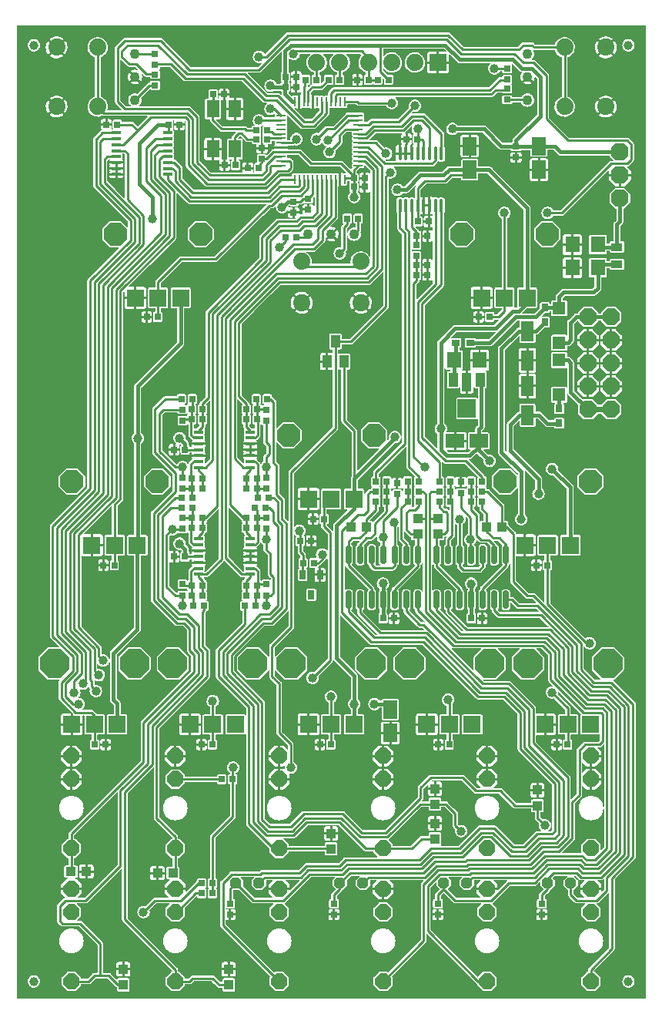
<source format=gbr>
%TF.GenerationSoftware,KiCad,Pcbnew,(6.0.11-0)*%
%TF.CreationDate,2023-05-26T19:22:20+02:00*%
%TF.ProjectId,tides,74696465-732e-46b6-9963-61645f706362,rev?*%
%TF.SameCoordinates,Original*%
%TF.FileFunction,Copper,L1,Top*%
%TF.FilePolarity,Positive*%
%FSLAX46Y46*%
G04 Gerber Fmt 4.6, Leading zero omitted, Abs format (unit mm)*
G04 Created by KiCad (PCBNEW (6.0.11-0)) date 2023-05-26 19:22:20*
%MOMM*%
%LPD*%
G01*
G04 APERTURE LIST*
G04 Aperture macros list*
%AMRoundRect*
0 Rectangle with rounded corners*
0 $1 Rounding radius*
0 $2 $3 $4 $5 $6 $7 $8 $9 X,Y pos of 4 corners*
0 Add a 4 corners polygon primitive as box body*
4,1,4,$2,$3,$4,$5,$6,$7,$8,$9,$2,$3,0*
0 Add four circle primitives for the rounded corners*
1,1,$1+$1,$2,$3*
1,1,$1+$1,$4,$5*
1,1,$1+$1,$6,$7*
1,1,$1+$1,$8,$9*
0 Add four rect primitives between the rounded corners*
20,1,$1+$1,$2,$3,$4,$5,0*
20,1,$1+$1,$4,$5,$6,$7,0*
20,1,$1+$1,$6,$7,$8,$9,0*
20,1,$1+$1,$8,$9,$2,$3,0*%
%AMOutline5P*
0 Free polygon, 5 corners , with rotation*
0 The origin of the aperture is its center*
0 number of corners: always 5*
0 $1 to $10 corner X, Y*
0 $11 Rotation angle, in degrees counterclockwise*
0 create outline with 5 corners*
4,1,5,$1,$2,$3,$4,$5,$6,$7,$8,$9,$10,$1,$2,$11*%
%AMOutline6P*
0 Free polygon, 6 corners , with rotation*
0 The origin of the aperture is its center*
0 number of corners: always 6*
0 $1 to $12 corner X, Y*
0 $13 Rotation angle, in degrees counterclockwise*
0 create outline with 6 corners*
4,1,6,$1,$2,$3,$4,$5,$6,$7,$8,$9,$10,$11,$12,$1,$2,$13*%
%AMOutline7P*
0 Free polygon, 7 corners , with rotation*
0 The origin of the aperture is its center*
0 number of corners: always 7*
0 $1 to $14 corner X, Y*
0 $15 Rotation angle, in degrees counterclockwise*
0 create outline with 7 corners*
4,1,7,$1,$2,$3,$4,$5,$6,$7,$8,$9,$10,$11,$12,$13,$14,$1,$2,$15*%
%AMOutline8P*
0 Free polygon, 8 corners , with rotation*
0 The origin of the aperture is its center*
0 number of corners: always 8*
0 $1 to $16 corner X, Y*
0 $17 Rotation angle, in degrees counterclockwise*
0 create outline with 8 corners*
4,1,8,$1,$2,$3,$4,$5,$6,$7,$8,$9,$10,$11,$12,$13,$14,$15,$16,$1,$2,$17*%
G04 Aperture macros list end*
%TA.AperFunction,SMDPad,CuDef*%
%ADD10R,1.250000X0.900000*%
%TD*%
%TA.AperFunction,ComponentPad*%
%ADD11Outline8P,-0.609600X0.252505X-0.252505X0.609600X0.252505X0.609600X0.609600X0.252505X0.609600X-0.252505X0.252505X-0.609600X-0.252505X-0.609600X-0.609600X-0.252505X180.000000*%
%TD*%
%TA.AperFunction,SMDPad,CuDef*%
%ADD12R,0.750000X0.650000*%
%TD*%
%TA.AperFunction,SMDPad,CuDef*%
%ADD13R,0.650000X0.750000*%
%TD*%
%TA.AperFunction,ComponentPad*%
%ADD14C,1.106400*%
%TD*%
%TA.AperFunction,SMDPad,CuDef*%
%ADD15R,1.600000X1.800000*%
%TD*%
%TA.AperFunction,SMDPad,CuDef*%
%ADD16R,1.400000X2.200000*%
%TD*%
%TA.AperFunction,ComponentPad*%
%ADD17R,1.879600X1.879600*%
%TD*%
%TA.AperFunction,ComponentPad*%
%ADD18Outline8P,-1.587500X0.657564X-0.657564X1.587500X0.657564X1.587500X1.587500X0.657564X1.587500X-0.657564X0.657564X-1.587500X-0.657564X-1.587500X-1.587500X-0.657564X90.000000*%
%TD*%
%TA.AperFunction,ComponentPad*%
%ADD19Outline8P,-1.270000X0.526051X-0.526051X1.270000X0.526051X1.270000X1.270000X0.526051X1.270000X-0.526051X0.526051X-1.270000X-0.526051X-1.270000X-1.270000X-0.526051X90.000000*%
%TD*%
%TA.AperFunction,SMDPad,CuDef*%
%ADD20R,0.850000X0.700000*%
%TD*%
%TA.AperFunction,SMDPad,CuDef*%
%ADD21RoundRect,0.500000X0.000000X0.000000X0.000000X0.000000X0.000000X0.000000X0.000000X0.000000X0*%
%TD*%
%TA.AperFunction,SMDPad,CuDef*%
%ADD22R,1.000000X0.350000*%
%TD*%
%TA.AperFunction,ComponentPad*%
%ADD23C,1.879600*%
%TD*%
%TA.AperFunction,ComponentPad*%
%ADD24Outline8P,-0.889000X0.368236X-0.368236X0.889000X0.368236X0.889000X0.889000X0.368236X0.889000X-0.368236X0.368236X-0.889000X-0.368236X-0.889000X-0.889000X-0.368236X180.000000*%
%TD*%
%TA.AperFunction,SMDPad,CuDef*%
%ADD25R,1.400000X1.900000*%
%TD*%
%TA.AperFunction,SMDPad,CuDef*%
%ADD26R,1.000000X1.100000*%
%TD*%
%TA.AperFunction,SMDPad,CuDef*%
%ADD27R,1.100000X1.000000*%
%TD*%
%TA.AperFunction,SMDPad,CuDef*%
%ADD28R,1.400000X1.400000*%
%TD*%
%TA.AperFunction,SMDPad,CuDef*%
%ADD29RoundRect,0.150000X0.150000X-0.825000X0.150000X0.825000X-0.150000X0.825000X-0.150000X-0.825000X0*%
%TD*%
%TA.AperFunction,SMDPad,CuDef*%
%ADD30R,1.000000X1.500000*%
%TD*%
%TA.AperFunction,SMDPad,CuDef*%
%ADD31R,1.000000X2.000000*%
%TD*%
%TA.AperFunction,SMDPad,CuDef*%
%ADD32R,2.000000X2.000000*%
%TD*%
%TA.AperFunction,SMDPad,CuDef*%
%ADD33R,1.500000X2.000000*%
%TD*%
%TA.AperFunction,SMDPad,CuDef*%
%ADD34R,1.000000X0.254000*%
%TD*%
%TA.AperFunction,SMDPad,CuDef*%
%ADD35R,0.254000X1.000000*%
%TD*%
%TA.AperFunction,SMDPad,CuDef*%
%ADD36R,0.700000X1.000000*%
%TD*%
%TA.AperFunction,SMDPad,CuDef*%
%ADD37R,1.000000X1.400000*%
%TD*%
%TA.AperFunction,SMDPad,CuDef*%
%ADD38R,2.000000X1.500000*%
%TD*%
%TA.AperFunction,SMDPad,CuDef*%
%ADD39R,0.700000X0.850000*%
%TD*%
%TA.AperFunction,ComponentPad*%
%ADD40Outline8P,-0.965200X0.399799X-0.399799X0.965200X0.399799X0.965200X0.965200X0.399799X0.965200X-0.399799X0.399799X-0.965200X-0.399799X-0.965200X-0.965200X-0.399799X180.000000*%
%TD*%
%TA.AperFunction,SMDPad,CuDef*%
%ADD41RoundRect,0.100000X0.100000X-0.637500X0.100000X0.637500X-0.100000X0.637500X-0.100000X-0.637500X0*%
%TD*%
%TA.AperFunction,ComponentPad*%
%ADD42Outline8P,-0.939800X0.389278X-0.389278X0.939800X0.389278X0.939800X0.939800X0.389278X0.939800X-0.389278X0.389278X-0.939800X-0.389278X-0.939800X-0.939800X-0.389278X90.000000*%
%TD*%
%TA.AperFunction,ViaPad*%
%ADD43C,1.008000*%
%TD*%
%TA.AperFunction,Conductor*%
%ADD44C,0.406400*%
%TD*%
%TA.AperFunction,Conductor*%
%ADD45C,0.254000*%
%TD*%
%TA.AperFunction,Conductor*%
%ADD46C,0.250000*%
%TD*%
%TA.AperFunction,Conductor*%
%ADD47C,0.609600*%
%TD*%
G04 APERTURE END LIST*
D10*
%TO.P,L1,1,1*%
%TO.N,Net-(C20-Pad1)*%
X179923600Y-77804850D03*
%TO.P,L1,2,2*%
%TO.N,Net-(C19-Pad1)*%
X179923600Y-75904850D03*
%TD*%
D11*
%TO.P,LED6,1,1*%
%TO.N,Net-(IC8-Pad1)*%
X163413600Y-145802350D03*
%TO.P,LED6,2,2*%
%TO.N,Net-(IC8-Pad2)*%
X160873600Y-145802350D03*
%TD*%
D12*
%TO.P,R66,1,1*%
%TO.N,Net-(IC8-Pad2)*%
X160238600Y-148059850D03*
%TO.P,R66,2,2*%
%TO.N,GND*%
X160238600Y-149259850D03*
%TD*%
D13*
%TO.P,R15,1,1*%
%TO.N,GND*%
X159092300Y-77857350D03*
%TO.P,R15,2,2*%
%TO.N,/tides_5/VREF_BIAS*%
X157892300Y-77857350D03*
%TD*%
%TO.P,C30,1,1*%
%TO.N,+3V3_A*%
X132422300Y-98177350D03*
%TO.P,C30,2,2*%
%TO.N,GND*%
X131222300Y-98177350D03*
%TD*%
%TO.P,C38,1,1*%
%TO.N,Net-(C38-Pad1)*%
X156899900Y-103899999D03*
%TO.P,C38,2,2*%
%TO.N,Net-(C38-Pad2)*%
X158099900Y-103899999D03*
%TD*%
D14*
%TO.P,LED2,1,GRN*%
%TO.N,Net-(LED2-Pad1)*%
X170081100Y-54679850D03*
%TO.P,LED2,2,C*%
%TO.N,GND*%
X170081100Y-57219850D03*
%TO.P,LED2,3,RED*%
%TO.N,Net-(LED2-Pad3)*%
X170081100Y-59759850D03*
%TD*%
D15*
%TO.P,C19,1,1*%
%TO.N,Net-(C19-Pad1)*%
X177831100Y-75634850D03*
%TO.P,C19,2,2*%
%TO.N,GND*%
X175031100Y-75634850D03*
%TD*%
D12*
%TO.P,R2,1,1*%
%TO.N,LED_SHIFT_G*%
X167858600Y-57502350D03*
%TO.P,R2,2,2*%
%TO.N,Net-(LED2-Pad1)*%
X167858600Y-56302350D03*
%TD*%
D13*
%TO.P,R9,1,1*%
%TO.N,Net-(IC1-Pad6)*%
X141470900Y-64046150D03*
%TO.P,R9,2,2*%
%TO.N,Net-(C11-Pad2)*%
X140270900Y-64046150D03*
%TD*%
%TO.P,R17,1,1*%
%TO.N,Net-(C28-Pad1)*%
X140271000Y-92621250D03*
%TO.P,R17,2,2*%
%TO.N,Net-(D5-Pad2)*%
X141471000Y-92621250D03*
%TD*%
%TO.P,R39,1,1*%
%TO.N,Net-(J11-PadP3)*%
X160400000Y-102788700D03*
%TO.P,R39,2,2*%
%TO.N,Net-(C39-Pad1)*%
X161600000Y-102788700D03*
%TD*%
%TO.P,C11,1,1*%
%TO.N,GND*%
X136778400Y-66903550D03*
%TO.P,C11,2,2*%
%TO.N,Net-(C11-Pad2)*%
X137978400Y-66903550D03*
%TD*%
D16*
%TO.P,C24,+,+*%
%TO.N,VCC*%
X170081100Y-85147350D03*
%TO.P,C24,-,-*%
%TO.N,GND*%
X170081100Y-88347350D03*
%TD*%
D11*
%TO.P,LED7,1,1*%
%TO.N,Net-(IC8-Pad7)*%
X174843600Y-145802350D03*
%TO.P,LED7,2,2*%
%TO.N,Net-(IC8-Pad6)*%
X172303600Y-145802350D03*
%TD*%
D17*
%TO.P,R58,P$1,E*%
%TO.N,+3V3_A*%
X150991100Y-128372350D03*
%TO.P,R58,P$2,S*%
%TO.N,/tides_3/SMOOTHNESS_ATT*%
X148491100Y-128372350D03*
%TO.P,R58,P$3,A*%
%TO.N,GND*%
X145991100Y-128372350D03*
D18*
%TO.P,R58,P$4*%
%TO.N,N/C*%
X152891100Y-121672350D03*
%TO.P,R58,P$5*%
X144091100Y-121672350D03*
%TD*%
D13*
%TO.P,R35,1,1*%
%TO.N,Net-(C36-Pad1)*%
X133216100Y-104527450D03*
%TO.P,R35,2,2*%
%TO.N,Net-(D11-Pad2)*%
X132016100Y-104527450D03*
%TD*%
%TO.P,R41,1,1*%
%TO.N,ADC_SMOOTHNESS*%
X139159800Y-105638650D03*
%TO.P,R41,2,2*%
%TO.N,Net-(C41-Pad1)*%
X140359800Y-105638650D03*
%TD*%
%TO.P,C39,1,1*%
%TO.N,Net-(C39-Pad1)*%
X161600000Y-103900000D03*
%TO.P,C39,2,2*%
%TO.N,Net-(C39-Pad2)*%
X160400000Y-103900000D03*
%TD*%
D17*
%TO.P,R22,P$1,E*%
%TO.N,+3V3_A*%
X150991100Y-103589850D03*
%TO.P,R22,P$2,S*%
%TO.N,/tides_3/SMOOTHNESS_POT*%
X148491100Y-103589850D03*
%TO.P,R22,P$3,A*%
%TO.N,GND*%
X145991100Y-103589850D03*
D19*
%TO.P,R22,P$4*%
%TO.N,N/C*%
X153191100Y-96589850D03*
%TO.P,R22,P$5*%
X143791100Y-96589850D03*
%TD*%
D13*
%TO.P,C5,1,1*%
%TO.N,+3V3_A*%
X130587500Y-62458450D03*
%TO.P,C5,2,2*%
%TO.N,GND*%
X131787500Y-62458450D03*
%TD*%
D20*
%TO.P,L3,1,1*%
%TO.N,Net-(C25-Pad1)*%
X162196100Y-86429850D03*
%TO.P,L3,2,2*%
%TO.N,Net-(C20-Pad1)*%
X163796100Y-86429850D03*
%TD*%
D13*
%TO.P,C32,1,1*%
%TO.N,Net-(C32-Pad1)*%
X140359800Y-101352350D03*
%TO.P,C32,2,2*%
%TO.N,ADC_SHAPE*%
X139159800Y-101352350D03*
%TD*%
%TO.P,C22,1,1*%
%TO.N,FREQUENCY_POT*%
X129406100Y-83572350D03*
%TO.P,C22,2,2*%
%TO.N,GND*%
X128206100Y-83572350D03*
%TD*%
D21*
%TO.P,JP3,1*%
%TO.N,N/C*%
X115788600Y-156597350D03*
%TD*%
D13*
%TO.P,C45,1,1*%
%TO.N,/tides_3/SHIFT_POT*%
X172268600Y-110877350D03*
%TO.P,C45,2,2*%
%TO.N,GND*%
X171068600Y-110877350D03*
%TD*%
D21*
%TO.P,JP4,1*%
%TO.N,N/C*%
X181193500Y-156597350D03*
%TD*%
D13*
%TO.P,C53,1,1*%
%TO.N,/tides_3/SMOOTHNESS_ATT*%
X148456100Y-130562350D03*
%TO.P,C53,2,2*%
%TO.N,GND*%
X147256100Y-130562350D03*
%TD*%
D12*
%TO.P,R21,1,1*%
%TO.N,Net-(C28-Pad1)*%
X141347300Y-93767250D03*
%TO.P,R21,2,2*%
%TO.N,AREF_-10*%
X141347300Y-94967250D03*
%TD*%
D13*
%TO.P,C42,1,1*%
%TO.N,AREF_-10*%
X145100000Y-108200000D03*
%TO.P,C42,2,2*%
%TO.N,GND*%
X146300000Y-108200000D03*
%TD*%
%TO.P,C1,1,1*%
%TO.N,+3V3*%
X143446100Y-57219850D03*
%TO.P,C1,2,2*%
%TO.N,GND*%
X144646100Y-57219850D03*
%TD*%
D17*
%TO.P,R57,P$1,E*%
%TO.N,+3V3_A*%
X137973600Y-128372350D03*
%TO.P,R57,P$2,S*%
%TO.N,/tides_3/FREQUENCY_ATT*%
X135473600Y-128372350D03*
%TO.P,R57,P$3,A*%
%TO.N,GND*%
X132973600Y-128372350D03*
D18*
%TO.P,R57,P$4*%
%TO.N,N/C*%
X139873600Y-121672350D03*
%TO.P,R57,P$5*%
X131073600Y-121672350D03*
%TD*%
D12*
%TO.P,R65,1,1*%
%TO.N,Net-(IC9-Pad6)*%
X148808600Y-148059850D03*
%TO.P,R65,2,2*%
%TO.N,GND*%
X148808600Y-149259850D03*
%TD*%
D13*
%TO.P,C46,1,1*%
%TO.N,Net-(C46-Pad1)*%
X133127300Y-113099950D03*
%TO.P,C46,2,2*%
%TO.N,ADC_FM*%
X134327300Y-113099950D03*
%TD*%
D12*
%TO.P,C33,1,1*%
%TO.N,GND*%
X162746200Y-101712500D03*
%TO.P,C33,2,2*%
%TO.N,VEE*%
X162746200Y-102912500D03*
%TD*%
D22*
%TO.P,IC7,1,OUT*%
%TO.N,ADC_CLOCK*%
X133898800Y-107974850D03*
%TO.P,IC7,2,-IN*%
%TO.N,Net-(C36-Pad1)*%
X133898800Y-108624850D03*
%TO.P,IC7,3,+IN*%
%TO.N,GND*%
X133898800Y-109274850D03*
%TO.P,IC7,4,V+*%
%TO.N,+3V3_A*%
X133898800Y-109924850D03*
%TO.P,IC7,5,+IN*%
%TO.N,GND*%
X133898800Y-110574850D03*
%TO.P,IC7,6,-IN*%
%TO.N,Net-(C46-Pad1)*%
X133898800Y-111224850D03*
%TO.P,IC7,7,OUT*%
%TO.N,ADC_FM*%
X133898800Y-111874850D03*
%TO.P,IC7,8,OUT*%
%TO.N,ADC_V_OCT*%
X139588400Y-111874850D03*
%TO.P,IC7,9,-IN*%
%TO.N,Net-(C47-Pad1)*%
X139588400Y-111224850D03*
%TO.P,IC7,10,+IN*%
%TO.N,GND*%
X139588400Y-110574850D03*
%TO.P,IC7,11,V-*%
X139588400Y-109924850D03*
%TO.P,IC7,12,+IN*%
X139588400Y-109274850D03*
%TO.P,IC7,13,-IN*%
%TO.N,Net-(C41-Pad1)*%
X139588400Y-108624850D03*
%TO.P,IC7,14,OUT*%
%TO.N,ADC_SMOOTHNESS*%
X139568100Y-107974850D03*
%TD*%
D23*
%TO.P,SW3,1,1*%
%TO.N,GND*%
X151742300Y-82022950D03*
%TO.P,SW3,2,2*%
X145239900Y-82022950D03*
%TO.P,SW3,3,3*%
%TO.N,SW_MODE*%
X151742300Y-77501750D03*
%TO.P,SW3,4,4*%
X145239900Y-77501750D03*
%TD*%
D13*
%TO.P,C55,1,1*%
%TO.N,/tides_3/SHIFT_ATT*%
X174491100Y-130562350D03*
%TO.P,C55,2,2*%
%TO.N,GND*%
X173291100Y-130562350D03*
%TD*%
%TO.P,C47,1,1*%
%TO.N,Net-(C47-Pad1)*%
X140360000Y-113099950D03*
%TO.P,C47,2,2*%
%TO.N,ADC_V_OCT*%
X139160000Y-113099950D03*
%TD*%
%TO.P,C41,1,1*%
%TO.N,Net-(C41-Pad1)*%
X140360000Y-106749950D03*
%TO.P,C41,2,2*%
%TO.N,ADC_SMOOTHNESS*%
X139160000Y-106749950D03*
%TD*%
%TO.P,R32,1,1*%
%TO.N,Net-(C38-Pad1)*%
X156899999Y-101677501D03*
%TO.P,R32,2,2*%
%TO.N,/tides_5/DAC_2*%
X158099999Y-101677501D03*
%TD*%
%TO.P,R28,1,1*%
%TO.N,ADC_TRIG*%
X134327500Y-102463550D03*
%TO.P,R28,2,2*%
%TO.N,Net-(C31-Pad1)*%
X133127500Y-102463550D03*
%TD*%
%TO.P,C23,1,1*%
%TO.N,SHAPE_POT*%
X165918500Y-83572350D03*
%TO.P,C23,2,2*%
%TO.N,GND*%
X164718500Y-83572350D03*
%TD*%
D12*
%TO.P,R26,1,1*%
%TO.N,Net-(C31-Pad1)*%
X132140000Y-102428650D03*
%TO.P,R26,2,2*%
%TO.N,AREF_-10*%
X132140000Y-101228650D03*
%TD*%
%TO.P,R51,1,1*%
%TO.N,Net-(C46-Pad1)*%
X132139600Y-112976250D03*
%TO.P,R51,2,2*%
%TO.N,AREF_-10*%
X132139600Y-114176250D03*
%TD*%
D13*
%TO.P,R61,1,1*%
%TO.N,Net-(J2-PadP2)*%
X136461100Y-134372350D03*
%TO.P,R61,2,2*%
%TO.N,NORMALIZATION_PROBE*%
X137661100Y-134372350D03*
%TD*%
D24*
%TO.P,J8,P1,1*%
%TO.N,GND*%
X131346100Y-146437350D03*
%TO.P,J8,P2,2*%
%TO.N,Net-(J8-PadP2)*%
X131346100Y-148977350D03*
%TO.P,J8,P3,3*%
%TO.N,Net-(D11-Pad2)*%
X131346100Y-156597350D03*
%TD*%
D13*
%TO.P,R13,1,1*%
%TO.N,LED_MODE_R*%
X143446300Y-74841050D03*
%TO.P,R13,2,2*%
%TO.N,Net-(LED3-Pad3)*%
X144646300Y-74841050D03*
%TD*%
%TO.P,C27,1,1*%
%TO.N,Net-(C27-Pad1)*%
X133127500Y-94843650D03*
%TO.P,C27,2,2*%
%TO.N,ADC_SLOPE*%
X134327500Y-94843650D03*
%TD*%
%TO.P,R38,1,1*%
%TO.N,Net-(J10-PadP3)*%
X158099900Y-102788701D03*
%TO.P,R38,2,2*%
%TO.N,Net-(C38-Pad1)*%
X156899900Y-102788701D03*
%TD*%
D16*
%TO.P,C26,+,+*%
%TO.N,GND*%
X170081100Y-91179850D03*
%TO.P,C26,-,-*%
%TO.N,VEE*%
X170081100Y-94379850D03*
%TD*%
D25*
%TO.P,Q1,1,1*%
%TO.N,Net-(C11-Pad2)*%
X137893400Y-65129850D03*
%TO.P,Q1,2,LID1*%
%TO.N,GND*%
X137893400Y-60729850D03*
%TO.P,Q1,3,2*%
%TO.N,Net-(C4-Pad2)*%
X135493400Y-60729850D03*
%TO.P,Q1,4,LID2*%
%TO.N,GND*%
X135493400Y-65129850D03*
%TD*%
D12*
%TO.P,C7,1,1*%
%TO.N,+3V3*%
X168811100Y-64874850D03*
%TO.P,C7,2,2*%
%TO.N,GND*%
X168811100Y-66074850D03*
%TD*%
%TO.P,R6,1,1*%
%TO.N,LED_RANGE_G*%
X129123600Y-56937350D03*
%TO.P,R6,2,2*%
%TO.N,Net-(LED1-Pad1)*%
X129123600Y-58137350D03*
%TD*%
D26*
%TO.P,D7,1,A*%
%TO.N,GND*%
X148491100Y-140348650D03*
%TO.P,D7,2,C*%
%TO.N,Net-(D7-Pad2)*%
X148491100Y-142048650D03*
%TD*%
D12*
%TO.P,C15,1,1*%
%TO.N,+3V3*%
X145951100Y-70589950D03*
%TO.P,C15,2,2*%
%TO.N,GND*%
X145951100Y-71789950D03*
%TD*%
D24*
%TO.P,J9,P1,1*%
%TO.N,GND*%
X142776100Y-146437350D03*
%TO.P,J9,P2,2*%
%TO.N,unconnected-(J9-PadP2)*%
X142776100Y-148977350D03*
%TO.P,J9,P3,3*%
%TO.N,Net-(J9-PadP3)*%
X142776100Y-156597350D03*
%TD*%
D13*
%TO.P,C14,1,1*%
%TO.N,+3V3_A*%
X150983500Y-69284850D03*
%TO.P,C14,2,2*%
%TO.N,GND*%
X152183500Y-69284850D03*
%TD*%
D26*
%TO.P,R49,1,1*%
%TO.N,Net-(J12-PadP3)*%
X167250000Y-106700000D03*
%TO.P,R49,2,2*%
%TO.N,Net-(C40-Pad2)*%
X165550000Y-106700000D03*
%TD*%
%TO.P,D5,1,A*%
%TO.N,GND*%
X171192300Y-135586150D03*
%TO.P,D5,2,C*%
%TO.N,Net-(D5-Pad2)*%
X171192300Y-137286150D03*
%TD*%
D13*
%TO.P,R62,1,1*%
%TO.N,Net-(J7-PadP2)*%
X134238700Y-145802350D03*
%TO.P,R62,2,2*%
%TO.N,NORMALIZATION_PROBE*%
X135438700Y-145802350D03*
%TD*%
%TO.P,R5,1,1*%
%TO.N,Net-(JP7-Pad2)*%
X149408500Y-57537250D03*
%TO.P,R5,2,2*%
%TO.N,/tides_2/TX*%
X148208500Y-57537250D03*
%TD*%
%TO.P,R30,1,1*%
%TO.N,Net-(C32-Pad1)*%
X140429700Y-103416150D03*
%TO.P,R30,2,2*%
%TO.N,Net-(D4-Pad2)*%
X141629700Y-103416150D03*
%TD*%
%TO.P,R42,1,1*%
%TO.N,Net-(J9-PadP3)*%
X153407400Y-102788800D03*
%TO.P,R42,2,2*%
%TO.N,Net-(C37-Pad1)*%
X154607400Y-102788800D03*
%TD*%
%TO.P,C56,1,1*%
%TO.N,MUXED_POTS*%
X124961200Y-62458550D03*
%TO.P,C56,2,2*%
%TO.N,GND*%
X123761200Y-62458550D03*
%TD*%
D12*
%TO.P,R44,1,1*%
%TO.N,Net-(C36-Pad1)*%
X132139800Y-105673950D03*
%TO.P,R44,2,2*%
%TO.N,AREF_-10*%
X132139800Y-106873950D03*
%TD*%
D27*
%TO.P,D8,1,A*%
%TO.N,GND*%
X121559800Y-144532350D03*
%TO.P,D8,2,C*%
%TO.N,Net-(D8-Pad2)*%
X119859800Y-144532350D03*
%TD*%
D28*
%TO.P,D1,A,A*%
%TO.N,Net-(D1-PadA)*%
X173573600Y-86424850D03*
%TO.P,D1,C,C*%
%TO.N,Net-(C20-Pad1)*%
X173573600Y-82624850D03*
%TD*%
D26*
%TO.P,R47,1,1*%
%TO.N,Net-(J9-PadP3)*%
X150650000Y-106700000D03*
%TO.P,R47,2,2*%
%TO.N,Net-(C37-Pad2)*%
X152350000Y-106700000D03*
%TD*%
D13*
%TO.P,C17,1,1*%
%TO.N,+3V3_A*%
X158051200Y-73094750D03*
%TO.P,C17,2,2*%
%TO.N,GND*%
X159251200Y-73094750D03*
%TD*%
%TO.P,C54,1,1*%
%TO.N,/tides_3/SHAPE_ATT*%
X161473600Y-130562350D03*
%TO.P,C54,2,2*%
%TO.N,GND*%
X160273600Y-130562350D03*
%TD*%
D24*
%TO.P,J12,P1,1*%
%TO.N,GND*%
X177066100Y-146437350D03*
%TO.P,J12,P2,2*%
%TO.N,unconnected-(J12-PadP2)*%
X177066100Y-148977350D03*
%TO.P,J12,P3,3*%
%TO.N,Net-(J12-PadP3)*%
X177066100Y-156597350D03*
%TD*%
D29*
%TO.P,IC8,1,OUT*%
%TO.N,Net-(IC8-Pad1)*%
X160090000Y-114675000D03*
%TO.P,IC8,2,-IN*%
%TO.N,Net-(IC8-Pad2)*%
X161360000Y-114675000D03*
%TO.P,IC8,3,+IN*%
%TO.N,Net-(C39-Pad2)*%
X162630000Y-114675000D03*
%TO.P,IC8,4,V+*%
%TO.N,VCC*%
X163900000Y-114675000D03*
%TO.P,IC8,5,+IN*%
%TO.N,Net-(C40-Pad2)*%
X165170000Y-114675000D03*
%TO.P,IC8,6,-IN*%
%TO.N,Net-(IC8-Pad6)*%
X166440000Y-114675000D03*
%TO.P,IC8,7,OUT*%
%TO.N,Net-(IC8-Pad7)*%
X167710000Y-114675000D03*
%TO.P,IC8,8,OUT*%
%TO.N,Net-(C40-Pad2)*%
X167710000Y-109725000D03*
%TO.P,IC8,9,-IN*%
%TO.N,Net-(C40-Pad1)*%
X166440000Y-109725000D03*
%TO.P,IC8,10,+IN*%
%TO.N,/tides_5/VREF_BIAS*%
X165170000Y-109725000D03*
%TO.P,IC8,11,V-*%
%TO.N,VEE*%
X163900000Y-109725000D03*
%TO.P,IC8,12,+IN*%
%TO.N,/tides_5/VREF_BIAS*%
X162630000Y-109725000D03*
%TO.P,IC8,13,-IN*%
%TO.N,Net-(C39-Pad1)*%
X161360000Y-109725000D03*
%TO.P,IC8,14,OUT*%
%TO.N,Net-(C39-Pad2)*%
X160090000Y-109725000D03*
%TD*%
D30*
%TO.P,IC5,1,VO*%
%TO.N,+3V3_A*%
X164912600Y-90481350D03*
D31*
%TO.P,IC5,2,GND*%
%TO.N,GND*%
X163413600Y-90735350D03*
D32*
%TO.P,IC5,2@1*%
%TO.N,N/C*%
X163413600Y-93656350D03*
D30*
%TO.P,IC5,3,VI*%
%TO.N,Net-(C25-Pad1)*%
X161914600Y-90481350D03*
%TD*%
D24*
%TO.P,J3,P1,1*%
%TO.N,GND*%
X142776100Y-131832350D03*
%TO.P,J3,P2,2*%
X142776100Y-134372350D03*
%TO.P,J3,P3,3*%
%TO.N,Net-(D7-Pad2)*%
X142776100Y-141992350D03*
%TD*%
D33*
%TO.P,C50,+,+*%
%TO.N,+3V3_A*%
X154999900Y-126722350D03*
%TO.P,C50,-,-*%
%TO.N,GND*%
X154999900Y-129322350D03*
%TD*%
D24*
%TO.P,J11,P1,1*%
%TO.N,GND*%
X165636100Y-146437350D03*
%TO.P,J11,P2,2*%
%TO.N,unconnected-(J11-PadP2)*%
X165636100Y-148977350D03*
%TO.P,J11,P3,3*%
%TO.N,Net-(J11-PadP3)*%
X165636100Y-156597350D03*
%TD*%
D13*
%TO.P,C37,1,1*%
%TO.N,Net-(C37-Pad1)*%
X154607500Y-103900000D03*
%TO.P,C37,2,2*%
%TO.N,Net-(C37-Pad2)*%
X153407500Y-103900000D03*
%TD*%
%TO.P,C52,1,1*%
%TO.N,/tides_3/FREQUENCY_ATT*%
X135438600Y-130562350D03*
%TO.P,C52,2,2*%
%TO.N,GND*%
X134238600Y-130562350D03*
%TD*%
D24*
%TO.P,J2,P1,1*%
%TO.N,GND*%
X131346100Y-131832350D03*
%TO.P,J2,P2,2*%
%TO.N,Net-(J2-PadP2)*%
X131346100Y-134372350D03*
%TO.P,J2,P3,3*%
%TO.N,Net-(D9-Pad2)*%
X131346100Y-141992350D03*
%TD*%
D26*
%TO.P,D4,1,A*%
%TO.N,GND*%
X159921100Y-135427350D03*
%TO.P,D4,2,C*%
%TO.N,Net-(D4-Pad2)*%
X159921100Y-137127350D03*
%TD*%
D13*
%TO.P,C13,1,1*%
%TO.N,+3V3_A*%
X150983500Y-68332650D03*
%TO.P,C13,2,2*%
%TO.N,GND*%
X152183500Y-68332650D03*
%TD*%
D34*
%TO.P,IC1,1,VBAT*%
%TO.N,+3V3*%
X142971000Y-61454850D03*
%TO.P,IC1,2,PC13/TIMESTAMP/RTC_TAMPER1*%
%TO.N,SW_SHIFT*%
X142971000Y-61954850D03*
%TO.P,IC1,3,PC14/OSC32_IN*%
%TO.N,unconnected-(IC1-Pad3)*%
X142971000Y-62454850D03*
%TO.P,IC1,4,PC15/OSC32_OUT*%
%TO.N,unconnected-(IC1-Pad4)*%
X142971000Y-62954850D03*
%TO.P,IC1,5,PF0/OSC_IN/I2C2_SDA*%
%TO.N,Net-(IC1-Pad5)*%
X142971000Y-63454850D03*
%TO.P,IC1,6,PF1/OSC_OUT/I2C2_SCL*%
%TO.N,Net-(IC1-Pad6)*%
X142971000Y-63954850D03*
%TO.P,IC1,7,NRST*%
%TO.N,/tides_2/RESET*%
X142971000Y-64454850D03*
%TO.P,IC1,8,VSSA*%
%TO.N,GND*%
X142971000Y-64954850D03*
%TO.P,IC1,9,VDDA*%
%TO.N,+3V3_A*%
X142971000Y-65454850D03*
%TO.P,IC1,10,PA0/USART2_CTS/TIM2_CH1/TIM5_CH1/ADC_IN0*%
%TO.N,SHAPE_POT*%
X142971000Y-65954850D03*
%TO.P,IC1,11,PA1/SPI3_SCK/I2S3_CK/USART2_RTS/TIM2_CH2/TIM5_CH2/ADC_IN1*%
%TO.N,MUXED_POTS*%
X142971000Y-66454850D03*
%TO.P,IC1,12,PA2/SPI3_MISO/I2S3_MCK/USART2_TX/TIM2_CH3/TIM5_CH3/ADC_IN2*%
%TO.N,SW_RANGE*%
X142971000Y-66954850D03*
D35*
%TO.P,IC1,13,PA3/SPI3_MOSI/I2S3_SD/USART2_RX/TIM2_CH4/TIM5_CH4/ADC_IN3*%
%TO.N,MUX_ADDR_0*%
X144471000Y-68454850D03*
%TO.P,IC1,14,PA4/SPI1_NSS/I2S1_WS/SPI3_NSS/I2S3_WS/USART2_CK/TIM3_CH2/ADC_IN4/DAC1_OUT1*%
%TO.N,MUX_ADDR_1*%
X144971000Y-68454850D03*
%TO.P,IC1,15,PA5/SPI1_SCK/I2S1_CK/TIM2_CH1/ADC_IN5/DAC1_OUT2*%
%TO.N,MUX_ADDR_2*%
X145471000Y-68454850D03*
%TO.P,IC1,16,PA6/SPI1_MISO/I2S1_MCK/TIM3_CH1/ADC_IN6/DAC2_OUT1*%
%TO.N,FREQUENCY_POT*%
X145971000Y-68454850D03*
%TO.P,IC1,17,VDD_2*%
%TO.N,+3V3*%
X146471000Y-68454850D03*
%TO.P,IC1,18,PB0/SPI1_MOSI/I2S1_SD/TIM3_CH3/ADC_IN8/SDADC1_AIN6P*%
%TO.N,ADC_SLOPE*%
X146971000Y-68454850D03*
%TO.P,IC1,19,PB1/TIM3_CH4/ADC_IN9/SDADC1_AIN5P/SDADC1_AIN6M*%
%TO.N,ADC_TRIG*%
X147471000Y-68454850D03*
%TO.P,IC1,20,PB2/SDADC1_AIN4P/SDADC2_AIN6P*%
%TO.N,ADC_CLOCK*%
X147971000Y-68454850D03*
%TO.P,IC1,21,PE8/SDADC1_AIN8P/SDADC2_AIN8P*%
%TO.N,ADC_FM*%
X148471000Y-68454850D03*
%TO.P,IC1,22,PE9/SDADC1_AIN7P/SDADC1_AIN8M/SDADC2_AIN7P/SDADC2_AIN8M*%
%TO.N,ADC_V_OCT*%
X148971000Y-68454850D03*
%TO.P,IC1,23,VSSSD/VREFSD-*%
%TO.N,GND*%
X149471000Y-68454850D03*
%TO.P,IC1,24,VDDSD*%
%TO.N,+3V3_A*%
X149971000Y-68454850D03*
D34*
%TO.P,IC1,25,VREFSD+*%
X151471000Y-66954850D03*
%TO.P,IC1,26,PB14/SPI2_MISO/I2S2_MCK/USART3_RTS/SDADC3_AIN8P*%
%TO.N,ADC_SMOOTHNESS*%
X151471000Y-66454850D03*
%TO.P,IC1,27,PB15/SPI2_MOSI/I2S2_SD/SDADC3_AIN7P/SDADC3_AIN8M*%
%TO.N,ADC_SHAPE*%
X151471000Y-65954850D03*
%TO.P,IC1,28,PD8/SPI2_SCK/I2S2_CK/USART3_TX/SDADC3_AIN6P*%
%TO.N,ADC_SHIFT*%
X151471000Y-65454850D03*
%TO.P,IC1,29,PA8/SPI2_SCK/I2S2_CK/I2C2_SMBA/USART1_CK/TIM5_CH1*%
%TO.N,DAC_SCK*%
X151471000Y-64954850D03*
%TO.P,IC1,30,PA9/SPI_MISO/I2S2_MCK/I2C2_SCL/USART1_TX/TIM2_CH3*%
%TO.N,NORMALIZATION_PROBE*%
X151471000Y-64454850D03*
%TO.P,IC1,31,PA10/SPI2_MOSI/I2S2_SD/I2C2_SDA/USART1_RX/TIM2_CH4*%
%TO.N,DAC_MOSI*%
X151471000Y-63954850D03*
%TO.P,IC1,32,PA11/SPI2_NSS/I2S2_WS/SPI1_NSS/I2S1_WS/USART1_CTS/CAN_RX/TIM4_CH1/TIM5_CH2*%
%TO.N,DAC_SS*%
X151471000Y-63454850D03*
%TO.P,IC1,33,PA12/SPI1_SCK/I2S1_CK/USART1_RTS/CAN_TX/TIM4_CH2/TIM5_CH3*%
%TO.N,SW_MODE*%
X151471000Y-62954850D03*
%TO.P,IC1,34,PA13/SPI1_MISO/I2S1_MCK/USART3_CTS/TIM4_CH3/TIM5_CH4/JTMS-SWDIO*%
%TO.N,/tides_2/SWDIO*%
X151471000Y-62454850D03*
%TO.P,IC1,35,PF6/SPI1_MOSI/I2S1_SD/USART3_RTS/TIM4_CH4/I2C2_SCL*%
%TO.N,LED_MODE_G*%
X151471000Y-61954850D03*
%TO.P,IC1,36,PF7/I2C2_SDA/USART2_CK*%
%TO.N,LED_MODE_R*%
X151471000Y-61454850D03*
D35*
%TO.P,IC1,37,PA14/I2C1_SDA/JTCK-SWCLK*%
%TO.N,/tides_2/SWCLK*%
X149971000Y-59954850D03*
%TO.P,IC1,38,PA15/SPI1_NSS/I2S1_WS/SPI3_NSS/I2S3_WS/I2C1_SCL/TIM2_CH1_ETR/JTDI*%
%TO.N,unconnected-(IC1-Pad38)*%
X149471000Y-59954850D03*
%TO.P,IC1,39,PB3/SPI1_SCK/I2S1_CK/SPI3_SCK/I2S3_CK/USART2_TX/TIM2_CH2/JTDO/SPI3_SCK/JTDO*%
%TO.N,LED_SHIFT_R*%
X148971000Y-59954850D03*
%TO.P,IC1,40,PB4/SPI1_MISO/I2S1_MCK/SPI3_MISO/I2S3_MCK/USART2_RX/TIM3_CH1/NJTRST*%
%TO.N,LED_SHIFT_G*%
X148471000Y-59954850D03*
%TO.P,IC1,41,PB5/SPI1_MOSI/I2S1_SD/SPI3_MOSI/I2S3_SD/I2C1_SMBAI/USART2_CK/TIM3_CH2*%
%TO.N,LED_RANGE_R*%
X147971000Y-59954850D03*
%TO.P,IC1,42,PB6/I2C1_SCL/USART1_TX/TIM4_CH1*%
%TO.N,LED_RANGE_G*%
X147471000Y-59954850D03*
%TO.P,IC1,43,PB7/I2C1_SDA/USART1_RX/TIM4_CH2*%
%TO.N,unconnected-(IC1-Pad43)*%
X146971000Y-59954850D03*
%TO.P,IC1,44,BOOT0*%
%TO.N,GND*%
X146471000Y-59954850D03*
%TO.P,IC1,45,PB8/SPI2_SCK/I2S2_CK/I2C1_SCL/USART3_TX/CAN_RX/TIM4_CH3*%
%TO.N,/tides_2/TX*%
X145971000Y-59954850D03*
%TO.P,IC1,46,PB9/SPI2_NSS/I2S2_WS/I2C1_SDA/USART3_RX/CAN_TX/TIM4_CH4*%
%TO.N,/tides_2/RX*%
X145471000Y-59954850D03*
%TO.P,IC1,47,VSS_1*%
%TO.N,GND*%
X144971000Y-59954850D03*
%TO.P,IC1,48,VDD_1*%
%TO.N,+3V3*%
X144471000Y-59954850D03*
%TD*%
D15*
%TO.P,C20,1,1*%
%TO.N,Net-(C20-Pad1)*%
X177831100Y-78174850D03*
%TO.P,C20,2,2*%
%TO.N,GND*%
X175031100Y-78174850D03*
%TD*%
D12*
%TO.P,C8,1,1*%
%TO.N,+3V3_A*%
X140871200Y-66233450D03*
%TO.P,C8,2,2*%
%TO.N,GND*%
X140871200Y-65033450D03*
%TD*%
D13*
%TO.P,C18,1,1*%
%TO.N,/tides_5/VREF*%
X157892400Y-74682350D03*
%TO.P,C18,2,2*%
%TO.N,GND*%
X159092400Y-74682350D03*
%TD*%
D12*
%TO.P,R20,1,1*%
%TO.N,Net-(C27-Pad1)*%
X132139900Y-94967250D03*
%TO.P,R20,2,2*%
%TO.N,AREF_-10*%
X132139900Y-93767250D03*
%TD*%
D13*
%TO.P,R54,1,1*%
%TO.N,Net-(C47-Pad1)*%
X140201300Y-115322350D03*
%TO.P,R54,2,2*%
%TO.N,Net-(D7-Pad2)*%
X139001300Y-115322350D03*
%TD*%
%TO.P,C4,1,1*%
%TO.N,GND*%
X136708400Y-59124850D03*
%TO.P,C4,2,2*%
%TO.N,Net-(C4-Pad2)*%
X135508400Y-59124850D03*
%TD*%
D21*
%TO.P,JP1,1*%
%TO.N,N/C*%
X115788600Y-53727350D03*
%TD*%
D12*
%TO.P,R14,1,1*%
%TO.N,/tides_5/VREF_BIAS*%
X157857400Y-76869750D03*
%TO.P,R14,2,2*%
%TO.N,/tides_5/VREF*%
X157857400Y-75669750D03*
%TD*%
D24*
%TO.P,J1,P1,1*%
%TO.N,GND*%
X119916100Y-131832350D03*
%TO.P,J1,P2,2*%
X119916100Y-134372350D03*
%TO.P,J1,P3,3*%
%TO.N,Net-(D8-Pad2)*%
X119916100Y-141992350D03*
%TD*%
D13*
%TO.P,R27,1,1*%
%TO.N,ADC_SHAPE*%
X139159900Y-102463450D03*
%TO.P,R27,2,2*%
%TO.N,Net-(C32-Pad1)*%
X140359900Y-102463450D03*
%TD*%
%TO.P,R40,1,1*%
%TO.N,Net-(J12-PadP3)*%
X165092400Y-102788700D03*
%TO.P,R40,2,2*%
%TO.N,Net-(C40-Pad1)*%
X163892400Y-102788700D03*
%TD*%
D12*
%TO.P,C34,1,1*%
%TO.N,GND*%
X155753700Y-101871300D03*
%TO.P,C34,2,2*%
%TO.N,VEE*%
X155753700Y-103071300D03*
%TD*%
D24*
%TO.P,J10,P1,1*%
%TO.N,GND*%
X154206100Y-146437350D03*
%TO.P,J10,P2,2*%
%TO.N,unconnected-(J10-PadP2)*%
X154206100Y-148977350D03*
%TO.P,J10,P3,3*%
%TO.N,Net-(J10-PadP3)*%
X154206100Y-156597350D03*
%TD*%
D33*
%TO.P,C10,+,+*%
%TO.N,+3V3*%
X171351100Y-64809850D03*
%TO.P,C10,-,-*%
%TO.N,GND*%
X171351100Y-67409850D03*
%TD*%
D24*
%TO.P,J5,P1,1*%
%TO.N,GND*%
X165636100Y-131832350D03*
%TO.P,J5,P2,2*%
X165636100Y-134372350D03*
%TO.P,J5,P3,3*%
%TO.N,Net-(D4-Pad2)*%
X165636100Y-141992350D03*
%TD*%
D17*
%TO.P,R60,P$1,E*%
%TO.N,+3V3_A*%
X177026100Y-128372350D03*
%TO.P,R60,P$2,S*%
%TO.N,/tides_3/SHIFT_ATT*%
X174526100Y-128372350D03*
%TO.P,R60,P$3,A*%
%TO.N,GND*%
X172026100Y-128372350D03*
D18*
%TO.P,R60,P$4*%
%TO.N,N/C*%
X178926100Y-121672350D03*
%TO.P,R60,P$5*%
X170126100Y-121672350D03*
%TD*%
D29*
%TO.P,IC9,1,OUT*%
%TO.N,Net-(IC9-Pad1)*%
X150390000Y-114675000D03*
%TO.P,IC9,2,-IN*%
%TO.N,Net-(IC9-Pad2)*%
X151660000Y-114675000D03*
%TO.P,IC9,3,+IN*%
%TO.N,Net-(C37-Pad2)*%
X152930000Y-114675000D03*
%TO.P,IC9,4,V+*%
%TO.N,VCC*%
X154200000Y-114675000D03*
%TO.P,IC9,5,+IN*%
%TO.N,Net-(C38-Pad2)*%
X155470000Y-114675000D03*
%TO.P,IC9,6,-IN*%
%TO.N,Net-(IC9-Pad6)*%
X156740000Y-114675000D03*
%TO.P,IC9,7,OUT*%
%TO.N,Net-(IC9-Pad7)*%
X158010000Y-114675000D03*
%TO.P,IC9,8,OUT*%
%TO.N,Net-(C38-Pad2)*%
X158010000Y-109725000D03*
%TO.P,IC9,9,-IN*%
%TO.N,Net-(C38-Pad1)*%
X156740000Y-109725000D03*
%TO.P,IC9,10,+IN*%
%TO.N,/tides_5/VREF_BIAS*%
X155470000Y-109725000D03*
%TO.P,IC9,11,V-*%
%TO.N,VEE*%
X154200000Y-109725000D03*
%TO.P,IC9,12,+IN*%
%TO.N,/tides_5/VREF_BIAS*%
X152930000Y-109725000D03*
%TO.P,IC9,13,-IN*%
%TO.N,Net-(C37-Pad1)*%
X151660000Y-109725000D03*
%TO.P,IC9,14,OUT*%
%TO.N,Net-(C37-Pad2)*%
X150390000Y-109725000D03*
%TD*%
D13*
%TO.P,C44,1,1*%
%TO.N,/tides_3/SLOPE_POT*%
X124643600Y-110877350D03*
%TO.P,C44,2,2*%
%TO.N,GND*%
X123443600Y-110877350D03*
%TD*%
D27*
%TO.P,R45,1,1*%
%TO.N,Net-(J10-PadP3)*%
X158000000Y-105750000D03*
%TO.P,R45,2,2*%
%TO.N,Net-(C38-Pad2)*%
X158000000Y-107450000D03*
%TD*%
D13*
%TO.P,R36,1,1*%
%TO.N,Net-(C41-Pad1)*%
X140112400Y-104527450D03*
%TO.P,R36,2,2*%
%TO.N,Net-(D6-Pad2)*%
X141312400Y-104527450D03*
%TD*%
D26*
%TO.P,D6,1,A*%
%TO.N,GND*%
X159921100Y-139237350D03*
%TO.P,D6,2,C*%
%TO.N,Net-(D6-Pad2)*%
X159921100Y-140937350D03*
%TD*%
D12*
%TO.P,R25,1,1*%
%TO.N,Net-(C32-Pad1)*%
X141347500Y-102428450D03*
%TO.P,R25,2,2*%
%TO.N,AREF_-10*%
X141347500Y-101228450D03*
%TD*%
D13*
%TO.P,C48,1,1*%
%TO.N,VCC*%
X163900000Y-116700000D03*
%TO.P,C48,2,2*%
%TO.N,GND*%
X165100000Y-116700000D03*
%TD*%
%TO.P,R16,1,1*%
%TO.N,Net-(C27-Pad1)*%
X133216100Y-92621150D03*
%TO.P,R16,2,2*%
%TO.N,Net-(D8-Pad2)*%
X132016100Y-92621150D03*
%TD*%
%TO.P,C40,1,1*%
%TO.N,Net-(C40-Pad1)*%
X163892500Y-103900000D03*
%TO.P,C40,2,2*%
%TO.N,Net-(C40-Pad2)*%
X165092500Y-103900000D03*
%TD*%
D36*
%TO.P,IC10,1,C*%
%TO.N,GND*%
X147256300Y-111919000D03*
%TO.P,IC10,2,A*%
%TO.N,AREF_-10*%
X145356300Y-111919000D03*
%TO.P,IC10,3*%
%TO.N,N/C*%
X146306300Y-114119000D03*
%TD*%
D23*
%TO.P,SW2,1,1*%
%TO.N,GND*%
X118290500Y-60471050D03*
%TO.P,SW2,2,2*%
X118290500Y-53968650D03*
%TO.P,SW2,3,3*%
%TO.N,SW_RANGE*%
X122811700Y-60471050D03*
%TO.P,SW2,4,4*%
X122811700Y-53968650D03*
%TD*%
D13*
%TO.P,R46,1,1*%
%TO.N,VEE*%
X146588800Y-110637400D03*
%TO.P,R46,2,2*%
%TO.N,AREF_-10*%
X145388800Y-110637400D03*
%TD*%
D12*
%TO.P,R7,1,1*%
%TO.N,LED_SHIFT_R*%
X167858600Y-58524850D03*
%TO.P,R7,2,2*%
%TO.N,Net-(LED2-Pad3)*%
X167858600Y-59724850D03*
%TD*%
D14*
%TO.P,LED3,1,GRN*%
%TO.N,Net-(LED3-Pad1)*%
X151031100Y-74491850D03*
%TO.P,LED3,2,C*%
%TO.N,GND*%
X148491100Y-74491850D03*
%TO.P,LED3,3,RED*%
%TO.N,Net-(LED3-Pad3)*%
X145951100Y-74491850D03*
%TD*%
D37*
%TO.P,D2,1,A*%
%TO.N,GND*%
X148017700Y-88482150D03*
%TO.P,D2,2,C*%
%TO.N,+3V3_A*%
X149917700Y-88482150D03*
%TO.P,D2,3,AC*%
%TO.N,NORMALIZATION_PROBE*%
X148967700Y-86282150D03*
%TD*%
D38*
%TO.P,C29,+,+*%
%TO.N,+3V3_A*%
X164713600Y-97224850D03*
%TO.P,C29,-,-*%
%TO.N,GND*%
X162113600Y-97224850D03*
%TD*%
D13*
%TO.P,R4,1,1*%
%TO.N,Net-(JP7-Pad1)*%
X146868600Y-57537250D03*
%TO.P,R4,2,2*%
%TO.N,/tides_2/RX*%
X145668600Y-57537250D03*
%TD*%
%TO.P,C36,1,1*%
%TO.N,Net-(C36-Pad1)*%
X133127300Y-106749850D03*
%TO.P,C36,2,2*%
%TO.N,ADC_CLOCK*%
X134327300Y-106749850D03*
%TD*%
D27*
%TO.P,R48,1,1*%
%TO.N,Net-(J11-PadP3)*%
X160200000Y-105750000D03*
%TO.P,R48,2,2*%
%TO.N,Net-(C39-Pad2)*%
X160200000Y-107450000D03*
%TD*%
D17*
%TO.P,R59,P$1,E*%
%TO.N,+3V3_A*%
X164008600Y-128372350D03*
%TO.P,R59,P$2,S*%
%TO.N,/tides_3/SHAPE_ATT*%
X161508600Y-128372350D03*
%TO.P,R59,P$3,A*%
%TO.N,GND*%
X159008600Y-128372350D03*
D18*
%TO.P,R59,P$4*%
%TO.N,N/C*%
X165908600Y-121672350D03*
%TO.P,R59,P$5*%
X157108600Y-121672350D03*
%TD*%
D11*
%TO.P,LED5,1,1*%
%TO.N,Net-(IC9-Pad7)*%
X151983600Y-145802350D03*
%TO.P,LED5,2,2*%
%TO.N,Net-(IC9-Pad6)*%
X149443600Y-145802350D03*
%TD*%
D24*
%TO.P,J7,P1,1*%
%TO.N,GND*%
X119916100Y-146437350D03*
%TO.P,J7,P2,2*%
%TO.N,Net-(J7-PadP2)*%
X119916100Y-148977350D03*
%TO.P,J7,P3,3*%
%TO.N,Net-(D10-Pad2)*%
X119916100Y-156597350D03*
%TD*%
D14*
%TO.P,LED1,1,GRN*%
%TO.N,Net-(LED1-Pad1)*%
X126901100Y-59759850D03*
%TO.P,LED1,2,C*%
%TO.N,GND*%
X126901100Y-57219850D03*
%TO.P,LED1,3,RED*%
%TO.N,Net-(LED1-Pad3)*%
X126901100Y-54679850D03*
%TD*%
D13*
%TO.P,C51,1,1*%
%TO.N,/tides_3/SLOPE_ATT*%
X122491100Y-130562350D03*
%TO.P,C51,2,2*%
%TO.N,GND*%
X123691100Y-130562350D03*
%TD*%
D23*
%TO.P,SW1,1,1*%
%TO.N,GND*%
X178691800Y-53968550D03*
%TO.P,SW1,2,2*%
X178691800Y-60470950D03*
%TO.P,SW1,3,3*%
%TO.N,SW_SHIFT*%
X174170600Y-53968550D03*
%TO.P,SW1,4,4*%
X174170600Y-60470950D03*
%TD*%
D13*
%TO.P,R29,1,1*%
%TO.N,Net-(C31-Pad1)*%
X133216200Y-103416050D03*
%TO.P,R29,2,2*%
%TO.N,Net-(D10-Pad2)*%
X132016200Y-103416050D03*
%TD*%
D12*
%TO.P,R43,1,1*%
%TO.N,Net-(C41-Pad1)*%
X141347300Y-105673450D03*
%TO.P,R43,2,2*%
%TO.N,AREF_-10*%
X141347300Y-106873450D03*
%TD*%
D13*
%TO.P,C28,1,1*%
%TO.N,Net-(C28-Pad1)*%
X140359900Y-94843750D03*
%TO.P,C28,2,2*%
%TO.N,ADC_SHIFT*%
X139159900Y-94843750D03*
%TD*%
D21*
%TO.P,JP2,1*%
%TO.N,N/C*%
X181193600Y-53727450D03*
%TD*%
D13*
%TO.P,R37,1,1*%
%TO.N,ADC_CLOCK*%
X134327400Y-105638550D03*
%TO.P,R37,2,2*%
%TO.N,Net-(C36-Pad1)*%
X133127400Y-105638550D03*
%TD*%
D17*
%TO.P,R11,P$1,E*%
%TO.N,+3V3_A*%
X131941100Y-81491850D03*
%TO.P,R11,P$2,S*%
%TO.N,FREQUENCY_POT*%
X129441100Y-81491850D03*
%TO.P,R11,P$3,A*%
%TO.N,GND*%
X126941100Y-81491850D03*
D19*
%TO.P,R11,P$4*%
%TO.N,N/C*%
X134141100Y-74491850D03*
%TO.P,R11,P$5*%
X124741100Y-74491850D03*
%TD*%
D28*
%TO.P,D3,A,A*%
%TO.N,Net-(D3-PadA)*%
X173573600Y-92139850D03*
%TO.P,D3,C,C*%
%TO.N,Net-(D3-PadC)*%
X173573600Y-88339850D03*
%TD*%
D12*
%TO.P,R67,1,1*%
%TO.N,Net-(IC8-Pad6)*%
X171668600Y-148059850D03*
%TO.P,R67,2,2*%
%TO.N,GND*%
X171668600Y-149259850D03*
%TD*%
D13*
%TO.P,R8,1,1*%
%TO.N,Net-(IC1-Pad5)*%
X141471000Y-63093450D03*
%TO.P,R8,2,2*%
%TO.N,Net-(C4-Pad2)*%
X140271000Y-63093450D03*
%TD*%
%TO.P,R34,1,1*%
%TO.N,Net-(C40-Pad1)*%
X163892400Y-101677501D03*
%TO.P,R34,2,2*%
%TO.N,/tides_5/DAC_4*%
X165092400Y-101677501D03*
%TD*%
D17*
%TO.P,R23,P$1,E*%
%TO.N,+3V3_A*%
X127178600Y-108669850D03*
%TO.P,R23,P$2,S*%
%TO.N,/tides_3/SLOPE_POT*%
X124678600Y-108669850D03*
%TO.P,R23,P$3,A*%
%TO.N,GND*%
X122178600Y-108669850D03*
D19*
%TO.P,R23,P$4*%
%TO.N,N/C*%
X129378600Y-101669850D03*
%TO.P,R23,P$5*%
X119978600Y-101669850D03*
%TD*%
D13*
%TO.P,C6,1,1*%
%TO.N,+3V3*%
X157981000Y-64046050D03*
%TO.P,C6,2,2*%
%TO.N,GND*%
X156781000Y-64046050D03*
%TD*%
D26*
%TO.P,D10,1,A*%
%TO.N,GND*%
X125631100Y-155271150D03*
%TO.P,D10,2,C*%
%TO.N,Net-(D10-Pad2)*%
X125631100Y-156971150D03*
%TD*%
D13*
%TO.P,C2,1,1*%
%TO.N,/tides_2/RESET*%
X152583700Y-57536950D03*
%TO.P,C2,2,2*%
%TO.N,GND*%
X151383700Y-57536950D03*
%TD*%
%TO.P,C3,1,1*%
%TO.N,+3V3*%
X143446200Y-58331050D03*
%TO.P,C3,2,2*%
%TO.N,GND*%
X144646200Y-58331050D03*
%TD*%
%TO.P,R31,1,1*%
%TO.N,Net-(C37-Pad1)*%
X154607500Y-101677500D03*
%TO.P,R31,2,2*%
%TO.N,/tides_5/DAC_1*%
X153407500Y-101677500D03*
%TD*%
D22*
%TO.P,IC6,1,OUT*%
%TO.N,ADC_SLOPE*%
X133898800Y-96227350D03*
%TO.P,IC6,2,-IN*%
%TO.N,Net-(C27-Pad1)*%
X133898800Y-96877350D03*
%TO.P,IC6,3,+IN*%
%TO.N,GND*%
X133898800Y-97527350D03*
%TO.P,IC6,4,V+*%
%TO.N,+3V3_A*%
X133898800Y-98177350D03*
%TO.P,IC6,5,+IN*%
%TO.N,GND*%
X133898800Y-98827350D03*
%TO.P,IC6,6,-IN*%
%TO.N,Net-(C31-Pad1)*%
X133898800Y-99477350D03*
%TO.P,IC6,7,OUT*%
%TO.N,ADC_TRIG*%
X133898800Y-100127350D03*
%TO.P,IC6,8,OUT*%
%TO.N,ADC_SHAPE*%
X139588400Y-100127350D03*
%TO.P,IC6,9,-IN*%
%TO.N,Net-(C32-Pad1)*%
X139588400Y-99477350D03*
%TO.P,IC6,10,+IN*%
%TO.N,GND*%
X139588400Y-98827350D03*
%TO.P,IC6,11,V-*%
X139588400Y-98177350D03*
%TO.P,IC6,12,+IN*%
X139588400Y-97527350D03*
%TO.P,IC6,13,-IN*%
%TO.N,Net-(C28-Pad1)*%
X139588400Y-96877350D03*
%TO.P,IC6,14,OUT*%
%TO.N,ADC_SHIFT*%
X139568100Y-96227350D03*
%TD*%
D24*
%TO.P,J4,P1,1*%
%TO.N,GND*%
X154206100Y-131832350D03*
%TO.P,J4,P2,2*%
X154206100Y-134372350D03*
%TO.P,J4,P3,3*%
%TO.N,Net-(D6-Pad2)*%
X154206100Y-141992350D03*
%TD*%
D13*
%TO.P,C43,1,1*%
%TO.N,+3V3_A*%
X132422400Y-109924850D03*
%TO.P,C43,2,2*%
%TO.N,GND*%
X131222400Y-109924850D03*
%TD*%
D15*
%TO.P,C25,1,1*%
%TO.N,Net-(C25-Pad1)*%
X162013600Y-88334850D03*
%TO.P,C25,2,2*%
%TO.N,GND*%
X164813600Y-88334850D03*
%TD*%
D12*
%TO.P,R64,1,1*%
%TO.N,Net-(IC9-Pad2)*%
X137378600Y-148059750D03*
%TO.P,R64,2,2*%
%TO.N,GND*%
X137378600Y-149259750D03*
%TD*%
D11*
%TO.P,LED4,1,1*%
%TO.N,Net-(IC9-Pad1)*%
X140553600Y-145802350D03*
%TO.P,LED4,2,2*%
%TO.N,Net-(IC9-Pad2)*%
X138013600Y-145802350D03*
%TD*%
D39*
%TO.P,L4,1,1*%
%TO.N,VEE*%
X173573600Y-95267350D03*
%TO.P,L4,2,2*%
%TO.N,Net-(D3-PadA)*%
X173573600Y-93667350D03*
%TD*%
D13*
%TO.P,C21,1,1*%
%TO.N,/tides_5/VREF_BIAS*%
X157892400Y-78968350D03*
%TO.P,C21,2,2*%
%TO.N,GND*%
X159092400Y-78968350D03*
%TD*%
D12*
%TO.P,C16,1,1*%
%TO.N,+3V3*%
X144363600Y-70907650D03*
%TO.P,C16,2,2*%
%TO.N,GND*%
X144363600Y-72107650D03*
%TD*%
D13*
%TO.P,R18,1,1*%
%TO.N,ADC_SLOPE*%
X134327500Y-93732350D03*
%TO.P,R18,2,2*%
%TO.N,Net-(C27-Pad1)*%
X133127500Y-93732350D03*
%TD*%
D33*
%TO.P,C9,+,+*%
%TO.N,+3V3_A*%
X163731100Y-67409750D03*
%TO.P,C9,-,-*%
%TO.N,GND*%
X163731100Y-64809750D03*
%TD*%
D13*
%TO.P,C12,1,1*%
%TO.N,+3V3_A*%
X140518900Y-67221350D03*
%TO.P,C12,2,2*%
%TO.N,GND*%
X139318900Y-67221350D03*
%TD*%
%TO.P,C35,1,1*%
%TO.N,/tides_3/SMOOTHNESS_POT*%
X147700000Y-105797350D03*
%TO.P,C35,2,2*%
%TO.N,GND*%
X146500000Y-105797350D03*
%TD*%
D27*
%TO.P,D9,1,A*%
%TO.N,GND*%
X129384900Y-144691150D03*
%TO.P,D9,2,C*%
%TO.N,Net-(D9-Pad2)*%
X131084900Y-144691150D03*
%TD*%
D40*
%TO.P,IC3,1,VI*%
%TO.N,Net-(C19-Pad1)*%
X180241100Y-70554850D03*
%TO.P,IC3,2,GND*%
%TO.N,GND*%
X180241100Y-68014850D03*
%TO.P,IC3,3,VO*%
%TO.N,+3V3*%
X180241100Y-65474850D03*
%TD*%
D39*
%TO.P,L2,1,1*%
%TO.N,VCC*%
X171986100Y-84154850D03*
%TO.P,L2,2,2*%
%TO.N,Net-(C20-Pad1)*%
X171986100Y-82554850D03*
%TD*%
D13*
%TO.P,C49,1,1*%
%TO.N,VCC*%
X154200000Y-116700000D03*
%TO.P,C49,2,2*%
%TO.N,GND*%
X155400000Y-116700000D03*
%TD*%
%TO.P,R33,1,1*%
%TO.N,Net-(C39-Pad1)*%
X161600000Y-101677500D03*
%TO.P,R33,2,2*%
%TO.N,/tides_5/DAC_3*%
X160400000Y-101677500D03*
%TD*%
D41*
%TO.P,IC4,1,VOUTA*%
%TO.N,/tides_5/DAC_1*%
X156058600Y-71353650D03*
%TO.P,IC4,2,VOUTB*%
%TO.N,/tides_5/DAC_2*%
X156708600Y-71353650D03*
%TO.P,IC4,3,VREFH/VREFOUT*%
%TO.N,/tides_5/VREF*%
X157358600Y-71353650D03*
%TO.P,IC4,4,AVDD*%
%TO.N,+3V3_A*%
X158008600Y-71353650D03*
%TO.P,IC4,5,VREFL*%
%TO.N,GND*%
X158658600Y-71353650D03*
%TO.P,IC4,6,GND*%
X159308600Y-71353650D03*
%TO.P,IC4,7,VOUTC*%
%TO.N,/tides_5/DAC_3*%
X159958600Y-71353650D03*
%TO.P,IC4,8,VOUTD*%
%TO.N,/tides_5/DAC_4*%
X160608600Y-71353650D03*
%TO.P,IC4,9,~{SYNC}*%
%TO.N,DAC_SS*%
X160608600Y-65628650D03*
%TO.P,IC4,10,SCLK*%
%TO.N,DAC_SCK*%
X159958600Y-65628650D03*
%TO.P,IC4,11,DIN*%
%TO.N,DAC_MOSI*%
X159308600Y-65628650D03*
%TO.P,IC4,12,IOVDD*%
%TO.N,+3V3*%
X158658600Y-65628650D03*
%TO.P,IC4,13,~{RST}*%
X158008600Y-65628650D03*
%TO.P,IC4,14,RSTSEL*%
%TO.N,GND*%
X157358600Y-65628650D03*
%TO.P,IC4,15,~{ENABLE}*%
X156708600Y-65628650D03*
%TO.P,IC4,16,LDAC*%
X156058600Y-65628650D03*
%TD*%
D22*
%TO.P,IC2,1,X4*%
%TO.N,/tides_3/SLOPE_ATT*%
X124870000Y-63366050D03*
%TO.P,IC2,2,X6*%
%TO.N,/tides_3/FREQUENCY_ATT*%
X124870000Y-64016050D03*
%TO.P,IC2,3,X*%
%TO.N,MUXED_POTS*%
X124870000Y-64666050D03*
%TO.P,IC2,4,X7*%
%TO.N,/tides_3/SHAPE_ATT*%
X124870000Y-65316050D03*
%TO.P,IC2,5,X5*%
%TO.N,/tides_3/SMOOTHNESS_ATT*%
X124870000Y-65966050D03*
%TO.P,IC2,6,INH*%
%TO.N,GND*%
X124870000Y-66616050D03*
%TO.P,IC2,7,VEE*%
X124870000Y-67266050D03*
%TO.P,IC2,8,GND*%
X124870000Y-67916050D03*
%TO.P,IC2,9,C*%
%TO.N,MUX_ADDR_2*%
X130520000Y-67916050D03*
%TO.P,IC2,10,B*%
%TO.N,MUX_ADDR_1*%
X130520000Y-67266050D03*
%TO.P,IC2,11,A*%
%TO.N,MUX_ADDR_0*%
X130520000Y-66616050D03*
%TO.P,IC2,12,X3*%
%TO.N,/tides_3/SLOPE_POT*%
X130520000Y-65966050D03*
%TO.P,IC2,13,X0*%
%TO.N,/tides_3/SMOOTHNESS_POT*%
X130520000Y-65316050D03*
%TO.P,IC2,14,X1*%
%TO.N,/tides_3/SHIFT_POT*%
X130520000Y-64666050D03*
%TO.P,IC2,15,X2*%
%TO.N,/tides_3/SHIFT_ATT*%
X130520000Y-64016050D03*
%TO.P,IC2,16,VCC*%
%TO.N,+3V3_A*%
X130520000Y-63366050D03*
%TD*%
D13*
%TO.P,R10,1,1*%
%TO.N,LED_MODE_G*%
X150272500Y-72777250D03*
%TO.P,R10,2,2*%
%TO.N,Net-(LED3-Pad1)*%
X151472500Y-72777250D03*
%TD*%
D17*
%TO.P,R24,P$1,E*%
%TO.N,+3V3_A*%
X174803600Y-108669850D03*
%TO.P,R24,P$2,S*%
%TO.N,/tides_3/SHIFT_POT*%
X172303600Y-108669850D03*
%TO.P,R24,P$3,A*%
%TO.N,GND*%
X169803600Y-108669850D03*
D19*
%TO.P,R24,P$4*%
%TO.N,N/C*%
X177003600Y-101669850D03*
%TO.P,R24,P$5*%
X167603600Y-101669850D03*
%TD*%
D13*
%TO.P,R19,1,1*%
%TO.N,ADC_SHIFT*%
X139159900Y-93732350D03*
%TO.P,R19,2,2*%
%TO.N,Net-(C28-Pad1)*%
X140359900Y-93732350D03*
%TD*%
D17*
%TO.P,R56,P$1,E*%
%TO.N,+3V3_A*%
X124956100Y-128372350D03*
%TO.P,R56,P$2,S*%
%TO.N,/tides_3/SLOPE_ATT*%
X122456100Y-128372350D03*
%TO.P,R56,P$3,A*%
%TO.N,GND*%
X119956100Y-128372350D03*
D18*
%TO.P,R56,P$4*%
%TO.N,N/C*%
X126856100Y-121672350D03*
%TO.P,R56,P$5*%
X118056100Y-121672350D03*
%TD*%
D13*
%TO.P,R52,1,1*%
%TO.N,ADC_FM*%
X134327300Y-114211150D03*
%TO.P,R52,2,2*%
%TO.N,Net-(C46-Pad1)*%
X133127300Y-114211150D03*
%TD*%
%TO.P,R55,1,1*%
%TO.N,Net-(C46-Pad1)*%
X133286100Y-115322550D03*
%TO.P,R55,2,2*%
%TO.N,Net-(D9-Pad2)*%
X134486100Y-115322550D03*
%TD*%
%TO.P,R53,1,1*%
%TO.N,ADC_V_OCT*%
X139160000Y-114211250D03*
%TO.P,R53,2,2*%
%TO.N,Net-(C47-Pad1)*%
X140360000Y-114211250D03*
%TD*%
D12*
%TO.P,R1,1,1*%
%TO.N,LED_RANGE_R*%
X129123600Y-55914850D03*
%TO.P,R1,2,2*%
%TO.N,Net-(LED1-Pad3)*%
X129123600Y-54714850D03*
%TD*%
%TO.P,R50,1,1*%
%TO.N,Net-(C47-Pad1)*%
X141347200Y-112976050D03*
%TO.P,R50,2,2*%
%TO.N,AREF_-10*%
X141347200Y-114176050D03*
%TD*%
D13*
%TO.P,R63,1,1*%
%TO.N,Net-(J8-PadP2)*%
X134238700Y-146913450D03*
%TO.P,R63,2,2*%
%TO.N,NORMALIZATION_PROBE*%
X135438700Y-146913450D03*
%TD*%
D17*
%TO.P,R12,P$1,E*%
%TO.N,+3V3_A*%
X170041100Y-81491850D03*
%TO.P,R12,P$2,S*%
%TO.N,SHAPE_POT*%
X167541100Y-81491850D03*
%TO.P,R12,P$3,A*%
%TO.N,GND*%
X165041100Y-81491850D03*
D19*
%TO.P,R12,P$4*%
%TO.N,N/C*%
X172241100Y-74491850D03*
%TO.P,R12,P$5*%
X162841100Y-74491850D03*
%TD*%
D13*
%TO.P,C31,1,1*%
%TO.N,Net-(C31-Pad1)*%
X133127500Y-101352250D03*
%TO.P,C31,2,2*%
%TO.N,ADC_TRIG*%
X134327500Y-101352250D03*
%TD*%
D24*
%TO.P,J6,P1,1*%
%TO.N,GND*%
X177066100Y-131832350D03*
%TO.P,J6,P2,2*%
X177066100Y-134372350D03*
%TO.P,J6,P3,3*%
%TO.N,Net-(D5-Pad2)*%
X177066100Y-141992350D03*
%TD*%
D13*
%TO.P,R3,1,1*%
%TO.N,+3V3*%
X154806100Y-57537150D03*
%TO.P,R3,2,2*%
%TO.N,/tides_2/RESET*%
X153606100Y-57537150D03*
%TD*%
D26*
%TO.P,D11,1,A*%
%TO.N,GND*%
X137219800Y-155271150D03*
%TO.P,D11,2,C*%
%TO.N,Net-(D11-Pad2)*%
X137219800Y-156971150D03*
%TD*%
D23*
%TO.P,JP7,1,1*%
%TO.N,Net-(JP7-Pad1)*%
X146903600Y-55632350D03*
%TO.P,JP7,2,2*%
%TO.N,Net-(JP7-Pad2)*%
X149443600Y-55632350D03*
%TD*%
D17*
%TO.P,JP6,1,1*%
%TO.N,GND*%
X160238600Y-55632350D03*
D23*
%TO.P,JP6,2,2*%
%TO.N,/tides_2/SWDIO*%
X157698600Y-55632350D03*
%TO.P,JP6,3,3*%
%TO.N,/tides_2/SWCLK*%
X155158600Y-55632350D03*
%TO.P,JP6,4,4*%
%TO.N,/tides_2/RESET*%
X152618600Y-55632350D03*
%TD*%
D42*
%TO.P,JP5,1,1*%
%TO.N,Net-(D3-PadC)*%
X176748600Y-93732350D03*
%TO.P,JP5,2,2*%
X179288600Y-93732350D03*
%TO.P,JP5,3,3*%
%TO.N,GND*%
X176748600Y-91192350D03*
%TO.P,JP5,4,4*%
X179288600Y-91192350D03*
%TO.P,JP5,5,5*%
X176748600Y-88652350D03*
%TO.P,JP5,6,6*%
X179288600Y-88652350D03*
%TO.P,JP5,7,7*%
X176748600Y-86112350D03*
%TO.P,JP5,8,8*%
X179288600Y-86112350D03*
%TO.P,JP5,9,9*%
%TO.N,Net-(D1-PadA)*%
X176748600Y-83572350D03*
%TO.P,JP5,10,10*%
X179288600Y-83572350D03*
%TD*%
D43*
%TO.N,GND*%
X146903600Y-140404850D03*
X141823600Y-128022350D03*
X166271100Y-90557350D03*
X143728600Y-128022350D03*
X162143600Y-135324850D03*
X166271100Y-94367350D03*
X133251000Y-68649850D03*
X144363600Y-84842350D03*
X168493600Y-90239850D03*
X135473600Y-118497350D03*
X181828600Y-56902350D03*
X140871100Y-109924850D03*
X149919700Y-69761150D03*
X124043600Y-154851050D03*
X159127300Y-69602250D03*
X122138600Y-115322350D03*
X155634900Y-75476050D03*
X115153600Y-138182350D03*
X162700000Y-100400000D03*
X168493600Y-92779850D03*
X150078600Y-148977350D03*
X181828600Y-107702350D03*
X174843600Y-157232350D03*
X155800000Y-100400000D03*
X124043600Y-157232350D03*
X158968600Y-76111050D03*
X131028600Y-95637350D03*
X115153600Y-128022350D03*
X169700000Y-111100000D03*
X115153600Y-97542350D03*
X140807600Y-98177350D03*
X165318300Y-65157250D03*
X155634700Y-64046050D03*
X152142200Y-71348650D03*
X181828600Y-77222350D03*
X181828600Y-117862350D03*
X144998600Y-55949850D03*
X139283500Y-72142150D03*
X161508600Y-93097350D03*
X167223600Y-128022350D03*
X166271100Y-91827350D03*
X156428500Y-57537350D03*
X141823400Y-72459750D03*
X173000000Y-106200000D03*
X115153600Y-117862350D03*
X132298500Y-72142250D03*
X144363600Y-157232350D03*
X115153600Y-77222350D03*
X136743600Y-111353650D03*
X142299900Y-55949850D03*
X145951000Y-65157350D03*
X123091100Y-144532350D03*
X139759700Y-65633550D03*
X124996100Y-68967350D03*
X159603600Y-121672350D03*
X138648600Y-148977350D03*
X129758600Y-117068650D03*
X147100000Y-115400000D03*
X146903600Y-119132350D03*
X143500000Y-99000000D03*
X181828600Y-148342350D03*
X128488600Y-99447350D03*
X135473600Y-154851150D03*
X148365130Y-122465130D03*
X155634900Y-95002350D03*
X131663700Y-111194850D03*
X135473600Y-109607350D03*
X131822100Y-63728550D03*
X137854700Y-58966050D03*
X172938600Y-148977350D03*
X169128500Y-135324950D03*
X144998500Y-66744850D03*
X168810800Y-67538450D03*
X127853600Y-144532350D03*
X134203600Y-157232350D03*
X115153600Y-67062350D03*
X166271100Y-93097350D03*
X115153600Y-148342350D03*
X157063600Y-67697350D03*
X152900000Y-112100000D03*
X152777300Y-61188550D03*
X141823700Y-118497450D03*
X148808500Y-61664750D03*
X166400000Y-117000000D03*
X158333600Y-139134850D03*
X159603600Y-94367350D03*
X136743600Y-116592350D03*
X146268600Y-88652350D03*
X145951000Y-61188550D03*
X162300000Y-111900000D03*
X168493600Y-87699850D03*
X156700000Y-117300000D03*
X115153600Y-87382350D03*
X161508600Y-94367350D03*
X150300000Y-119400000D03*
X115153600Y-107702350D03*
X161508600Y-148977350D03*
X135632200Y-66903550D03*
X163300000Y-120800000D03*
X121820800Y-63411050D03*
X158968500Y-60077350D03*
X149761000Y-65474850D03*
X115153600Y-56902350D03*
%TO.N,+3V3_A*%
X131822400Y-96907350D03*
X128806200Y-72777450D03*
X155500000Y-96800000D03*
X127218600Y-96907350D03*
X165900000Y-99400000D03*
X172800000Y-100300000D03*
X155793600Y-69602350D03*
X151031100Y-70396050D03*
X131822400Y-108496050D03*
X153253600Y-126117350D03*
X160556100Y-95856100D03*
X151031100Y-126117350D03*
%TO.N,/tides_2/RESET*%
X144681100Y-64046050D03*
X144363600Y-54679850D03*
%TO.N,VEE*%
X171300000Y-103000000D03*
X163827453Y-108048365D03*
X154200000Y-107800000D03*
X147500000Y-109700000D03*
%TO.N,VCC*%
X169400000Y-105800000D03*
X163900000Y-112900000D03*
X154189783Y-112894360D03*
%TO.N,+3V3*%
X143093600Y-71507350D03*
X161826100Y-62934850D03*
X158016100Y-62934850D03*
X141823600Y-58172350D03*
X141823600Y-60712350D03*
%TO.N,/tides_5/VREF_BIAS*%
X158800000Y-100100000D03*
X155391700Y-106142900D03*
X162608300Y-105800000D03*
%TO.N,/tides_3/SMOOTHNESS_POT*%
X146427300Y-123259850D03*
X123408600Y-121354850D03*
%TO.N,NORMALIZATION_PROBE*%
X154999900Y-67697250D03*
X137696100Y-133102350D03*
X144046100Y-133102350D03*
X154523600Y-65633550D03*
%TO.N,AREF_-10*%
X131028600Y-106908550D03*
X141347400Y-108019850D03*
X141347400Y-100082350D03*
X132139900Y-115322350D03*
X132139900Y-100082350D03*
X141347400Y-115322350D03*
X145000000Y-107100000D03*
%TO.N,/tides_3/SHIFT_POT*%
X176907400Y-119449850D03*
X122932400Y-122942350D03*
%TO.N,/tides_3/FREQUENCY_ATT*%
X120709800Y-126117350D03*
X135473600Y-125799750D03*
%TO.N,/tides_3/SMOOTHNESS_ATT*%
X120233700Y-124847350D03*
X148491100Y-125323650D03*
%TO.N,/tides_3/SHAPE_ATT*%
X121186100Y-123894750D03*
X161349900Y-125641050D03*
%TO.N,/tides_3/SHIFT_ATT*%
X172779800Y-124847350D03*
X122614900Y-124688550D03*
%TO.N,Net-(D4-Pad2)*%
X162778600Y-140087350D03*
%TO.N,Net-(D5-Pad2)*%
X171986100Y-139452350D03*
%TO.N,/tides_2/SWCLK*%
X155158600Y-60077350D03*
%TO.N,/tides_2/SWDIO*%
X157698600Y-60394850D03*
%TO.N,LED_MODE_R*%
X142776100Y-75952350D03*
X146903600Y-64046050D03*
%TO.N,LED_MODE_G*%
X148173600Y-64204850D03*
X149443600Y-76587350D03*
%TO.N,SW_MODE*%
X148332300Y-65474850D03*
%TO.N,SW_SHIFT*%
X140553600Y-54997350D03*
X140553600Y-61982350D03*
%TO.N,SHAPE_POT*%
X167541100Y-72142350D03*
X172303600Y-72142350D03*
%TO.N,Net-(J7-PadP2)*%
X127853600Y-148977350D03*
%TO.N,Net-(LED2-Pad1)*%
X166429900Y-56267350D03*
%TD*%
D44*
%TO.N,+3V3_A*%
X160556100Y-86429850D02*
X162143600Y-84842350D01*
D45*
X142971000Y-65454850D02*
X142161100Y-65454850D01*
D44*
X160873600Y-68014850D02*
X158333600Y-68014850D01*
X124956100Y-128372350D02*
X124956100Y-126077250D01*
X127377300Y-64522350D02*
X129441200Y-62458450D01*
X132422300Y-97507250D02*
X132422300Y-98177350D01*
X151031100Y-123031100D02*
X149100000Y-121100000D01*
D45*
X158016100Y-69443650D02*
X158016100Y-71323250D01*
D44*
X165001100Y-95637350D02*
X165001100Y-90481350D01*
D45*
X161667400Y-68014850D02*
X163731100Y-68014850D01*
X132422300Y-98177350D02*
X133898800Y-98177350D01*
D44*
X165824800Y-67409750D02*
X163731100Y-67409750D01*
X131941100Y-86469850D02*
X131941100Y-81491850D01*
X168493600Y-82937350D02*
X169128600Y-82937350D01*
X163731100Y-98812350D02*
X161191100Y-98812350D01*
D45*
X150983500Y-68125950D02*
X149602400Y-66744850D01*
D44*
X128806200Y-70396250D02*
X127377300Y-68967350D01*
X174803600Y-102303600D02*
X174803600Y-108669850D01*
X169128600Y-82937350D02*
X170041100Y-82024850D01*
D45*
X146268600Y-66744850D02*
X144998600Y-65474850D01*
X130587500Y-63298550D02*
X130520000Y-63366050D01*
X130587500Y-62458450D02*
X130587500Y-63298550D01*
D44*
X149100000Y-121100000D02*
X149100000Y-106500000D01*
D45*
X150983500Y-68332650D02*
X150983500Y-67442350D01*
X161667400Y-68014850D02*
X161032400Y-68649850D01*
D44*
X131822400Y-96907350D02*
X132422300Y-97507250D01*
X163731100Y-67409750D02*
X161478700Y-67409750D01*
X150983500Y-70348450D02*
X150983500Y-69284850D01*
D45*
X140712400Y-66744850D02*
X140712400Y-67027850D01*
D44*
X132422400Y-109096050D02*
X132422400Y-109924850D01*
X161478700Y-67409750D02*
X160873600Y-68014850D01*
X150991100Y-104608900D02*
X150991100Y-103589850D01*
X164713600Y-97224850D02*
X164713600Y-95924850D01*
D45*
X142991000Y-65474850D02*
X142971000Y-65454850D01*
D44*
X129441200Y-62458450D02*
X130587500Y-62458450D01*
X151031100Y-126117350D02*
X151031100Y-123031100D01*
D45*
X158809900Y-68649850D02*
X158016100Y-69443650D01*
D44*
X158333600Y-68014850D02*
X156746100Y-69602350D01*
X156746100Y-69602350D02*
X155793600Y-69602350D01*
X164713600Y-97829850D02*
X163731100Y-98812350D01*
X172800000Y-100300000D02*
X174803600Y-102303600D01*
X154394900Y-126117350D02*
X154999900Y-126722350D01*
X155500000Y-96800000D02*
X155500000Y-96883450D01*
X127377300Y-68967350D02*
X127377300Y-64522350D01*
X151031100Y-70396050D02*
X150983500Y-70348450D01*
X164713600Y-98213600D02*
X164713600Y-97224850D01*
X151031100Y-101352350D02*
X151031100Y-103098550D01*
X124519900Y-120561050D02*
X127178600Y-117902350D01*
X161191100Y-98812350D02*
X160556100Y-98177350D01*
X127178600Y-117902350D02*
X127178600Y-108669850D01*
D45*
X140871200Y-66586050D02*
X140712400Y-66744850D01*
D44*
X124956100Y-126077250D02*
X124519900Y-125641050D01*
D45*
X142161100Y-65454850D02*
X141382500Y-66233450D01*
X132422400Y-109924850D02*
X133898800Y-109924850D01*
D44*
X155500000Y-96883450D02*
X151031100Y-101352350D01*
D45*
X144998600Y-65474850D02*
X142991000Y-65474850D01*
D44*
X127218600Y-96907350D02*
X127218600Y-91192350D01*
X164713600Y-95924850D02*
X165001100Y-95637350D01*
X151031100Y-126117350D02*
X151031100Y-128332350D01*
D45*
X150983500Y-67442350D02*
X151471000Y-66954850D01*
D44*
X160556100Y-98177350D02*
X160556100Y-86429850D01*
D45*
X149602400Y-66744850D02*
X146268600Y-66744850D01*
D44*
X153253600Y-126117350D02*
X154394900Y-126117350D01*
D45*
X149919900Y-95002350D02*
X149919900Y-88484350D01*
X141382500Y-66233450D02*
X140871200Y-66233450D01*
D44*
X170041100Y-71626050D02*
X165824800Y-67409750D01*
X124519900Y-125641050D02*
X124519900Y-120561050D01*
X127218600Y-91192350D02*
X131941100Y-86469850D01*
X131822400Y-108496050D02*
X132422400Y-109096050D01*
X164713600Y-97224850D02*
X164713600Y-97829850D01*
D45*
X150093200Y-68332650D02*
X149971000Y-68454850D01*
X151031100Y-96113550D02*
X149919900Y-95002350D01*
X158003400Y-71335950D02*
X158003400Y-73046950D01*
D44*
X166588600Y-84842350D02*
X168493600Y-82937350D01*
X127218600Y-108629850D02*
X127218600Y-96907350D01*
D45*
X151031100Y-103098550D02*
X151031100Y-96113550D01*
D44*
X128806200Y-72777450D02*
X128806200Y-70396250D01*
D45*
X140871200Y-66233450D02*
X140871200Y-66586050D01*
X150983500Y-68332650D02*
X150093200Y-68332650D01*
D44*
X162143600Y-84842350D02*
X166588600Y-84842350D01*
D45*
X150983500Y-69284850D02*
X150983500Y-68332650D01*
D44*
X149100000Y-106500000D02*
X150991100Y-104608900D01*
X165900000Y-99400000D02*
X164713600Y-98213600D01*
X170041100Y-81491850D02*
X170041100Y-71626050D01*
D45*
X161032400Y-68649850D02*
X158809900Y-68649850D01*
%TO.N,/tides_2/RESET*%
X144681100Y-54362350D02*
X151824900Y-54362350D01*
X144272300Y-64454850D02*
X144681100Y-64046050D01*
X152618600Y-55632350D02*
X152618600Y-57502050D01*
X144363600Y-54679850D02*
X144681100Y-54362350D01*
X151824900Y-54362350D02*
X152618600Y-55156050D01*
X142971000Y-64454850D02*
X144272300Y-64454850D01*
X152583900Y-57537150D02*
X153606100Y-57537150D01*
%TO.N,Net-(C4-Pad2)*%
X139124700Y-63093450D02*
X140271000Y-63093450D01*
X136426100Y-62934850D02*
X138966100Y-62934850D01*
X135508400Y-60714850D02*
X135508400Y-59124850D01*
X138966100Y-62934850D02*
X139124700Y-63093450D01*
X135473600Y-61982350D02*
X135473600Y-60749650D01*
X136426100Y-62934850D02*
X135473600Y-61982350D01*
D44*
%TO.N,VEE*%
X168200000Y-98300000D02*
X168200000Y-95400000D01*
D45*
X163827453Y-108048365D02*
X163827453Y-109652453D01*
D44*
X170081100Y-94379850D02*
X171363600Y-94379850D01*
D45*
X155753700Y-104456958D02*
X154200000Y-106010658D01*
D44*
X169220150Y-94379850D02*
X170081100Y-94379850D01*
D45*
X155753700Y-103071300D02*
X155753700Y-104456958D01*
D44*
X171300000Y-101400000D02*
X168200000Y-98300000D01*
D45*
X163827453Y-105638111D02*
X162746200Y-104556858D01*
X147500000Y-110200000D02*
X147062600Y-110637400D01*
X162746200Y-104556858D02*
X162746200Y-102912500D01*
D44*
X171363600Y-94379850D02*
X172303600Y-95319850D01*
D45*
X147062600Y-110637400D02*
X146588800Y-110637400D01*
D44*
X168200000Y-95400000D02*
X169220150Y-94379850D01*
D45*
X163827453Y-108048365D02*
X163827453Y-105638111D01*
X147500000Y-109700000D02*
X147500000Y-110200000D01*
D44*
X172303600Y-95319850D02*
X173496100Y-95319850D01*
D45*
X154200000Y-106010658D02*
X154200000Y-109725000D01*
D44*
X171300000Y-103000000D02*
X171300000Y-101400000D01*
%TO.N,VCC*%
X154189783Y-112894360D02*
X154189783Y-114664783D01*
X170093600Y-85159850D02*
X170981100Y-85159850D01*
X169400000Y-100600000D02*
X167223600Y-98423600D01*
X163900000Y-112900000D02*
X163900000Y-114675000D01*
X154200000Y-114675000D02*
X154200000Y-116700000D01*
X169141100Y-85147350D02*
X170081100Y-85147350D01*
X170981100Y-85159850D02*
X171986100Y-84154850D01*
X169400000Y-105800000D02*
X169400000Y-100600000D01*
X163900000Y-114675000D02*
X163900000Y-116700000D01*
X167223600Y-87064850D02*
X169141100Y-85147350D01*
X167223600Y-98423600D02*
X167223600Y-87064850D01*
%TO.N,+3V3*%
X143411100Y-57184850D02*
X143411100Y-54362350D01*
X141982400Y-58331050D02*
X143446200Y-58331050D01*
D45*
X158016100Y-62934850D02*
X158016100Y-64010950D01*
X145439700Y-70589950D02*
X145951100Y-70589950D01*
D44*
X143411100Y-54362350D02*
X144046100Y-53727350D01*
X143446100Y-58330950D02*
X143446100Y-57219850D01*
X169446100Y-56267350D02*
X170557300Y-56267350D01*
X168811100Y-64874850D02*
X171286100Y-64874850D01*
X171381100Y-64839850D02*
X173097300Y-64839850D01*
D45*
X153888600Y-56619650D02*
X154806100Y-57537150D01*
X145951100Y-70589950D02*
X146471000Y-70070050D01*
X141823600Y-60712350D02*
X142228500Y-60712350D01*
D44*
X173732300Y-65474850D02*
X180241100Y-65474850D01*
X143411100Y-59124850D02*
X144241100Y-59954850D01*
X167223600Y-64839850D02*
X165318600Y-62934850D01*
D45*
X157981000Y-64046050D02*
X158492400Y-64046050D01*
D44*
X173097300Y-64839850D02*
X173732300Y-65474850D01*
X162619900Y-55314850D02*
X168493700Y-55314850D01*
X144046100Y-53727350D02*
X153888600Y-53727350D01*
X170557300Y-56267350D02*
X171509900Y-57219850D01*
X168776100Y-64839850D02*
X167223600Y-64839850D01*
X161032400Y-53727350D02*
X162619900Y-55314850D01*
D45*
X158492400Y-64046050D02*
X158663800Y-64217450D01*
D46*
X158008600Y-65628650D02*
X158008600Y-64073650D01*
D45*
X146471000Y-70070050D02*
X146471000Y-68454850D01*
D44*
X168811100Y-64204850D02*
X168811100Y-64874850D01*
D45*
X142228500Y-60712350D02*
X142971000Y-61454850D01*
D44*
X143411100Y-58366150D02*
X143411100Y-59124850D01*
X143093600Y-71507350D02*
X143693300Y-70907650D01*
X168493700Y-55314850D02*
X169446100Y-56267350D01*
X143693300Y-70907650D02*
X144363600Y-70907650D01*
D45*
X144241100Y-59954850D02*
X144471000Y-59954850D01*
X158663800Y-64217450D02*
X158663800Y-65646350D01*
X153888600Y-53727350D02*
X153888600Y-56619650D01*
D44*
X171509900Y-61506050D02*
X168811100Y-64204850D01*
X165318600Y-62934850D02*
X161826100Y-62934850D01*
X153888600Y-53727350D02*
X161032400Y-53727350D01*
X141823600Y-58172350D02*
X141982400Y-58331050D01*
D45*
X144363600Y-70907650D02*
X145122000Y-70907650D01*
X145122000Y-70907650D02*
X145439700Y-70589950D01*
D46*
X158008600Y-64073650D02*
X157981000Y-64046050D01*
D44*
X171509900Y-57219850D02*
X171509900Y-61506050D01*
D45*
%TO.N,Net-(C11-Pad2)*%
X139283600Y-64046050D02*
X140270800Y-64046050D01*
X138331100Y-63411050D02*
X138648600Y-63411050D01*
X138648600Y-63411050D02*
X139283600Y-64046050D01*
X137893400Y-63848750D02*
X138331100Y-63411050D01*
X137893400Y-65129850D02*
X137893400Y-63848750D01*
X137893400Y-65129850D02*
X137893400Y-66818550D01*
%TO.N,/tides_5/VREF*%
X157368400Y-73717050D02*
X157368400Y-71335950D01*
X157857400Y-74647350D02*
X157857400Y-74206050D01*
X157892400Y-75634750D02*
X157892400Y-74682350D01*
X157857400Y-74206050D02*
X157368400Y-73717050D01*
D44*
%TO.N,Net-(C19-Pad1)*%
X180241100Y-73094850D02*
X180241100Y-70554850D01*
X179923600Y-73412350D02*
X180241100Y-73094850D01*
X179923600Y-75904850D02*
X179923600Y-73412350D01*
X178101100Y-75904850D02*
X179923600Y-75904850D01*
D45*
%TO.N,ADC_TRIG*%
X133898800Y-100412450D02*
X134362400Y-100876050D01*
X135473600Y-83254850D02*
X141347400Y-77381050D01*
X134634900Y-100127350D02*
X135473600Y-99288650D01*
X133898800Y-100127350D02*
X133898800Y-100412450D01*
X142776200Y-73571050D02*
X144839900Y-73571050D01*
X141347400Y-74999850D02*
X142776200Y-73571050D01*
X147471000Y-72209950D02*
X147471000Y-68454850D01*
X145316100Y-73094850D02*
X146586100Y-73094850D01*
X133898800Y-100127350D02*
X134634900Y-100127350D01*
X134327500Y-101352250D02*
X134327500Y-102463550D01*
X144839900Y-73571050D02*
X145316100Y-73094850D01*
X135473600Y-99288650D02*
X135473600Y-83254850D01*
X134362400Y-100876050D02*
X134362400Y-101317350D01*
X146586100Y-73094850D02*
X147471000Y-72209950D01*
X141347400Y-77381050D02*
X141347400Y-74999850D01*
D44*
%TO.N,Net-(C20-Pad1)*%
X174049900Y-80873550D02*
X177383600Y-80873550D01*
X165953600Y-86429850D02*
X168811100Y-83572350D01*
X178201100Y-77804850D02*
X179923600Y-77804850D01*
X168811100Y-83572350D02*
X171033600Y-83572350D01*
X171033600Y-83572350D02*
X172051100Y-82554850D01*
X163796100Y-86429850D02*
X165953600Y-86429850D01*
X172051100Y-82554850D02*
X173503600Y-82554850D01*
X177383600Y-80873550D02*
X177831100Y-80426050D01*
X177831100Y-80426050D02*
X177831100Y-78174850D01*
X173573600Y-81349850D02*
X174049900Y-80873550D01*
X173573600Y-82624850D02*
X173573600Y-81349850D01*
D45*
%TO.N,/tides_5/VREF_BIAS*%
X157539900Y-79921050D02*
X157892400Y-79568550D01*
X157539900Y-98939900D02*
X157539900Y-79921050D01*
D46*
X164800000Y-111400000D02*
X165170000Y-111030000D01*
X162630000Y-111030000D02*
X163000000Y-111400000D01*
X162630000Y-105821700D02*
X162630000Y-109725000D01*
X155470000Y-109725000D02*
X155470000Y-110930000D01*
D45*
X157892300Y-78968250D02*
X157892300Y-77857350D01*
D46*
X153300000Y-111200000D02*
X152930000Y-110830000D01*
X155391700Y-106142900D02*
X155470000Y-106221200D01*
X165170000Y-111030000D02*
X165170000Y-109725000D01*
X155470000Y-110930000D02*
X155200000Y-111200000D01*
D45*
X158700000Y-100100000D02*
X157539900Y-98939900D01*
D46*
X162630000Y-109725000D02*
X162630000Y-111030000D01*
X155470000Y-106221200D02*
X155470000Y-109725000D01*
X162608300Y-105800000D02*
X162630000Y-105821700D01*
D45*
X157892300Y-77857350D02*
X157892300Y-76904650D01*
D46*
X155200000Y-111200000D02*
X153300000Y-111200000D01*
X152930000Y-110830000D02*
X152930000Y-109725000D01*
X163000000Y-111400000D02*
X164800000Y-111400000D01*
D45*
X157892400Y-79568550D02*
X157892400Y-78968350D01*
D44*
%TO.N,Net-(C25-Pad1)*%
X162196100Y-88152350D02*
X162196100Y-86429850D01*
X162013600Y-90481350D02*
X162013600Y-88334850D01*
D45*
%TO.N,Net-(C27-Pad1)*%
X133127500Y-94843650D02*
X132263500Y-94843650D01*
X133216100Y-93643750D02*
X133216100Y-92621150D01*
X133898800Y-96877350D02*
X133379900Y-96877350D01*
X133379900Y-96877350D02*
X133092400Y-96589850D01*
X133127500Y-94843650D02*
X133127500Y-93732350D01*
X133092400Y-96589850D02*
X133092400Y-94878750D01*
%TO.N,Net-(C28-Pad1)*%
X140359900Y-94843750D02*
X140359900Y-93732350D01*
X140107400Y-96877350D02*
X140394900Y-96589850D01*
X140359900Y-93732350D02*
X141347300Y-93732350D01*
X139588400Y-96877350D02*
X140107400Y-96877350D01*
X140394900Y-96589850D02*
X140394900Y-94878750D01*
X140359900Y-93732350D02*
X140359900Y-92710150D01*
%TO.N,Net-(C31-Pad1)*%
X133127500Y-102463550D02*
X132174900Y-102463550D01*
X133092400Y-101317150D02*
X133092400Y-99764850D01*
X133127500Y-103327350D02*
X133127500Y-102463550D01*
X133127500Y-102463550D02*
X133127500Y-101352250D01*
X133379900Y-99477350D02*
X133898800Y-99477350D01*
X133092400Y-99764850D02*
X133379900Y-99477350D01*
%TO.N,Net-(C32-Pad1)*%
X140107400Y-99477350D02*
X139588400Y-99477350D01*
X140394900Y-101317250D02*
X140394900Y-99764850D01*
X140394900Y-102428450D02*
X141347500Y-102428450D01*
X140394900Y-99764850D02*
X140107400Y-99477350D01*
X140359800Y-102463350D02*
X140359800Y-101352350D01*
X140359900Y-103346350D02*
X140359900Y-102463450D01*
%TO.N,/tides_3/SMOOTHNESS_POT*%
X122932400Y-120878650D02*
X122932400Y-119926050D01*
X146427300Y-123259850D02*
X148400000Y-121287150D01*
X122932400Y-119926050D02*
X120709900Y-117703550D01*
X124837400Y-80556050D02*
X130711100Y-74682350D01*
X130711100Y-69919750D02*
X129123600Y-68332250D01*
X148400000Y-107300000D02*
X147700000Y-106600000D01*
X130711100Y-74682350D02*
X130711100Y-69919750D01*
X120709900Y-117703550D02*
X120709900Y-107543550D01*
X147700000Y-106600000D02*
X147700000Y-104380950D01*
X129123600Y-65792250D02*
X129599800Y-65316050D01*
X129599800Y-65316050D02*
X130520000Y-65316050D01*
X123408600Y-121354850D02*
X122932400Y-120878650D01*
X148400000Y-121287150D02*
X148400000Y-107300000D01*
X129123600Y-68332250D02*
X129123600Y-65792250D01*
X124837400Y-103416050D02*
X124837400Y-80556050D01*
X120709900Y-107543550D02*
X124837400Y-103416050D01*
%TO.N,Net-(C36-Pad1)*%
X133127400Y-106749750D02*
X133127400Y-105638550D01*
X133379900Y-108624850D02*
X133092400Y-108337350D01*
X133216100Y-105549850D02*
X133216100Y-104527450D01*
X133092000Y-105673950D02*
X132139800Y-105673950D01*
X133898800Y-108624850D02*
X133379900Y-108624850D01*
X133092400Y-108337350D02*
X133092400Y-106784750D01*
D46*
%TO.N,Net-(C37-Pad2)*%
X150390000Y-110890000D02*
X150390000Y-109725000D01*
X150800000Y-107900000D02*
X151600000Y-107900000D01*
X151600000Y-107900000D02*
X152350000Y-107150000D01*
D45*
X153407500Y-104792500D02*
X153407500Y-103900000D01*
D46*
X152930000Y-114675000D02*
X152930000Y-113430000D01*
D45*
X152350000Y-105850000D02*
X153407500Y-104792500D01*
D46*
X152350000Y-107150000D02*
X152350000Y-106700000D01*
X152930000Y-113430000D02*
X150390000Y-110890000D01*
X150390000Y-109725000D02*
X150390000Y-108310000D01*
D45*
X152350000Y-106700000D02*
X152350000Y-105850000D01*
D46*
X150390000Y-108310000D02*
X150800000Y-107900000D01*
D45*
%TO.N,Net-(C37-Pad1)*%
X152400000Y-107900000D02*
X152809600Y-107900000D01*
X152809600Y-107900000D02*
X153300000Y-107409600D01*
X154607500Y-104992500D02*
X154607500Y-103900000D01*
X153300000Y-106300000D02*
X154607500Y-104992500D01*
X154607500Y-102788700D02*
X154607500Y-101677500D01*
X151660000Y-108640000D02*
X152400000Y-107900000D01*
X154607400Y-103899900D02*
X154607400Y-102788800D01*
X153300000Y-107409600D02*
X153300000Y-106300000D01*
X151660000Y-109725000D02*
X151660000Y-108640000D01*
%TO.N,NORMALIZATION_PROBE*%
X142776100Y-123894850D02*
X141982400Y-123101050D01*
X153344800Y-64454850D02*
X151471000Y-64454850D01*
X137661100Y-133137350D02*
X137696100Y-133102350D01*
X154523600Y-68173550D02*
X154999900Y-67697250D01*
X135473600Y-145767450D02*
X135473600Y-140722350D01*
X142776100Y-129292350D02*
X142776100Y-123894850D01*
X154523600Y-82461150D02*
X154523600Y-68173550D01*
X148967700Y-86282150D02*
X150702600Y-86282150D01*
X148967700Y-95795750D02*
X148967700Y-86282150D01*
X144046100Y-130562350D02*
X142776100Y-129292350D01*
X144100000Y-100663450D02*
X148967700Y-95795750D01*
X135438700Y-146913450D02*
X135438700Y-145802350D01*
X144046100Y-133102350D02*
X144046100Y-130562350D01*
X141982400Y-119767350D02*
X144100000Y-117649750D01*
X154523600Y-65633550D02*
X153344800Y-64454850D01*
X144100000Y-117649750D02*
X144100000Y-100663450D01*
X137661100Y-134372350D02*
X137661100Y-133137350D01*
X150702600Y-86282150D02*
X154523600Y-82461150D01*
X141982400Y-123101050D02*
X141982400Y-119767350D01*
X135473600Y-140722350D02*
X137661100Y-138534850D01*
X137661100Y-138534850D02*
X137661100Y-134372350D01*
%TO.N,AREF_-10*%
X132139900Y-100082350D02*
X131346200Y-100082350D01*
X141858600Y-114176050D02*
X142141100Y-113893550D01*
X141664900Y-97701150D02*
X141347300Y-97383550D01*
X132139600Y-115322050D02*
X132139900Y-115322350D01*
X131346200Y-114211050D02*
X132104800Y-114211050D01*
X145100000Y-107200000D02*
X145000000Y-107100000D01*
X141347400Y-108019850D02*
X141347400Y-106873550D01*
X131346200Y-100082350D02*
X129599900Y-98336050D01*
X145356300Y-110669900D02*
X145356300Y-111919000D01*
X129599900Y-98336050D02*
X129599900Y-94208550D01*
X130393600Y-113258450D02*
X130393600Y-107543550D01*
X131028600Y-106908550D02*
X132105200Y-106908550D01*
X141347400Y-109131050D02*
X141347400Y-108019850D01*
X145388700Y-109688700D02*
X145388700Y-110637300D01*
X129599900Y-94208550D02*
X130041200Y-93767250D01*
X141347400Y-98971050D02*
X141664900Y-98653550D01*
X141347400Y-115322350D02*
X141347400Y-114176250D01*
X132139900Y-100082350D02*
X132140000Y-100082450D01*
X141664900Y-98653550D02*
X141664900Y-97701150D01*
X145100000Y-108200000D02*
X145100000Y-107200000D01*
X145100000Y-109400000D02*
X145388700Y-109688700D01*
X141823700Y-109607350D02*
X141347400Y-109131050D01*
X132139600Y-114176250D02*
X132139600Y-115322050D01*
X141347400Y-100082350D02*
X141347400Y-101228350D01*
X130393600Y-113258450D02*
X131346200Y-114211050D01*
X141347200Y-114176050D02*
X141858600Y-114176050D01*
X141347400Y-100082350D02*
X141347400Y-98971050D01*
X142141100Y-113893550D02*
X142141100Y-112147250D01*
X145100000Y-108200000D02*
X145100000Y-109400000D01*
X132140000Y-100082450D02*
X132140000Y-101228650D01*
X130393600Y-107543550D02*
X131028600Y-106908550D01*
X141347300Y-97383550D02*
X141347300Y-94967250D01*
X141823700Y-111829850D02*
X141823700Y-109607350D01*
X130041200Y-93767250D02*
X132139900Y-93767250D01*
X142141100Y-112147250D02*
X141823700Y-111829850D01*
%TO.N,Net-(C38-Pad2)*%
X158099900Y-103899999D02*
X158099900Y-104400100D01*
D46*
X158010000Y-109725000D02*
X158010000Y-110990000D01*
D45*
X158099900Y-104400100D02*
X157700000Y-104800000D01*
X156800000Y-105100000D02*
X156800000Y-107000000D01*
X157100000Y-104800000D02*
X156800000Y-105100000D01*
D46*
X155470000Y-113530000D02*
X155470000Y-114675000D01*
X158000000Y-109715000D02*
X158000000Y-107150000D01*
X158010000Y-110990000D02*
X155470000Y-113530000D01*
D45*
X157700000Y-104800000D02*
X157100000Y-104800000D01*
X157250000Y-107450000D02*
X158000000Y-107450000D01*
X156800000Y-107000000D02*
X157250000Y-107450000D01*
%TO.N,Net-(C38-Pad1)*%
X156200000Y-108000000D02*
X156200000Y-104599899D01*
X156899900Y-104000100D02*
X156899900Y-102788701D01*
X156900001Y-102788600D02*
X156900000Y-101677500D01*
X156200000Y-104599899D02*
X156899900Y-103899999D01*
X156740000Y-108540000D02*
X156200000Y-108000000D01*
X156740000Y-109725000D02*
X156740000Y-108540000D01*
%TO.N,Net-(C39-Pad2)*%
X161123884Y-104945200D02*
X160845200Y-104945200D01*
D46*
X160090000Y-110990000D02*
X162630000Y-113530000D01*
D45*
X160845200Y-104945200D02*
X160400000Y-104500000D01*
D46*
X160090000Y-109725000D02*
X160090000Y-107560000D01*
D45*
X161300000Y-105121316D02*
X161123884Y-104945200D01*
X160950000Y-107450000D02*
X161300000Y-107100000D01*
D46*
X162630000Y-113530000D02*
X162630000Y-114675000D01*
D45*
X160200000Y-107450000D02*
X160950000Y-107450000D01*
X161300000Y-107100000D02*
X161300000Y-105121316D01*
X160400000Y-104500000D02*
X160400000Y-103900000D01*
D46*
X160090000Y-109725000D02*
X160090000Y-110990000D01*
D45*
%TO.N,ADC_V_OCT*%
X136902400Y-110083550D02*
X136902400Y-83731050D01*
X144522400Y-76111050D02*
X146586100Y-76111050D01*
X148971000Y-72614950D02*
X148971000Y-68454850D01*
X139588400Y-112160050D02*
X139588400Y-111874850D01*
X139160000Y-113099950D02*
X139160000Y-112588450D01*
X139160000Y-113099950D02*
X139160000Y-114211250D01*
X139160000Y-112588450D02*
X139588400Y-112160050D01*
X147538600Y-75158550D02*
X147538600Y-74047350D01*
X139588400Y-111874850D02*
X138693600Y-111874850D01*
X138693600Y-111874850D02*
X136902400Y-110083550D01*
X147538600Y-74047350D02*
X148971000Y-72614950D01*
X146586100Y-76111050D02*
X147538600Y-75158550D01*
X136902400Y-83731050D02*
X144522400Y-76111050D01*
%TO.N,ADC_FM*%
X133898800Y-112159950D02*
X134362400Y-112623550D01*
X146427400Y-75634850D02*
X147062400Y-74999850D01*
X144363600Y-75634850D02*
X146427400Y-75634850D01*
X134327300Y-113099950D02*
X134327300Y-114211150D01*
X133898800Y-111874850D02*
X134793600Y-111874850D01*
X136426100Y-83572350D02*
X144363600Y-75634850D01*
X147062400Y-74999850D02*
X147062400Y-73888550D01*
X147062400Y-73888550D02*
X148471000Y-72479950D01*
X134362400Y-112623550D02*
X134362400Y-113064850D01*
X133898800Y-111874850D02*
X133898800Y-112159950D01*
X134793600Y-111874850D02*
X136426100Y-110242350D01*
X136426100Y-110242350D02*
X136426100Y-83572350D01*
X148471000Y-72479950D02*
X148471000Y-68454850D01*
%TO.N,Net-(C39-Pad1)*%
X161600000Y-103900000D02*
X161600000Y-102788700D01*
X161600000Y-102788700D02*
X161600000Y-101677500D01*
X161800000Y-107600000D02*
X161800000Y-104100000D01*
X161360000Y-109725000D02*
X161360000Y-108040000D01*
X161360000Y-108040000D02*
X161800000Y-107600000D01*
X161800000Y-104100000D02*
X161600000Y-103900000D01*
%TO.N,Net-(C40-Pad2)*%
X165170000Y-113430000D02*
X165170000Y-114675000D01*
X165550000Y-106700000D02*
X165550000Y-105150000D01*
X167000000Y-107900000D02*
X167710000Y-108610000D01*
X167710000Y-108610000D02*
X167710000Y-109725000D01*
X167710000Y-109725000D02*
X167710000Y-110890000D01*
X165550000Y-105150000D02*
X165092500Y-104692500D01*
X165550000Y-107150000D02*
X166300000Y-107900000D01*
X167710000Y-110890000D02*
X165170000Y-113430000D01*
X165550000Y-106700000D02*
X165550000Y-107150000D01*
X166300000Y-107900000D02*
X167000000Y-107900000D01*
X165092500Y-104692500D02*
X165092500Y-103900000D01*
%TO.N,Net-(C40-Pad1)*%
X165000000Y-108100000D02*
X164500000Y-107600000D01*
X163892400Y-102788700D02*
X163892400Y-101677501D01*
X163892500Y-104792500D02*
X163892500Y-103900000D01*
X166440000Y-108740000D02*
X165800000Y-108100000D01*
X166440000Y-109725000D02*
X166440000Y-108740000D01*
X164500000Y-105400000D02*
X163892500Y-104792500D01*
X163892400Y-103899900D02*
X163892400Y-102788700D01*
X165800000Y-108100000D02*
X165000000Y-108100000D01*
X164500000Y-107600000D02*
X164500000Y-105400000D01*
%TO.N,Net-(C41-Pad1)*%
X140360000Y-106749950D02*
X140360000Y-105638850D01*
X140359800Y-104774850D02*
X140112400Y-104527450D01*
X139588400Y-108624850D02*
X140107400Y-108624850D01*
X140394900Y-108337350D02*
X140394900Y-106784850D01*
X140359800Y-105638650D02*
X141312500Y-105638650D01*
X140107400Y-108624850D02*
X140394900Y-108337350D01*
X140359800Y-105638650D02*
X140359800Y-104774850D01*
%TO.N,/tides_3/SLOPE_POT*%
X129599800Y-66268550D02*
X129902300Y-65966050D01*
X129599800Y-68173450D02*
X129599800Y-66268550D01*
X131187400Y-74840950D02*
X131187400Y-69760950D01*
X125313600Y-80714750D02*
X131187400Y-74840950D01*
X124678600Y-104209850D02*
X125313600Y-103574850D01*
X131187400Y-69760950D02*
X129599800Y-68173450D01*
X125313600Y-103574850D02*
X125313600Y-80714750D01*
X124678600Y-110842350D02*
X124678600Y-108669850D01*
X129902300Y-65966050D02*
X130520000Y-65966050D01*
X124678600Y-108669850D02*
X124678600Y-104209850D01*
%TO.N,/tides_3/SHIFT_POT*%
X172268600Y-115128550D02*
X172268600Y-110877350D01*
X130234900Y-70078550D02*
X128647400Y-68491050D01*
X124361100Y-80397250D02*
X130234900Y-74523450D01*
X124361100Y-103257350D02*
X124361100Y-80397250D01*
X130234900Y-74523450D02*
X130234900Y-70078550D01*
X120233600Y-107384850D02*
X124361100Y-103257350D01*
X128647300Y-68491050D02*
X128647300Y-65316050D01*
X122456100Y-122466050D02*
X122456100Y-120084850D01*
X122932400Y-122942350D02*
X122456100Y-122466050D01*
X128647400Y-68491050D02*
X128647300Y-68491050D01*
X176907400Y-119449850D02*
X176589900Y-119449850D01*
X128647300Y-65316050D02*
X129297300Y-64666050D01*
X129297300Y-64666050D02*
X130520000Y-64666050D01*
X120233600Y-117862350D02*
X120233600Y-107384850D01*
X172268600Y-110877350D02*
X172268600Y-108704850D01*
X176589900Y-119449850D02*
X172268600Y-115128550D01*
X122456100Y-120084850D02*
X120233600Y-117862350D01*
%TO.N,Net-(C46-Pad1)*%
X133092400Y-113065050D02*
X133092400Y-111512350D01*
X133127300Y-114211150D02*
X133127300Y-113099950D01*
X133092400Y-111512350D02*
X133379900Y-111224850D01*
X133379900Y-111224850D02*
X133898800Y-111224850D01*
X133286100Y-115322550D02*
X133286100Y-114369950D01*
X133127300Y-113099950D02*
X132263300Y-113099950D01*
%TO.N,Net-(C47-Pad1)*%
X140394900Y-111512350D02*
X140107400Y-111224850D01*
X140201300Y-114369950D02*
X140201300Y-115322350D01*
X140107400Y-111224850D02*
X139588400Y-111224850D01*
X140360000Y-113099950D02*
X140360000Y-114211250D01*
X140394900Y-113065050D02*
X140394900Y-111512350D01*
X141347200Y-112976050D02*
X140483900Y-112976050D01*
%TO.N,/tides_3/SLOPE_ATT*%
X122456100Y-128372350D02*
X122456100Y-127387350D01*
X118804900Y-123736050D02*
X120074900Y-122466050D01*
X122614800Y-69126050D02*
X122614800Y-64046050D01*
X121979900Y-79603650D02*
X126424900Y-75158750D01*
X122614800Y-64046050D02*
X123294800Y-63366050D01*
X123294800Y-63366050D02*
X124870000Y-63366050D01*
X117852400Y-106591050D02*
X121979900Y-102463550D01*
X118804900Y-125482350D02*
X118804900Y-123736050D01*
X117852400Y-118656050D02*
X117852400Y-106591050D01*
X120392300Y-127069850D02*
X118804900Y-125482350D01*
X126424900Y-75158750D02*
X126424900Y-72936150D01*
X121979900Y-102463550D02*
X121979900Y-79603650D01*
X122456100Y-130527350D02*
X122456100Y-128372350D01*
X126424900Y-72936150D02*
X122614800Y-69126050D01*
X122138500Y-127069850D02*
X120392300Y-127069850D01*
X122456100Y-127387350D02*
X122138500Y-127069850D01*
X120074900Y-120878550D02*
X117852400Y-118656050D01*
X120074900Y-122466050D02*
X120074900Y-120878550D01*
%TO.N,/tides_3/FREQUENCY_ATT*%
X123438600Y-64016050D02*
X124870000Y-64016050D01*
X123091100Y-68967350D02*
X123091100Y-64363550D01*
X118328600Y-106749850D02*
X122456100Y-102622350D01*
X122456100Y-79762350D02*
X126901200Y-75317350D01*
X120709800Y-126117350D02*
X120074800Y-126117350D01*
X120551100Y-120719850D02*
X118328600Y-118497350D01*
X120074800Y-126117350D02*
X119281100Y-125323550D01*
X126901200Y-72777450D02*
X123091100Y-68967350D01*
X135473600Y-128372350D02*
X135473600Y-130527350D01*
X119281100Y-123894850D02*
X120551100Y-122624850D01*
X119281100Y-125323550D02*
X119281100Y-123894850D01*
X135473600Y-125799750D02*
X135473600Y-128372350D01*
X123091100Y-64363550D02*
X123438600Y-64016050D01*
X120551100Y-122624850D02*
X120551100Y-120719850D01*
X126901200Y-75317350D02*
X126901200Y-72777450D01*
X122456100Y-102622350D02*
X122456100Y-79762350D01*
X118328600Y-118497350D02*
X118328600Y-106749850D01*
%TO.N,/tides_3/SMOOTHNESS_ATT*%
X120233700Y-124847350D02*
X120233700Y-123577250D01*
X121027400Y-120561050D02*
X118804900Y-118338550D01*
X118804900Y-106908650D02*
X122932400Y-102781150D01*
X127377400Y-75476150D02*
X127377400Y-72618550D01*
X148491100Y-125323650D02*
X148491100Y-128372350D01*
X123567300Y-68808450D02*
X123567300Y-66268550D01*
X123567300Y-66268550D02*
X123869800Y-65966050D01*
X118804900Y-118338550D02*
X118804900Y-106908650D01*
X120233700Y-123577250D02*
X121027400Y-122783550D01*
X122932400Y-102781150D02*
X122932400Y-79921150D01*
X123869800Y-65966050D02*
X124870000Y-65966050D01*
X127377400Y-72618550D02*
X123567300Y-68808450D01*
X148491100Y-128372350D02*
X148491100Y-130527350D01*
X121027400Y-122783550D02*
X121027400Y-120561050D01*
X122932400Y-79921150D02*
X127377400Y-75476150D01*
%TO.N,/tides_3/SHAPE_ATT*%
X123408600Y-102939850D02*
X123408600Y-80079850D01*
X127853600Y-75634750D02*
X127853600Y-72459850D01*
X125789800Y-65316050D02*
X124870000Y-65316050D01*
X161508600Y-128372350D02*
X161508600Y-130527350D01*
X121503600Y-123577250D02*
X121503600Y-120402350D01*
X161349900Y-125641050D02*
X161508600Y-125799750D01*
X119281100Y-118179850D02*
X119281100Y-107067350D01*
X123408600Y-80079850D02*
X127853600Y-75634750D01*
X126107300Y-70713550D02*
X126107300Y-65633550D01*
X126107300Y-65633550D02*
X125789800Y-65316050D01*
X119281100Y-107067350D02*
X123408600Y-102939850D01*
X121186100Y-123894750D02*
X121503600Y-123577250D01*
X161508600Y-125799750D02*
X161508600Y-128372350D01*
X127853600Y-72459850D02*
X126107300Y-70713550D01*
X121503600Y-120402350D02*
X119281100Y-118179850D01*
%TO.N,/tides_3/SHIFT_ATT*%
X129153500Y-64016050D02*
X130520000Y-64016050D01*
X122138600Y-123577350D02*
X121979900Y-123418650D01*
X123884900Y-80238550D02*
X129758600Y-74364850D01*
X119757400Y-107226050D02*
X123884900Y-103098550D01*
X128171100Y-68649850D02*
X128171100Y-64998550D01*
X174526100Y-126593650D02*
X174526100Y-128372350D01*
X129758600Y-70237350D02*
X128171100Y-68649850D01*
X128171100Y-64998550D02*
X128171000Y-64998450D01*
X122614900Y-124688550D02*
X122138600Y-124212250D01*
X128171000Y-64998450D02*
X129153500Y-64016050D01*
X172779800Y-124847350D02*
X174526100Y-126593650D01*
X174526100Y-128372350D02*
X174526100Y-130527350D01*
X121979900Y-123418650D02*
X121979900Y-120243550D01*
X119757400Y-118021050D02*
X119757400Y-107226050D01*
X129758600Y-74364850D02*
X129758600Y-70237350D01*
X122138600Y-124212250D02*
X122138600Y-123577350D01*
X121979900Y-120243550D02*
X119757400Y-118021050D01*
X123884900Y-103098550D02*
X123884900Y-80238550D01*
D44*
%TO.N,Net-(D1-PadA)*%
X173578600Y-86429850D02*
X174526100Y-86429850D01*
X174526100Y-86429850D02*
X174843600Y-86112350D01*
X174843600Y-84207350D02*
X175478600Y-83572350D01*
X174843600Y-86112350D02*
X174843600Y-84207350D01*
X176748600Y-83572350D02*
X179288600Y-83572350D01*
X175478600Y-83572350D02*
X176748600Y-83572350D01*
%TO.N,Net-(D3-PadA)*%
X173573600Y-93667350D02*
X173573600Y-92139850D01*
D45*
%TO.N,ADC_SHAPE*%
X139588400Y-100127350D02*
X138852400Y-100127350D01*
X153571100Y-67221050D02*
X152304900Y-65954850D01*
X138852400Y-100127350D02*
X137854900Y-99129850D01*
X139159800Y-101352350D02*
X139159800Y-100841150D01*
X152304900Y-65954850D02*
X151471000Y-65954850D01*
X139159800Y-100841150D02*
X139588400Y-100412550D01*
X139588400Y-100412550D02*
X139588400Y-100127350D01*
X137854900Y-84048550D02*
X142617400Y-79286050D01*
X137854900Y-99129850D02*
X137854900Y-84048550D01*
X152459900Y-79286050D02*
X153571100Y-78174850D01*
X139159800Y-101352350D02*
X139159800Y-102463350D01*
X142617400Y-79286050D02*
X152459900Y-79286050D01*
X153571100Y-78174850D02*
X153571100Y-67221050D01*
%TO.N,ADC_SMOOTHNESS*%
X152301100Y-78809850D02*
X153094900Y-78016050D01*
X139160000Y-106749950D02*
X139160000Y-105638850D01*
X152169900Y-66454850D02*
X151471000Y-66454850D01*
X138807400Y-105638550D02*
X137378600Y-104209750D01*
X139160000Y-107261150D02*
X139160000Y-106749950D01*
X137378600Y-83889850D02*
X142458600Y-78809850D01*
X139568100Y-107669250D02*
X139160000Y-107261150D01*
X139568100Y-107974850D02*
X139568100Y-107669250D01*
X142458600Y-78809850D02*
X152301100Y-78809850D01*
X153094900Y-78016050D02*
X153094900Y-67379850D01*
X153094900Y-67379850D02*
X152169900Y-66454850D01*
X137378600Y-104209750D02*
X137378600Y-83889850D01*
X139159700Y-105638550D02*
X138807400Y-105638550D01*
%TO.N,ADC_CLOCK*%
X145474900Y-73571050D02*
X146744900Y-73571050D01*
X134327300Y-107261150D02*
X134327300Y-106749850D01*
X134679900Y-105638550D02*
X135949900Y-104368450D01*
X141823600Y-77539850D02*
X141823600Y-75158650D01*
X135949900Y-104368450D02*
X135949900Y-83413550D01*
X147971000Y-72344950D02*
X147971000Y-68454850D01*
X134327400Y-105638550D02*
X134679900Y-105638550D01*
X142934900Y-74047350D02*
X144998600Y-74047350D01*
X144998600Y-74047350D02*
X145474900Y-73571050D01*
X146744900Y-73571050D02*
X147971000Y-72344950D01*
X133898800Y-107689650D02*
X134327300Y-107261150D01*
X135949900Y-83413550D02*
X141823600Y-77539850D01*
X141823600Y-75158650D02*
X142934900Y-74047350D01*
X134327400Y-106749750D02*
X134327400Y-105638550D01*
X133898800Y-107974850D02*
X133898800Y-107689650D01*
%TO.N,ADC_SHIFT*%
X139159900Y-94843750D02*
X139159900Y-93732350D01*
X152439900Y-65454850D02*
X151471000Y-65454850D01*
X152618600Y-79762350D02*
X154047400Y-78333550D01*
X154047400Y-78333550D02*
X154047400Y-67062350D01*
X139568100Y-96080550D02*
X139568100Y-96227350D01*
X154047400Y-67062350D02*
X152439900Y-65454850D01*
X138331100Y-92303650D02*
X138331100Y-84207350D01*
X138331100Y-84207350D02*
X142776100Y-79762350D01*
X139159900Y-93732350D02*
X139159900Y-93132450D01*
X139159900Y-95672350D02*
X139159900Y-94843750D01*
X139159900Y-95672350D02*
X139568100Y-96080550D01*
X142776100Y-79762350D02*
X152618600Y-79762350D01*
X139159900Y-93132450D02*
X138331100Y-92303650D01*
%TO.N,ADC_SLOPE*%
X134997400Y-83095950D02*
X135156100Y-82937250D01*
X134327500Y-93732350D02*
X134327500Y-93132250D01*
X140871100Y-77222350D02*
X140871100Y-74841050D01*
X142617300Y-73094850D02*
X144681100Y-73094850D01*
X134327500Y-93132250D02*
X134997400Y-92462350D01*
X144681100Y-73094850D02*
X145157400Y-72618550D01*
X145157400Y-72618550D02*
X146427400Y-72618550D01*
X133898800Y-96227350D02*
X133898800Y-96100950D01*
X135156100Y-82937250D02*
X140871100Y-77222350D01*
X134327500Y-95672250D02*
X134327500Y-94843650D01*
X146427400Y-72618550D02*
X146971000Y-72074950D01*
X140871100Y-74841050D02*
X142617300Y-73094850D01*
X146971000Y-72074950D02*
X146971000Y-68454850D01*
X134327500Y-94843650D02*
X134327500Y-93732350D01*
X133898800Y-96100950D02*
X134327500Y-95672250D01*
X134997400Y-92462350D02*
X134997400Y-83095950D01*
D44*
%TO.N,Net-(D3-PadC)*%
X174843600Y-88652350D02*
X174531100Y-88339850D01*
X176748600Y-93732350D02*
X174843600Y-91827350D01*
D47*
X176748600Y-93732350D02*
X179288600Y-93732350D01*
D44*
X174531100Y-88339850D02*
X173573600Y-88339850D01*
X174843600Y-91827350D02*
X174843600Y-88652350D01*
D45*
%TO.N,Net-(D4-Pad2)*%
X140394900Y-138976150D02*
X141506100Y-140087350D01*
X141823700Y-116751050D02*
X143093600Y-115481050D01*
X162143600Y-138182350D02*
X162143600Y-139452350D01*
X159921100Y-137127350D02*
X161088600Y-137127350D01*
X140871000Y-116751050D02*
X141823700Y-116751050D01*
X137061100Y-122783550D02*
X137061100Y-120561050D01*
X140394900Y-126117350D02*
X137061100Y-122783550D01*
X140394900Y-138976150D02*
X140394900Y-126117350D01*
X142617400Y-103892350D02*
X142141200Y-103416150D01*
X158277300Y-137127350D02*
X159921100Y-137127350D01*
X154682300Y-140722350D02*
X158277300Y-137127350D01*
X141506100Y-140087350D02*
X144204800Y-140087350D01*
X143093600Y-115481050D02*
X143093600Y-106432350D01*
X149602400Y-138658550D02*
X151666200Y-140722350D01*
X161088600Y-137127350D02*
X162143600Y-138182350D01*
X162143600Y-139452350D02*
X162778600Y-140087350D01*
X144204800Y-140087350D02*
X145633600Y-138658550D01*
X137061100Y-120561050D02*
X140871000Y-116751050D01*
X145633600Y-138658550D02*
X149602400Y-138658550D01*
X143093600Y-106432350D02*
X142617400Y-105956050D01*
X142141200Y-103416150D02*
X141629700Y-103416150D01*
X151666200Y-140722350D02*
X154682300Y-140722350D01*
X142617400Y-105956050D02*
X142617400Y-103892350D01*
%TO.N,Net-(D5-Pad2)*%
X171192300Y-137286150D02*
X171192300Y-138658550D01*
X141029900Y-117227350D02*
X141982400Y-117227350D01*
X167064900Y-135642350D02*
X168708700Y-137286150D01*
X142141200Y-99606150D02*
X142141100Y-99606150D01*
X171192300Y-138658550D02*
X171986100Y-139452350D01*
X159444900Y-134213550D02*
X162937300Y-134213550D01*
X143093600Y-103733550D02*
X142458600Y-103098550D01*
X141982400Y-117227350D02*
X143569900Y-115639750D01*
X141823800Y-92621250D02*
X141471000Y-92621250D01*
X143569900Y-106273550D02*
X143093600Y-105797350D01*
X168708700Y-137286150D02*
X171192300Y-137286150D01*
X151824900Y-140246050D02*
X154523600Y-140246050D01*
X142141100Y-92938550D02*
X141823800Y-92621250D01*
X140871100Y-138817250D02*
X141664900Y-139611050D01*
X142458600Y-99923550D02*
X142141200Y-99606150D01*
X149761200Y-138182350D02*
X151824900Y-140246050D01*
X158333600Y-135324850D02*
X159444900Y-134213550D01*
X144046200Y-139611050D02*
X145474900Y-138182350D01*
X137537400Y-122624850D02*
X137537400Y-120719850D01*
X140871100Y-125958550D02*
X137537400Y-122624850D01*
X141664900Y-139611050D02*
X144046200Y-139611050D01*
X162937300Y-134213550D02*
X164366100Y-135642350D01*
X164366100Y-135642350D02*
X167064900Y-135642350D01*
X158333600Y-136436050D02*
X158333600Y-135324850D01*
X140871100Y-138817250D02*
X140871100Y-125958550D01*
X143569900Y-115639750D02*
X143569900Y-106273550D01*
X145474900Y-138182350D02*
X149761200Y-138182350D01*
X154523600Y-140246050D02*
X158333600Y-136436050D01*
X137537400Y-120719850D02*
X141029900Y-117227350D01*
X142141100Y-99606150D02*
X142141100Y-92938550D01*
X143093600Y-105797350D02*
X143093600Y-103733550D01*
X142458600Y-103098550D02*
X142458600Y-99923550D01*
%TO.N,Net-(D6-Pad2)*%
X149443600Y-139134850D02*
X152301100Y-141992350D01*
X141347400Y-140563550D02*
X144363600Y-140563550D01*
X136584900Y-120402350D02*
X140712400Y-116274850D01*
X144363600Y-140563550D02*
X145792300Y-139134850D01*
X154206100Y-141992350D02*
X157381100Y-141992350D01*
X139918600Y-126276050D02*
X136584900Y-122942350D01*
X142141100Y-106114850D02*
X142141100Y-105003550D01*
X136584900Y-122942350D02*
X136584900Y-120402350D01*
X141665000Y-104527450D02*
X141312400Y-104527450D01*
X141664800Y-116274850D02*
X142617400Y-115322350D01*
X152301100Y-141992350D02*
X154206100Y-141992350D01*
X157381100Y-141992350D02*
X158436100Y-140937350D01*
X139918600Y-139134850D02*
X139918600Y-126276050D01*
X158436100Y-140937350D02*
X159921100Y-140937350D01*
X142141100Y-105003550D02*
X141665000Y-104527450D01*
X142617400Y-106591150D02*
X142141100Y-106114850D01*
X142617400Y-115322350D02*
X142617400Y-106591150D01*
X141347400Y-140563550D02*
X139918600Y-139134850D01*
X145792300Y-139134850D02*
X149443600Y-139134850D01*
X140712400Y-116274850D02*
X141664800Y-116274850D01*
%TO.N,Net-(D7-Pad2)*%
X139001300Y-117350850D02*
X139001300Y-115322350D01*
X142141100Y-141992350D02*
X139442300Y-139293650D01*
X142776100Y-141992350D02*
X148434800Y-141992350D01*
X139442300Y-126434850D02*
X136108600Y-123101050D01*
X139442300Y-139293650D02*
X139442300Y-126434850D01*
X136108600Y-123101050D02*
X136108600Y-120243550D01*
X136108600Y-120243550D02*
X139001300Y-117350850D01*
%TO.N,DAC_SCK*%
X159603600Y-66744850D02*
X159959200Y-66389250D01*
X154364800Y-66744850D02*
X159603600Y-66744850D01*
X152574800Y-64954850D02*
X154364800Y-66744850D01*
X159959200Y-66389250D02*
X159959200Y-65646350D01*
X151471000Y-64954850D02*
X152574800Y-64954850D01*
%TO.N,DAC_MOSI*%
X158492400Y-61982350D02*
X159298800Y-62788750D01*
X159298800Y-62788750D02*
X159298800Y-65646350D01*
X152392300Y-63954850D02*
X153253600Y-63093550D01*
X151471000Y-63954850D02*
X152392300Y-63954850D01*
X153253600Y-63093550D02*
X156428600Y-63093550D01*
X157539800Y-61982350D02*
X158492400Y-61982350D01*
X156428600Y-63093550D02*
X157539800Y-61982350D01*
%TO.N,DAC_SS*%
X157381200Y-61506050D02*
X158651100Y-61506050D01*
X151471000Y-63454850D02*
X152257300Y-63454850D01*
X153094800Y-62617350D02*
X156269900Y-62617350D01*
X160619600Y-63474550D02*
X160619600Y-65646350D01*
X158651100Y-61506050D02*
X160619600Y-63474550D01*
X156269900Y-62617350D02*
X157381200Y-61506050D01*
X152257300Y-63454850D02*
X153094800Y-62617350D01*
%TO.N,Net-(D8-Pad2)*%
X132298600Y-117227350D02*
X131504800Y-117227350D01*
X131346100Y-102781150D02*
X131346100Y-100717250D01*
X130234800Y-92621150D02*
X132016100Y-92621150D01*
X133409900Y-120720050D02*
X132933600Y-120243750D01*
X127853600Y-128181150D02*
X133409900Y-122624950D01*
X119916100Y-140404850D02*
X127853600Y-132467350D01*
X128964900Y-105162350D02*
X131346100Y-102781150D01*
X131504800Y-117227350D02*
X128964900Y-114687450D01*
X132933600Y-120243750D02*
X132933600Y-117862250D01*
X119916100Y-144476050D02*
X119916100Y-141992350D01*
X127853600Y-132467350D02*
X127853600Y-128181150D01*
X131346100Y-100717250D02*
X129123600Y-98494750D01*
X129123600Y-98494750D02*
X129123600Y-93732350D01*
X132933600Y-117862250D02*
X132298600Y-117227350D01*
X133409900Y-122624950D02*
X133409900Y-120720050D01*
X128964900Y-114687450D02*
X128964900Y-105162350D01*
X119916100Y-141992350D02*
X119916100Y-140404850D01*
X129123600Y-93732350D02*
X130234800Y-92621150D01*
%TO.N,Net-(D9-Pad2)*%
X134838600Y-123101150D02*
X134838600Y-120243550D01*
X134362400Y-119767350D02*
X134362400Y-115957350D01*
X134486100Y-115833650D02*
X134486100Y-115322550D01*
X129282400Y-128657350D02*
X134838600Y-123101150D01*
X134362400Y-115957350D02*
X134486100Y-115833650D01*
X134838600Y-120243550D02*
X134362400Y-119767350D01*
X131346100Y-144429950D02*
X131346100Y-141992350D01*
X131346100Y-140722350D02*
X129282400Y-138658650D01*
X129282400Y-138658650D02*
X129282400Y-128657350D01*
X131346100Y-141992350D02*
X131346100Y-140722350D01*
%TO.N,Net-(D10-Pad2)*%
X131346100Y-103416050D02*
X132016200Y-103416050D01*
X128329900Y-128339850D02*
X133886100Y-122783650D01*
X118646100Y-148342350D02*
X119281100Y-147707350D01*
X125052400Y-156971150D02*
X125631100Y-156971150D01*
X121503600Y-147707350D02*
X125313600Y-143897350D01*
X129441100Y-105320950D02*
X129441200Y-105320950D01*
X125313600Y-135642350D02*
X128329900Y-132626050D01*
X124043600Y-155962350D02*
X125052400Y-156971150D01*
X129441200Y-105320950D02*
X131346100Y-103416050D01*
X121821100Y-156597350D02*
X122456100Y-155962350D01*
X131663600Y-116751050D02*
X129441100Y-114528550D01*
X128329900Y-132626050D02*
X128329900Y-128339850D01*
X133409900Y-117703550D02*
X132457400Y-116751050D01*
X119281100Y-147707350D02*
X121503600Y-147707350D01*
X118963600Y-150247350D02*
X118646100Y-149929850D01*
X129441100Y-114528550D02*
X129441100Y-105320950D01*
X133409900Y-120084950D02*
X133409900Y-117703550D01*
X123091100Y-155962350D02*
X124043600Y-155962350D01*
X120868600Y-150247350D02*
X118963600Y-150247350D01*
X133886100Y-120561150D02*
X133409900Y-120084950D01*
X122456100Y-155962350D02*
X123091100Y-155962350D01*
X125313600Y-143897350D02*
X125313600Y-135642350D01*
X123091100Y-155962350D02*
X123091100Y-152469850D01*
X133886100Y-122783650D02*
X133886100Y-120561150D01*
X118646100Y-149929850D02*
X118646100Y-148342350D01*
X132457400Y-116751050D02*
X131663600Y-116751050D01*
X123091100Y-152469850D02*
X120868600Y-150247350D01*
X119916100Y-156597350D02*
X121821100Y-156597350D01*
%TO.N,Net-(D11-Pad2)*%
X130869800Y-104527450D02*
X132016100Y-104527450D01*
X133886100Y-117544750D02*
X132616100Y-116274850D01*
X125789900Y-135801050D02*
X128806100Y-132784850D01*
X129917400Y-105479850D02*
X130869800Y-104527450D01*
X133251100Y-156279850D02*
X135473600Y-156279850D01*
X132933600Y-156597350D02*
X133251100Y-156279850D01*
X131346100Y-156597350D02*
X132933600Y-156597350D01*
X133886100Y-119925950D02*
X133886100Y-117544750D01*
X131822400Y-116274850D02*
X129917400Y-114369850D01*
X134362400Y-122942250D02*
X134362400Y-120402250D01*
X131346100Y-155327350D02*
X125789900Y-149771150D01*
X128806100Y-132784850D02*
X128806100Y-128498550D01*
X131346100Y-156597350D02*
X131346100Y-155327350D01*
X132616100Y-116274850D02*
X131822400Y-116274850D01*
X135473600Y-156279850D02*
X136164900Y-156971150D01*
X134362400Y-120402250D02*
X133886100Y-119925950D01*
X125789900Y-149771150D02*
X125789900Y-135801050D01*
X129917400Y-114369850D02*
X129917400Y-105479850D01*
X128806100Y-128498550D02*
X134362400Y-122942250D01*
X136164900Y-156971150D02*
X137219800Y-156971150D01*
%TO.N,SW_RANGE*%
X132616000Y-61188550D02*
X133251100Y-61823650D01*
X141931000Y-66954850D02*
X142971000Y-66954850D01*
X134997400Y-68491050D02*
X141029900Y-68491050D01*
X123529200Y-61188550D02*
X132616000Y-61188550D01*
X133251100Y-61823650D02*
X133251100Y-66744750D01*
X122811700Y-60471050D02*
X123529200Y-61188550D01*
X141823500Y-67697450D02*
X141823500Y-67062350D01*
X122811700Y-60471050D02*
X122811700Y-53968650D01*
X133251100Y-66744750D02*
X134997400Y-68491050D01*
X141029900Y-68491050D02*
X141823500Y-67697450D01*
X141823500Y-67062350D02*
X141931000Y-66954850D01*
%TO.N,/tides_2/RX*%
X145633600Y-58172350D02*
X145633600Y-57572250D01*
X145471000Y-59954850D02*
X145471000Y-58334950D01*
X145471000Y-58334950D02*
X145633600Y-58172350D01*
%TO.N,/tides_2/TX*%
X145971000Y-58787450D02*
X146427400Y-58331050D01*
X146427400Y-58331050D02*
X147414700Y-58331050D01*
X145971000Y-59954850D02*
X145971000Y-58787450D01*
X147414700Y-58331050D02*
X148208500Y-57537250D01*
%TO.N,LED_RANGE_G*%
X129441200Y-53727350D02*
X132616200Y-56902350D01*
X138966100Y-56902350D02*
X141347300Y-59283550D01*
X132616200Y-56902350D02*
X138966100Y-56902350D01*
X147471000Y-61097450D02*
X147471000Y-59954850D01*
X126266100Y-55791050D02*
X127059800Y-55791050D01*
X141347300Y-59283550D02*
X142617400Y-59283550D01*
X125472400Y-54997350D02*
X126266100Y-55791050D01*
X127059800Y-55791050D02*
X128171100Y-56902350D01*
X142617400Y-59283550D02*
X143728700Y-60394850D01*
X125472400Y-54362350D02*
X126107400Y-53727350D01*
X126107400Y-53727350D02*
X129441200Y-53727350D01*
X145474800Y-62141050D02*
X146427500Y-62141050D01*
X128171100Y-56902350D02*
X129088600Y-56902350D01*
X146427500Y-62141050D02*
X147471000Y-61097450D01*
X125472400Y-54997350D02*
X125472400Y-54362350D01*
X143728700Y-60394850D02*
X143728600Y-60394850D01*
X143728600Y-60394850D02*
X145474800Y-62141050D01*
%TO.N,LED_RANGE_R*%
X143569900Y-60871050D02*
X145316200Y-62617450D01*
X129247400Y-55791050D02*
X130869900Y-55791050D01*
X147971000Y-61232450D02*
X147971000Y-59954850D01*
X141188700Y-59759850D02*
X142458600Y-59759850D01*
X130869900Y-55791050D02*
X132457400Y-57378550D01*
X132457400Y-57378550D02*
X138807400Y-57378550D01*
X143569800Y-60871050D02*
X143569900Y-60871050D01*
X146586000Y-62617450D02*
X147971000Y-61232450D01*
X142458600Y-59759850D02*
X143569800Y-60871050D01*
X145316200Y-62617450D02*
X146586000Y-62617450D01*
X138807400Y-57378550D02*
X141188700Y-59759850D01*
%TO.N,/tides_2/SWCLK*%
X149971000Y-59954850D02*
X150007300Y-59918550D01*
X151348600Y-59918550D02*
X151507400Y-60077350D01*
X150007300Y-59918550D02*
X151348600Y-59918550D01*
X151507400Y-60077350D02*
X155158600Y-60077350D01*
%TO.N,/tides_2/SWDIO*%
X151471000Y-62454850D02*
X152622300Y-62454850D01*
X152622300Y-62454850D02*
X152936100Y-62141150D01*
X152936100Y-62141150D02*
X155952400Y-62141150D01*
X155952400Y-62141150D02*
X157698600Y-60394850D01*
%TO.N,LED_MODE_R*%
X143446300Y-74841050D02*
X143446300Y-75282150D01*
X146903600Y-64046050D02*
X148014900Y-62934850D01*
X143446300Y-75282150D02*
X142776100Y-75952350D01*
X148808500Y-62934850D02*
X150288600Y-61454850D01*
X148014900Y-62934850D02*
X148808500Y-62934850D01*
X150288600Y-61454850D02*
X151471000Y-61454850D01*
%TO.N,LED_MODE_G*%
X150423600Y-61954850D02*
X151471000Y-61954850D01*
X148173600Y-64204850D02*
X150423600Y-61954850D01*
X149919900Y-76111050D02*
X149919900Y-73729850D01*
X150272500Y-73377250D02*
X150272500Y-72777250D01*
X149443600Y-76587350D02*
X149919900Y-76111050D01*
X149919900Y-73729850D02*
X150272500Y-73377250D01*
%TO.N,LED_SHIFT_R*%
X149126100Y-59124850D02*
X166112300Y-59124850D01*
X166588600Y-58648550D02*
X167734900Y-58648550D01*
X166112300Y-59124850D02*
X166588600Y-58648550D01*
X148971000Y-59954850D02*
X148971000Y-59279950D01*
X148971000Y-59279950D02*
X149126100Y-59124850D01*
%TO.N,LED_SHIFT_G*%
X167064900Y-57537350D02*
X167823600Y-57537350D01*
X148808700Y-58648550D02*
X165953700Y-58648550D01*
X165953700Y-58648550D02*
X167064900Y-57537350D01*
X148471000Y-59954850D02*
X148471000Y-58986250D01*
X148471000Y-58986250D02*
X148808700Y-58648550D01*
%TO.N,SW_MODE*%
X148332300Y-65474850D02*
X149106100Y-64701150D01*
X150058500Y-62954850D02*
X151471000Y-62954850D01*
X149443600Y-64363650D02*
X149443600Y-63569850D01*
X149443600Y-63569850D02*
X150058500Y-62954850D01*
X149106100Y-64701150D02*
X149443600Y-64363650D01*
X145754200Y-78016050D02*
X151348600Y-78016050D01*
%TO.N,SW_SHIFT*%
X161349900Y-52616050D02*
X162937400Y-54203550D01*
X169128500Y-54203550D02*
X169604700Y-53727350D01*
X140581100Y-61954850D02*
X142971000Y-61954850D01*
X170557300Y-53727350D02*
X170798500Y-53968550D01*
X170798500Y-53968550D02*
X174170600Y-53968550D01*
X143728600Y-52616050D02*
X161349900Y-52616050D01*
X141347300Y-54997350D02*
X143728600Y-52616050D01*
X174170600Y-53968550D02*
X174170600Y-60470950D01*
X140553600Y-61982350D02*
X140581100Y-61954850D01*
X169604700Y-53727350D02*
X170557300Y-53727350D01*
X140553600Y-54997350D02*
X141347300Y-54997350D01*
X162937400Y-54203550D02*
X169128500Y-54203550D01*
%TO.N,Net-(IC1-Pad6)*%
X141562200Y-63954850D02*
X142971000Y-63954850D01*
%TO.N,Net-(IC1-Pad5)*%
X142184900Y-63454850D02*
X142971000Y-63454850D01*
X141629900Y-63252350D02*
X141982400Y-63252350D01*
X141982400Y-63252350D02*
X142184900Y-63454850D01*
%TO.N,/tides_5/DAC_4*%
X158492400Y-82143550D02*
X158492400Y-96832070D01*
X163300000Y-99400000D02*
X165092400Y-101192400D01*
X161060330Y-99400000D02*
X163300000Y-99400000D01*
X160619600Y-80016350D02*
X158492400Y-82143550D01*
X158492400Y-96832070D02*
X161060330Y-99400000D01*
X160619600Y-71335950D02*
X160619600Y-80016350D01*
X165092400Y-101192400D02*
X165092400Y-101677501D01*
%TO.N,/tides_5/DAC_3*%
X158016100Y-81984750D02*
X159959200Y-80041650D01*
X160400000Y-101677500D02*
X160400000Y-99600000D01*
X159959200Y-80041650D02*
X159959200Y-71335950D01*
X160400000Y-99600000D02*
X158016100Y-97216100D01*
X158016100Y-97216100D02*
X158016100Y-81984750D01*
%TO.N,FREQUENCY_POT*%
X143093600Y-70237350D02*
X145157400Y-70237350D01*
X145157400Y-70237350D02*
X145971000Y-69423750D01*
X141664900Y-71348550D02*
X141982400Y-71348550D01*
X141982400Y-71348550D02*
X143093600Y-70237350D01*
X145971000Y-69423750D02*
X145971000Y-68454850D01*
X129441100Y-83537350D02*
X129441100Y-81491850D01*
X131981000Y-77222350D02*
X135791100Y-77222350D01*
X135791100Y-77222350D02*
X141664900Y-71348550D01*
X129441100Y-81491850D02*
X129441100Y-79762250D01*
X129441100Y-79762250D02*
X131981000Y-77222350D01*
%TO.N,SHAPE_POT*%
X181034800Y-64204850D02*
X181511100Y-64681150D01*
X141347400Y-66903650D02*
X142299900Y-65951050D01*
X167541100Y-81491850D02*
X167541100Y-82937350D01*
X167541100Y-72142350D02*
X167541100Y-81491850D01*
X124996100Y-59918550D02*
X124996100Y-54044850D01*
X135156200Y-68014850D02*
X140871000Y-68014850D01*
X132774900Y-60712350D02*
X133727400Y-61664950D01*
X142967200Y-65951050D02*
X142971000Y-65954850D01*
X181511100Y-66268550D02*
X181034800Y-66744850D01*
X162778600Y-54679850D02*
X168652400Y-54679850D01*
X161191100Y-53092350D02*
X162778600Y-54679850D01*
X169604900Y-55632350D02*
X170716100Y-55632350D01*
X167541100Y-82937350D02*
X166906100Y-83572350D01*
X173891100Y-72142350D02*
X172303600Y-72142350D01*
X172145000Y-61823550D02*
X174526300Y-64204850D01*
X124996100Y-54044850D02*
X125789900Y-53251050D01*
X166906100Y-83572350D02*
X165918500Y-83572350D01*
X141347400Y-67538450D02*
X141347400Y-66903650D01*
X172145000Y-57061150D02*
X172145000Y-61823550D01*
X174526300Y-64204850D02*
X181034800Y-64204850D01*
X181511100Y-64681150D02*
X181511100Y-66268550D01*
X132933600Y-56426050D02*
X140553600Y-56426050D01*
X133727400Y-61664950D02*
X133727400Y-66586050D01*
X142299900Y-65951050D02*
X142967200Y-65951050D01*
X140871000Y-68014850D02*
X141347400Y-67538450D01*
X129758600Y-53251050D02*
X132933600Y-56426050D01*
X170716100Y-55632350D02*
X172145000Y-57061150D01*
X181034800Y-66744850D02*
X179288600Y-66744850D01*
X125789900Y-60712350D02*
X132774900Y-60712350D01*
X125789900Y-53251050D02*
X129758600Y-53251050D01*
X133727400Y-66586050D02*
X135156200Y-68014850D01*
X179288600Y-66744850D02*
X173891100Y-72142350D01*
X140553600Y-56426050D02*
X143887300Y-53092350D01*
X143887300Y-53092350D02*
X161191100Y-53092350D01*
X168652400Y-54679850D02*
X169604900Y-55632350D01*
X125789900Y-60712350D02*
X124996100Y-59918550D01*
%TO.N,/tides_5/DAC_2*%
X156708000Y-73850450D02*
X156708000Y-71335950D01*
X157063700Y-74206050D02*
X156708000Y-73850450D01*
X158099999Y-101099999D02*
X157063700Y-100063700D01*
X157063700Y-100063700D02*
X157063700Y-74206050D01*
X158099999Y-101677501D02*
X158099999Y-101099999D01*
%TO.N,MUX_ADDR_0*%
X131187300Y-66586050D02*
X130550000Y-66586050D01*
X133251100Y-69919850D02*
X131822300Y-68491050D01*
X144204900Y-68491050D02*
X144241100Y-68454850D01*
X133251100Y-69919850D02*
X141506200Y-69919850D01*
X142935000Y-68491050D02*
X144204900Y-68491050D01*
X131822300Y-67221050D02*
X131187300Y-66586050D01*
X141506200Y-69919850D02*
X142935000Y-68491050D01*
X144241100Y-68454850D02*
X144471000Y-68454850D01*
X131822300Y-68491050D02*
X131822300Y-67221050D01*
%TO.N,MUX_ADDR_1*%
X131346100Y-68649750D02*
X133092500Y-70396050D01*
X130520000Y-67266050D02*
X131073600Y-67266050D01*
X142776100Y-69284850D02*
X144839900Y-69284850D01*
X144839900Y-69284850D02*
X144971000Y-69153750D01*
X141664900Y-70396050D02*
X142776100Y-69284850D01*
X131346100Y-67538550D02*
X131346100Y-68649750D01*
X133092500Y-70396050D02*
X141664900Y-70396050D01*
X144971000Y-69153750D02*
X144971000Y-68454850D01*
X131073600Y-67266050D02*
X131346100Y-67538550D01*
%TO.N,MUX_ADDR_2*%
X145471000Y-69288750D02*
X145471000Y-68454850D01*
X142934900Y-69761050D02*
X144998600Y-69761050D01*
X132933500Y-70872350D02*
X141823600Y-70872350D01*
X141823600Y-70872350D02*
X142934900Y-69761050D01*
X130552300Y-68491050D02*
X132933500Y-70872350D01*
X145470900Y-69288750D02*
X145471000Y-69288750D01*
X144998600Y-69761050D02*
X145470900Y-69288750D01*
X130552300Y-67948350D02*
X130552300Y-68491050D01*
%TO.N,MUXED_POTS*%
X127139200Y-63014150D02*
X126583600Y-62458550D01*
X142617400Y-67538550D02*
X143728600Y-67538550D01*
X134838700Y-68967350D02*
X141188600Y-68967350D01*
X144046100Y-67221050D02*
X144046100Y-66586050D01*
X132774900Y-61982350D02*
X132774900Y-66903550D01*
X132457300Y-61664750D02*
X132774900Y-61982350D01*
X125646100Y-64666050D02*
X127298000Y-63014150D01*
X127298000Y-63014150D02*
X128647400Y-61664750D01*
X127298000Y-63014150D02*
X127139200Y-63014150D01*
X143914900Y-66454850D02*
X142971000Y-66454850D01*
X126583600Y-62458550D02*
X124961200Y-62458550D01*
X143728600Y-67538550D02*
X144046100Y-67221050D01*
X132774900Y-66903550D02*
X134838700Y-68967350D01*
X124870000Y-64666050D02*
X125646100Y-64666050D01*
X128647400Y-61664750D02*
X132457300Y-61664750D01*
X141188600Y-68967350D02*
X142617400Y-67538550D01*
X144046100Y-66586050D02*
X143914900Y-66454850D01*
%TO.N,/tides_5/DAC_1*%
X153407500Y-101677500D02*
X153407500Y-100692500D01*
X156587300Y-78650950D02*
X156587300Y-74364750D01*
X156587400Y-78651050D02*
X156587300Y-78650950D01*
X153407500Y-100692500D02*
X156587400Y-97512600D01*
X156047600Y-73825050D02*
X156047600Y-71335950D01*
X156587400Y-97512600D02*
X156587400Y-78651050D01*
X156587300Y-74364750D02*
X156047600Y-73825050D01*
%TO.N,Net-(IC8-Pad1)*%
X160090000Y-115790000D02*
X160090000Y-114675000D01*
X172303600Y-143738550D02*
X175796100Y-143738550D01*
X172369650Y-118404600D02*
X162704600Y-118404600D01*
X179764900Y-142309850D02*
X179764900Y-126752350D01*
X179764900Y-126752350D02*
X178653600Y-125641050D01*
X178653600Y-125641050D02*
X176748500Y-125641050D01*
X175796100Y-143738550D02*
X176272400Y-144214850D01*
X177859900Y-144214850D02*
X179764900Y-142309850D01*
X176748500Y-125641050D02*
X176589800Y-125482350D01*
X162704600Y-118404600D02*
X160090000Y-115790000D01*
X163413600Y-145802350D02*
X164048700Y-145167350D01*
X170874900Y-145167350D02*
X172303600Y-143738550D01*
X164048700Y-145167350D02*
X170874900Y-145167350D01*
X176272400Y-144214850D02*
X177859900Y-144214850D01*
X174049900Y-122942350D02*
X174049900Y-120084850D01*
X176589800Y-125482350D02*
X174049900Y-122942350D01*
X174049900Y-120084850D02*
X172369650Y-118404600D01*
%TO.N,Net-(IC8-Pad2)*%
X172462400Y-144214850D02*
X175637400Y-144214850D01*
X174526100Y-119926050D02*
X172572850Y-117972800D01*
X160238600Y-147072350D02*
X160873600Y-146437350D01*
X170874900Y-145802350D02*
X172462400Y-144214850D01*
X176748700Y-125006050D02*
X174526100Y-122783550D01*
X168017400Y-145802350D02*
X170874900Y-145802350D01*
X160873600Y-146437350D02*
X160873600Y-145802350D01*
X178812400Y-125164850D02*
X176907500Y-125164850D01*
X160238600Y-148059850D02*
X160238600Y-147072350D01*
X180241100Y-126593550D02*
X178812400Y-125164850D01*
X178018600Y-144691050D02*
X180241100Y-142468550D01*
X166112400Y-147707350D02*
X168017400Y-145802350D01*
X176907500Y-125164850D02*
X176748700Y-125006050D01*
X161360000Y-115960000D02*
X161360000Y-114675000D01*
X160873600Y-146437350D02*
X162143600Y-147707350D01*
X162143600Y-147707350D02*
X166112400Y-147707350D01*
X174526100Y-122783550D02*
X174526100Y-119926050D01*
X163372800Y-117972800D02*
X161360000Y-115960000D01*
X176113600Y-144691050D02*
X178018600Y-144691050D01*
X175637400Y-144214850D02*
X176113600Y-144691050D01*
X180241100Y-142468550D02*
X180241100Y-126593550D01*
X172572850Y-117972800D02*
X163372800Y-117972800D01*
%TO.N,Net-(IC8-Pad6)*%
X175002400Y-122624850D02*
X175002400Y-119767350D01*
X166440000Y-115840000D02*
X166440000Y-114675000D01*
X171668600Y-148059850D02*
X171668600Y-147072350D01*
X172938600Y-144691050D02*
X175478600Y-144691050D01*
X172303600Y-145326050D02*
X172938600Y-144691050D01*
X180717400Y-126434850D02*
X178971100Y-124688550D01*
X178971100Y-124688550D02*
X177066100Y-124688550D01*
X175002400Y-119767350D02*
X171554300Y-116319250D01*
X178177400Y-145167350D02*
X180717400Y-142627350D01*
X177066100Y-124688550D02*
X175002400Y-122624850D01*
X171554300Y-116319250D02*
X166919250Y-116319250D01*
X180717400Y-142627350D02*
X180717400Y-126434850D01*
X166919250Y-116319250D02*
X166440000Y-115840000D01*
X172303600Y-146437350D02*
X172303600Y-145802350D01*
X171668600Y-147072350D02*
X172303600Y-146437350D01*
X175954900Y-145167350D02*
X178177400Y-145167350D01*
X175478600Y-144691050D02*
X175954900Y-145167350D01*
%TO.N,Net-(IC8-Pad7)*%
X174843600Y-147072350D02*
X175478600Y-147707350D01*
X175478600Y-122466050D02*
X175478600Y-119608550D01*
X168375000Y-114675000D02*
X167910000Y-114675000D01*
X174843600Y-145802350D02*
X174843600Y-147072350D01*
X178812500Y-146596050D02*
X178812500Y-145167150D01*
X181193600Y-142786050D02*
X181193600Y-126276050D01*
X175478600Y-119608550D02*
X171192400Y-115322350D01*
X169022350Y-115322350D02*
X168375000Y-114675000D01*
X177701100Y-147707350D02*
X178812500Y-146596050D01*
X175478600Y-147707350D02*
X177701100Y-147707350D01*
X171192400Y-115322350D02*
X169022350Y-115322350D01*
X178812500Y-145167150D02*
X181193600Y-142786050D01*
X181193600Y-126276050D02*
X179129900Y-124212350D01*
X177224900Y-124212350D02*
X175478600Y-122466050D01*
X179129900Y-124212350D02*
X177224900Y-124212350D01*
%TO.N,Net-(IC9-Pad1)*%
X169763600Y-130879850D02*
X169763600Y-126911050D01*
X145951200Y-144373550D02*
X149602400Y-144373550D01*
X140553600Y-145802350D02*
X141188600Y-145167350D01*
X162778600Y-142468550D02*
X165001100Y-140246050D01*
X141188600Y-145167350D02*
X145157400Y-145167350D01*
X166271100Y-140246050D02*
X168334900Y-142309850D01*
X167699900Y-124847450D02*
X164842300Y-124847450D01*
X173573600Y-140404850D02*
X173573600Y-134689850D01*
X164842300Y-124847450D02*
X158794850Y-118800000D01*
X150390000Y-115990000D02*
X150390000Y-114675000D01*
X171351200Y-140881050D02*
X173097400Y-140881050D01*
X169922400Y-142309850D02*
X171351200Y-140881050D01*
X153200000Y-118800000D02*
X150390000Y-115990000D01*
X158794850Y-118800000D02*
X153200000Y-118800000D01*
X168334900Y-142309850D02*
X169922400Y-142309850D01*
X159603600Y-142468550D02*
X162778600Y-142468550D01*
X173097400Y-140881050D02*
X173573600Y-140404850D01*
X173573600Y-134689850D02*
X169763600Y-130879850D01*
X145157400Y-145167350D02*
X145951200Y-144373550D01*
X169763600Y-126911050D02*
X167699900Y-124847450D01*
X150237400Y-143738550D02*
X158333600Y-143738550D01*
X165001100Y-140246050D02*
X166271100Y-140246050D01*
X149602400Y-144373550D02*
X150237400Y-143738550D01*
X158333600Y-143738550D02*
X159603600Y-142468550D01*
%TO.N,Net-(IC9-Pad2)*%
X174049900Y-140563550D02*
X174049900Y-134531050D01*
X138013600Y-145802350D02*
X139918600Y-147707350D01*
X158492400Y-144214850D02*
X159762400Y-142944850D01*
X168176100Y-142786050D02*
X170081100Y-142786050D01*
X151660000Y-116060000D02*
X151660000Y-114675000D01*
X170239900Y-126752350D02*
X167858600Y-124371050D01*
X171509800Y-141357350D02*
X173256100Y-141357350D01*
X158929950Y-118300000D02*
X153900000Y-118300000D01*
X153900000Y-118300000D02*
X151660000Y-116060000D01*
X165159900Y-140722350D02*
X166112400Y-140722350D01*
X170239900Y-130721050D02*
X170239900Y-126752350D01*
X139918600Y-147707350D02*
X143252400Y-147707350D01*
X150396100Y-144214850D02*
X158492400Y-144214850D01*
X137378600Y-146437350D02*
X138013600Y-145802350D01*
X170081100Y-142786050D02*
X171509800Y-141357350D01*
X143252400Y-147707350D02*
X146109900Y-144849850D01*
X167858600Y-124371050D02*
X165001000Y-124371050D01*
X159762400Y-142944850D02*
X162937400Y-142944850D01*
X137378600Y-148059750D02*
X137378600Y-146437350D01*
X165001000Y-124371050D02*
X158929950Y-118300000D01*
X166112400Y-140722350D02*
X168176100Y-142786050D01*
X162937400Y-142944850D02*
X165159900Y-140722350D01*
X146109900Y-144849850D02*
X149761100Y-144849850D01*
X149761100Y-144849850D02*
X150396100Y-144214850D01*
X173256100Y-141357350D02*
X174049900Y-140563550D01*
X174049900Y-134531050D02*
X170239900Y-130721050D01*
%TO.N,Net-(IC9-Pad6)*%
X156740000Y-115940000D02*
X156740000Y-114675000D01*
X148808600Y-147072350D02*
X149443600Y-146437350D01*
X170716100Y-126593550D02*
X168017300Y-123894750D01*
X158651100Y-144691050D02*
X159921100Y-143421050D01*
X173414900Y-141833550D02*
X174526100Y-140722350D01*
X174526100Y-134213550D02*
X170716100Y-130403550D01*
X170716100Y-130403550D02*
X170716100Y-126593550D01*
X150554900Y-144691050D02*
X158651100Y-144691050D01*
X158230550Y-117430550D02*
X156740000Y-115940000D01*
X159921100Y-143421050D02*
X163254900Y-143421050D01*
X149443600Y-145802350D02*
X150554900Y-144691050D01*
X148808600Y-148059850D02*
X148808600Y-147072350D01*
X163254900Y-143421050D02*
X163413600Y-143262350D01*
X171668700Y-141833550D02*
X173414900Y-141833550D01*
X165135358Y-123894750D02*
X158671157Y-117430550D01*
X174526100Y-140722350D02*
X174526100Y-134213550D01*
X170239900Y-143262350D02*
X171668700Y-141833550D01*
X163413600Y-143262350D02*
X170239900Y-143262350D01*
X149443600Y-146437350D02*
X149443600Y-145802350D01*
X168017300Y-123894750D02*
X165135358Y-123894750D01*
X158671157Y-117430550D02*
X158230550Y-117430550D01*
%TO.N,Net-(IC9-Pad7)*%
X175002400Y-140881050D02*
X175002400Y-136912350D01*
X163572300Y-143738550D02*
X170398600Y-143738550D01*
X171760050Y-119700000D02*
X161900000Y-119700000D01*
X158809900Y-145167350D02*
X160079900Y-143897350D01*
X161900000Y-119700000D02*
X158010000Y-115810000D01*
X176431100Y-130562350D02*
X178018700Y-130562350D01*
X176272400Y-127069850D02*
X172621100Y-123418550D01*
X151983800Y-145802350D02*
X152618800Y-145167350D01*
X160079900Y-143897350D02*
X163413600Y-143897350D01*
X178177600Y-127069850D02*
X176272400Y-127069850D01*
X178336200Y-127228550D02*
X178177600Y-127069850D01*
X158010000Y-115810000D02*
X158010000Y-114675000D01*
X178018700Y-130562350D02*
X178336200Y-130244850D01*
X172621100Y-123418550D02*
X172621100Y-120561050D01*
X175796100Y-136118650D02*
X175796100Y-131197350D01*
X152618800Y-145167350D02*
X158809900Y-145167350D01*
X163413600Y-143897350D02*
X163572300Y-143738550D01*
X175796100Y-131197350D02*
X176431100Y-130562350D01*
X171827300Y-142309850D02*
X173573600Y-142309850D01*
X178336200Y-130244850D02*
X178336200Y-127228550D01*
X170398600Y-143738550D02*
X171827300Y-142309850D01*
X173573600Y-142309850D02*
X175002400Y-140881050D01*
X172621100Y-120561050D02*
X171760050Y-119700000D01*
X175002400Y-136912350D02*
X175796100Y-136118650D01*
%TO.N,Net-(J2-PadP2)*%
X131346100Y-134372350D02*
X136461100Y-134372350D01*
%TO.N,Net-(J7-PadP2)*%
X131981100Y-147707350D02*
X133886100Y-145802350D01*
X127853600Y-148977350D02*
X129123600Y-147707350D01*
X133886100Y-145802350D02*
X134238700Y-145802350D01*
X129123600Y-147707350D02*
X131981100Y-147707350D01*
%TO.N,Net-(J8-PadP2)*%
X131504800Y-148977350D02*
X133568600Y-146913550D01*
X133568600Y-146913550D02*
X134238600Y-146913550D01*
D46*
%TO.N,Net-(J9-PadP3)*%
X151400000Y-105300000D02*
X150650000Y-106050000D01*
D45*
X169287400Y-131038550D02*
X169287400Y-127070050D01*
X166429900Y-139769850D02*
X168493600Y-141833550D01*
D46*
X150650000Y-106050000D02*
X150650000Y-106700000D01*
D45*
X173097300Y-140087450D02*
X173097300Y-138499850D01*
X164683500Y-125323650D02*
X158659943Y-119300000D01*
D46*
X153407400Y-102788800D02*
X152811200Y-102788800D01*
X152100000Y-105300000D02*
X151400000Y-105300000D01*
D45*
X152900000Y-119300000D02*
X149700000Y-116100000D01*
X172779900Y-140404850D02*
X173097300Y-140087450D01*
X142776100Y-156597350D02*
X136584900Y-150406150D01*
X145792300Y-143897350D02*
X149443600Y-143897350D01*
X173097400Y-134848550D02*
X169287400Y-131038550D01*
X140712400Y-144849850D02*
X140871200Y-144691050D01*
X136584900Y-150406150D02*
X136584900Y-145802350D01*
X158659943Y-119300000D02*
X152900000Y-119300000D01*
X158174800Y-143262350D02*
X159444800Y-141992350D01*
X169763600Y-141833550D02*
X171192300Y-140404850D01*
D46*
X152811200Y-102788800D02*
X152500000Y-103100000D01*
D45*
X159444800Y-141992350D02*
X162619900Y-141992350D01*
X150100000Y-106700000D02*
X150650000Y-106700000D01*
X169287400Y-127070050D02*
X167541000Y-125323650D01*
X149700000Y-116100000D02*
X149700000Y-107100000D01*
X173097300Y-138499850D02*
X173097400Y-138499850D01*
X164842400Y-139769850D02*
X166429900Y-139769850D01*
X144998600Y-144691050D02*
X145792300Y-143897350D01*
X149700000Y-107100000D02*
X150100000Y-106700000D01*
X137537400Y-144849850D02*
X140712400Y-144849850D01*
D46*
X152500000Y-103100000D02*
X152500000Y-104900000D01*
D45*
X140871200Y-144691050D02*
X144998600Y-144691050D01*
X162619900Y-141992350D02*
X164842400Y-139769850D01*
X171192300Y-140404850D02*
X172779900Y-140404850D01*
X136584900Y-145802350D02*
X137537400Y-144849850D01*
X168493600Y-141833550D02*
X169763600Y-141833550D01*
X149443600Y-143897350D02*
X150078600Y-143262350D01*
D46*
X152500000Y-104900000D02*
X152100000Y-105300000D01*
D45*
X167541000Y-125323650D02*
X164683500Y-125323650D01*
X173097400Y-138499850D02*
X173097400Y-134848550D01*
X150078600Y-143262350D02*
X158174800Y-143262350D01*
%TO.N,Net-(J10-PadP3)*%
X178812400Y-127069850D02*
X178336100Y-126593550D01*
X154206100Y-156597350D02*
X158651100Y-152152350D01*
X171963250Y-119268200D02*
X162168200Y-119268200D01*
X158868200Y-103068200D02*
X158588701Y-102788701D01*
X158850000Y-105750000D02*
X158868200Y-105768200D01*
X158651100Y-145961050D02*
X160238600Y-144373550D01*
X158868200Y-105768200D02*
X158868200Y-103068200D01*
X178336100Y-126593550D02*
X176431100Y-126593550D01*
X173097400Y-123259850D02*
X173097400Y-120402350D01*
X158588701Y-102788701D02*
X158099900Y-102788701D01*
X178812300Y-141992450D02*
X178812400Y-141992450D01*
X178812400Y-141992450D02*
X178812400Y-127069850D01*
X170557400Y-144214750D02*
X171986100Y-142786050D01*
X160238600Y-144373550D02*
X163572400Y-144373550D01*
X162168200Y-119268200D02*
X158868200Y-115968200D01*
X176113700Y-142786050D02*
X176590000Y-143262350D01*
X176431100Y-126593550D02*
X173097400Y-123259850D01*
X177542400Y-143262350D02*
X178812300Y-141992450D01*
X163731200Y-144214750D02*
X170557400Y-144214750D01*
X173097400Y-120402350D02*
X171963250Y-119268200D01*
X171986100Y-142786050D02*
X176113700Y-142786050D01*
X158868200Y-115968200D02*
X158868200Y-105768200D01*
X163572400Y-144373550D02*
X163731200Y-144214750D01*
X158000000Y-105750000D02*
X158850000Y-105750000D01*
X176590000Y-143262350D02*
X177542400Y-143262350D01*
X158651100Y-152152350D02*
X158651100Y-145961050D01*
%TO.N,Net-(J11-PadP3)*%
X159300000Y-105700000D02*
X159300000Y-103000000D01*
X163731100Y-144849850D02*
X163889800Y-144691050D01*
D46*
X159350000Y-105750000D02*
X159300000Y-105700000D01*
D45*
X159511300Y-102788700D02*
X160400000Y-102788700D01*
X159300000Y-103000000D02*
X159511300Y-102788700D01*
X160397400Y-144849850D02*
X163731100Y-144849850D01*
X159127400Y-146119850D02*
X160397400Y-144849850D01*
X178494900Y-126117350D02*
X176589900Y-126117350D01*
X173573600Y-123101050D02*
X173573600Y-120243550D01*
X179288600Y-126911050D02*
X178494900Y-126117350D01*
X176431200Y-125958550D02*
X173573600Y-123101050D01*
X176589900Y-126117250D02*
X176431200Y-125958550D01*
D46*
X160200000Y-105750000D02*
X159350000Y-105750000D01*
D45*
X164683600Y-156597350D02*
X159127400Y-151041150D01*
X159127400Y-151041150D02*
X159127400Y-146119850D01*
X163889800Y-144691050D02*
X170716100Y-144691050D01*
X170716100Y-144691050D02*
X172144900Y-143262350D01*
X176589900Y-126117350D02*
X176589900Y-126117250D01*
X162436400Y-118836400D02*
X159300000Y-115700000D01*
X173573600Y-120243550D02*
X172166450Y-118836400D01*
X179288600Y-142151050D02*
X179288600Y-126911050D01*
X175954900Y-143262350D02*
X176431100Y-143738550D01*
X165636100Y-156597350D02*
X164683600Y-156597350D01*
X177701100Y-143738550D02*
X179288600Y-142151050D01*
X159300000Y-115700000D02*
X159300000Y-105700000D01*
X172144900Y-143262350D02*
X175954900Y-143262350D01*
X172166450Y-118836400D02*
X162436400Y-118836400D01*
X176431100Y-143738550D02*
X177701100Y-143738550D01*
%TO.N,Net-(J12-PadP3)*%
X168500000Y-112662566D02*
X168500000Y-107400000D01*
X181669900Y-126117350D02*
X179288600Y-123736050D01*
X168500000Y-107400000D02*
X167800000Y-106700000D01*
X167800000Y-106700000D02*
X167250000Y-106700000D01*
D46*
X165092400Y-102788700D02*
X165688700Y-102788700D01*
D45*
X170063584Y-114226150D02*
X168500000Y-112662566D01*
X175954900Y-119449850D02*
X170731200Y-114226150D01*
D46*
X165688700Y-102788700D02*
X167250000Y-104350000D01*
D45*
X175954900Y-122307350D02*
X175954900Y-119449850D01*
X181669900Y-142944850D02*
X181669900Y-126117350D01*
D46*
X167250000Y-104350000D02*
X167250000Y-106700000D01*
D45*
X177066100Y-156597350D02*
X177066100Y-155327350D01*
X170731200Y-114226150D02*
X170063584Y-114226150D01*
X179368000Y-145246750D02*
X181669900Y-142944850D01*
X177383600Y-123736050D02*
X175954900Y-122307350D01*
X179288600Y-123736050D02*
X177383600Y-123736050D01*
X177066100Y-155327350D02*
X179368000Y-153025450D01*
X179368000Y-153025450D02*
X179368000Y-145246750D01*
%TO.N,Net-(JP7-Pad2)*%
X149443600Y-57502150D02*
X149443600Y-55632350D01*
%TO.N,Net-(JP7-Pad1)*%
X146903600Y-57502250D02*
X146903600Y-55632350D01*
%TO.N,Net-(LED1-Pad1)*%
X126901100Y-59759850D02*
X128523600Y-58137350D01*
X128523600Y-58137350D02*
X129123600Y-58137350D01*
%TO.N,Net-(LED1-Pad3)*%
X126936100Y-54714850D02*
X129123600Y-54714850D01*
%TO.N,Net-(LED2-Pad1)*%
X166429900Y-56267350D02*
X167823600Y-56267350D01*
%TO.N,Net-(LED2-Pad3)*%
X167858600Y-59724850D02*
X170046100Y-59724850D01*
%TO.N,Net-(LED3-Pad1)*%
X151472500Y-74050450D02*
X151472500Y-72777250D01*
X151031100Y-74491850D02*
X151472500Y-74050450D01*
%TO.N,Net-(LED3-Pad3)*%
X145601900Y-74841050D02*
X145951100Y-74491850D01*
X144646300Y-74841050D02*
X145601900Y-74841050D01*
%TD*%
%TA.AperFunction,Conductor*%
%TO.N,GND*%
G36*
X183058514Y-51544936D02*
G01*
X183073100Y-51580150D01*
X183073100Y-158427050D01*
X183058514Y-158462264D01*
X183023300Y-158476850D01*
X113978900Y-158476850D01*
X113943686Y-158462264D01*
X113929100Y-158427050D01*
X113929100Y-156543133D01*
X115110300Y-156543133D01*
X115110301Y-156651566D01*
X115116760Y-156721868D01*
X115165855Y-156878530D01*
X115250901Y-157018960D01*
X115366990Y-157135049D01*
X115507420Y-157220095D01*
X115664082Y-157269190D01*
X115666709Y-157269431D01*
X115666712Y-157269432D01*
X115733239Y-157275545D01*
X115733242Y-157275545D01*
X115734383Y-157275650D01*
X115788576Y-157275650D01*
X115842816Y-157275649D01*
X115843957Y-157275544D01*
X115843961Y-157275544D01*
X115910489Y-157269432D01*
X115910493Y-157269431D01*
X115913118Y-157269190D01*
X116069780Y-157220095D01*
X116210210Y-157135049D01*
X116326299Y-157018960D01*
X116411345Y-156878530D01*
X116460440Y-156721868D01*
X116466900Y-156651567D01*
X116466899Y-156543134D01*
X116460440Y-156472832D01*
X116411345Y-156316170D01*
X116326299Y-156175740D01*
X116210210Y-156059651D01*
X116069780Y-155974605D01*
X115913118Y-155925510D01*
X115910491Y-155925269D01*
X115910488Y-155925268D01*
X115843961Y-155919155D01*
X115843958Y-155919155D01*
X115842817Y-155919050D01*
X115788624Y-155919050D01*
X115734384Y-155919051D01*
X115733243Y-155919156D01*
X115733239Y-155919156D01*
X115666711Y-155925268D01*
X115666707Y-155925269D01*
X115664082Y-155925510D01*
X115507420Y-155974605D01*
X115366990Y-156059651D01*
X115250901Y-156175740D01*
X115165855Y-156316170D01*
X115116760Y-156472832D01*
X115110300Y-156543133D01*
X113929100Y-156543133D01*
X113929100Y-152152350D01*
X118560441Y-152152350D01*
X118581037Y-152387758D01*
X118642197Y-152616013D01*
X118742065Y-152830179D01*
X118877605Y-153023751D01*
X119044699Y-153190845D01*
X119238271Y-153326385D01*
X119240236Y-153327301D01*
X119240239Y-153327303D01*
X119345354Y-153376319D01*
X119452437Y-153426253D01*
X119680692Y-153487413D01*
X119857134Y-153502850D01*
X119975066Y-153502850D01*
X120151508Y-153487413D01*
X120379763Y-153426253D01*
X120486846Y-153376319D01*
X120591961Y-153327303D01*
X120591964Y-153327301D01*
X120593929Y-153326385D01*
X120787501Y-153190845D01*
X120954595Y-153023751D01*
X121090135Y-152830180D01*
X121190003Y-152616013D01*
X121195283Y-152596310D01*
X121236160Y-152443750D01*
X121251163Y-152387758D01*
X121271759Y-152152350D01*
X121251163Y-151916942D01*
X121190003Y-151688687D01*
X121090135Y-151474521D01*
X120954595Y-151280949D01*
X120787501Y-151113855D01*
X120593929Y-150978315D01*
X120591964Y-150977399D01*
X120591961Y-150977397D01*
X120413249Y-150894062D01*
X120379763Y-150878447D01*
X120151508Y-150817287D01*
X119975066Y-150801850D01*
X119857134Y-150801850D01*
X119680692Y-150817287D01*
X119452437Y-150878447D01*
X119418951Y-150894062D01*
X119240239Y-150977397D01*
X119240236Y-150977399D01*
X119238271Y-150978315D01*
X119044699Y-151113855D01*
X118877605Y-151280949D01*
X118742065Y-151474520D01*
X118642197Y-151688687D01*
X118581037Y-151916942D01*
X118560441Y-152152350D01*
X113929100Y-152152350D01*
X113929100Y-137547350D01*
X118560441Y-137547350D01*
X118581037Y-137782758D01*
X118642197Y-138011013D01*
X118667022Y-138064249D01*
X118719398Y-138176569D01*
X118742065Y-138225179D01*
X118877605Y-138418751D01*
X119044699Y-138585845D01*
X119238271Y-138721385D01*
X119240236Y-138722301D01*
X119240239Y-138722303D01*
X119306946Y-138753409D01*
X119452437Y-138821253D01*
X119680692Y-138882413D01*
X119857134Y-138897850D01*
X119975066Y-138897850D01*
X120151508Y-138882413D01*
X120379763Y-138821253D01*
X120525254Y-138753409D01*
X120591961Y-138722303D01*
X120591964Y-138722301D01*
X120593929Y-138721385D01*
X120787501Y-138585845D01*
X120954595Y-138418751D01*
X121090135Y-138225180D01*
X121190003Y-138011013D01*
X121191118Y-138006854D01*
X121250599Y-137784862D01*
X121251163Y-137782758D01*
X121271759Y-137547350D01*
X121251163Y-137311942D01*
X121190003Y-137083687D01*
X121124012Y-136942170D01*
X121091053Y-136871489D01*
X121091051Y-136871486D01*
X121090135Y-136869521D01*
X120954595Y-136675949D01*
X120787501Y-136508855D01*
X120593929Y-136373315D01*
X120591964Y-136372399D01*
X120591961Y-136372397D01*
X120471170Y-136316071D01*
X120379763Y-136273447D01*
X120151508Y-136212287D01*
X119975066Y-136196850D01*
X119857134Y-136196850D01*
X119680692Y-136212287D01*
X119452437Y-136273447D01*
X119361030Y-136316071D01*
X119240239Y-136372397D01*
X119240236Y-136372399D01*
X119238271Y-136373315D01*
X119044699Y-136508855D01*
X118877605Y-136675949D01*
X118742065Y-136869520D01*
X118642197Y-137083687D01*
X118581037Y-137311942D01*
X118560441Y-137547350D01*
X113929100Y-137547350D01*
X113929100Y-134763166D01*
X118773900Y-134763166D01*
X118774385Y-134768053D01*
X118787803Y-134834994D01*
X118791489Y-134843864D01*
X118828996Y-134899891D01*
X118832072Y-134903636D01*
X119384797Y-135456363D01*
X119388588Y-135459469D01*
X119445411Y-135497316D01*
X119454290Y-135500982D01*
X119520424Y-135514077D01*
X119525253Y-135514550D01*
X119779594Y-135514550D01*
X119786599Y-135511649D01*
X119789500Y-135504644D01*
X120042700Y-135504644D01*
X120045601Y-135511649D01*
X120052606Y-135514550D01*
X120306916Y-135514550D01*
X120311803Y-135514065D01*
X120378744Y-135500647D01*
X120387614Y-135496961D01*
X120443641Y-135459454D01*
X120447386Y-135456378D01*
X121000113Y-134903653D01*
X121003219Y-134899862D01*
X121041066Y-134843039D01*
X121044732Y-134834160D01*
X121057827Y-134768026D01*
X121058300Y-134763197D01*
X121058300Y-134508856D01*
X121055399Y-134501851D01*
X121048394Y-134498950D01*
X120052606Y-134498950D01*
X120045601Y-134501851D01*
X120042700Y-134508856D01*
X120042700Y-135504644D01*
X119789500Y-135504644D01*
X119789500Y-134508856D01*
X119786599Y-134501851D01*
X119779594Y-134498950D01*
X118783806Y-134498950D01*
X118776801Y-134501851D01*
X118773900Y-134508856D01*
X118773900Y-134763166D01*
X113929100Y-134763166D01*
X113929100Y-134235844D01*
X118773900Y-134235844D01*
X118776801Y-134242849D01*
X118783806Y-134245750D01*
X119779594Y-134245750D01*
X119786599Y-134242849D01*
X119789500Y-134235844D01*
X120042700Y-134235844D01*
X120045601Y-134242849D01*
X120052606Y-134245750D01*
X121048394Y-134245750D01*
X121055399Y-134242849D01*
X121058300Y-134235844D01*
X121058300Y-133981534D01*
X121057815Y-133976647D01*
X121044397Y-133909706D01*
X121040711Y-133900836D01*
X121003204Y-133844809D01*
X121000128Y-133841064D01*
X120447403Y-133288337D01*
X120443612Y-133285231D01*
X120386789Y-133247384D01*
X120377910Y-133243718D01*
X120311776Y-133230623D01*
X120306947Y-133230150D01*
X120052606Y-133230150D01*
X120045601Y-133233051D01*
X120042700Y-133240056D01*
X120042700Y-134235844D01*
X119789500Y-134235844D01*
X119789500Y-133240056D01*
X119786599Y-133233051D01*
X119779594Y-133230150D01*
X119525284Y-133230150D01*
X119520397Y-133230635D01*
X119453456Y-133244053D01*
X119444586Y-133247739D01*
X119388559Y-133285246D01*
X119384814Y-133288322D01*
X118832087Y-133841047D01*
X118828981Y-133844838D01*
X118791134Y-133901661D01*
X118787468Y-133910540D01*
X118774373Y-133976674D01*
X118773900Y-133981503D01*
X118773900Y-134235844D01*
X113929100Y-134235844D01*
X113929100Y-132223166D01*
X118773900Y-132223166D01*
X118774385Y-132228053D01*
X118787803Y-132294994D01*
X118791489Y-132303864D01*
X118828996Y-132359891D01*
X118832072Y-132363636D01*
X119384797Y-132916363D01*
X119388588Y-132919469D01*
X119445411Y-132957316D01*
X119454290Y-132960982D01*
X119520424Y-132974077D01*
X119525253Y-132974550D01*
X119779594Y-132974550D01*
X119786599Y-132971649D01*
X119789500Y-132964644D01*
X120042700Y-132964644D01*
X120045601Y-132971649D01*
X120052606Y-132974550D01*
X120306916Y-132974550D01*
X120311803Y-132974065D01*
X120378744Y-132960647D01*
X120387614Y-132956961D01*
X120443641Y-132919454D01*
X120447386Y-132916378D01*
X121000113Y-132363653D01*
X121003219Y-132359862D01*
X121041066Y-132303039D01*
X121044732Y-132294160D01*
X121057827Y-132228026D01*
X121058300Y-132223197D01*
X121058300Y-131968856D01*
X121055399Y-131961851D01*
X121048394Y-131958950D01*
X120052606Y-131958950D01*
X120045601Y-131961851D01*
X120042700Y-131968856D01*
X120042700Y-132964644D01*
X119789500Y-132964644D01*
X119789500Y-131968856D01*
X119786599Y-131961851D01*
X119779594Y-131958950D01*
X118783806Y-131958950D01*
X118776801Y-131961851D01*
X118773900Y-131968856D01*
X118773900Y-132223166D01*
X113929100Y-132223166D01*
X113929100Y-131695844D01*
X118773900Y-131695844D01*
X118776801Y-131702849D01*
X118783806Y-131705750D01*
X119779594Y-131705750D01*
X119786599Y-131702849D01*
X119789500Y-131695844D01*
X120042700Y-131695844D01*
X120045601Y-131702849D01*
X120052606Y-131705750D01*
X121048394Y-131705750D01*
X121055399Y-131702849D01*
X121058300Y-131695844D01*
X121058300Y-131441534D01*
X121057815Y-131436647D01*
X121044397Y-131369706D01*
X121040711Y-131360836D01*
X121003204Y-131304809D01*
X121000128Y-131301064D01*
X120447403Y-130748337D01*
X120443612Y-130745231D01*
X120386789Y-130707384D01*
X120377910Y-130703718D01*
X120311776Y-130690623D01*
X120306947Y-130690150D01*
X120052606Y-130690150D01*
X120045601Y-130693051D01*
X120042700Y-130700056D01*
X120042700Y-131695844D01*
X119789500Y-131695844D01*
X119789500Y-130700056D01*
X119786599Y-130693051D01*
X119779594Y-130690150D01*
X119525284Y-130690150D01*
X119520397Y-130690635D01*
X119453456Y-130704053D01*
X119444586Y-130707739D01*
X119388559Y-130745246D01*
X119384814Y-130748322D01*
X118832087Y-131301047D01*
X118828981Y-131304838D01*
X118791134Y-131361661D01*
X118787468Y-131370540D01*
X118774373Y-131436674D01*
X118773900Y-131441503D01*
X118773900Y-131695844D01*
X113929100Y-131695844D01*
X113929100Y-129334640D01*
X118763100Y-129334640D01*
X118763577Y-129339486D01*
X118776834Y-129406132D01*
X118780517Y-129415023D01*
X118831026Y-129490616D01*
X118837834Y-129497424D01*
X118913427Y-129547933D01*
X118922318Y-129551616D01*
X118988964Y-129564873D01*
X118993810Y-129565350D01*
X119819594Y-129565350D01*
X119826599Y-129562449D01*
X119829500Y-129555444D01*
X120082700Y-129555444D01*
X120085601Y-129562449D01*
X120092606Y-129565350D01*
X120918390Y-129565350D01*
X120923236Y-129564873D01*
X120989882Y-129551616D01*
X120998773Y-129547933D01*
X121074366Y-129497424D01*
X121081174Y-129490616D01*
X121131683Y-129415023D01*
X121135366Y-129406132D01*
X121148623Y-129339486D01*
X121149100Y-129334640D01*
X121149100Y-128508856D01*
X121146199Y-128501851D01*
X121139194Y-128498950D01*
X120092606Y-128498950D01*
X120085601Y-128501851D01*
X120082700Y-128508856D01*
X120082700Y-129555444D01*
X119829500Y-129555444D01*
X119829500Y-128508856D01*
X119826599Y-128501851D01*
X119819594Y-128498950D01*
X118773006Y-128498950D01*
X118766001Y-128501851D01*
X118763100Y-128508856D01*
X118763100Y-129334640D01*
X113929100Y-129334640D01*
X113929100Y-128235844D01*
X118763100Y-128235844D01*
X118766001Y-128242849D01*
X118773006Y-128245750D01*
X119819594Y-128245750D01*
X119826599Y-128242849D01*
X119829500Y-128235844D01*
X119829500Y-127189256D01*
X119826599Y-127182251D01*
X119819594Y-127179350D01*
X118993810Y-127179350D01*
X118988964Y-127179827D01*
X118922318Y-127193084D01*
X118913427Y-127196767D01*
X118837834Y-127247276D01*
X118831026Y-127254084D01*
X118780517Y-127329677D01*
X118776834Y-127338568D01*
X118763577Y-127405214D01*
X118763100Y-127410060D01*
X118763100Y-128235844D01*
X113929100Y-128235844D01*
X113929100Y-120997145D01*
X116290300Y-120997145D01*
X116290301Y-122347555D01*
X116300767Y-122399776D01*
X116330049Y-122443517D01*
X117284933Y-123398402D01*
X117329260Y-123427926D01*
X117334063Y-123428877D01*
X117378505Y-123437677D01*
X117378507Y-123437677D01*
X117380895Y-123438150D01*
X117406511Y-123438150D01*
X118550639Y-123438149D01*
X118585853Y-123452735D01*
X118600439Y-123487949D01*
X118587148Y-123521818D01*
X118584916Y-123524224D01*
X118583621Y-123525569D01*
X118568943Y-123540247D01*
X118567644Y-123542141D01*
X118566705Y-123543271D01*
X118563306Y-123547520D01*
X118554916Y-123556565D01*
X118542372Y-123570087D01*
X118535942Y-123586203D01*
X118530758Y-123595911D01*
X118523544Y-123606427D01*
X118523543Y-123606429D01*
X118520944Y-123610218D01*
X118515333Y-123633863D01*
X118513836Y-123640170D01*
X118511640Y-123647115D01*
X118500227Y-123675723D01*
X118499600Y-123682118D01*
X118499600Y-123694331D01*
X118498254Y-123705830D01*
X118494683Y-123720878D01*
X118498611Y-123749737D01*
X118499145Y-123753664D01*
X118499600Y-123760380D01*
X118499600Y-125425844D01*
X118499092Y-125432760D01*
X118497646Y-125436969D01*
X118497818Y-125441560D01*
X118497818Y-125441562D01*
X118499565Y-125488130D01*
X118499600Y-125489997D01*
X118499600Y-125510743D01*
X118500021Y-125513005D01*
X118500160Y-125514507D01*
X118500755Y-125519861D01*
X118501909Y-125550622D01*
X118503723Y-125554844D01*
X118503723Y-125554845D01*
X118504701Y-125557121D01*
X118507121Y-125562753D01*
X118508757Y-125566562D01*
X118511959Y-125577102D01*
X118515136Y-125594161D01*
X118517547Y-125598072D01*
X118517548Y-125598075D01*
X118531288Y-125620364D01*
X118534651Y-125626838D01*
X118546801Y-125655121D01*
X118550879Y-125660086D01*
X118559520Y-125668727D01*
X118566693Y-125677802D01*
X118574815Y-125690978D01*
X118581392Y-125695979D01*
X118601147Y-125711001D01*
X118606218Y-125715429D01*
X119476622Y-126585887D01*
X120055464Y-127164764D01*
X120068115Y-127177416D01*
X120082700Y-127212629D01*
X120082700Y-128235844D01*
X120085601Y-128242849D01*
X120092606Y-128245750D01*
X121139194Y-128245750D01*
X121146199Y-128242849D01*
X121149100Y-128235844D01*
X121149100Y-127424950D01*
X121163686Y-127389736D01*
X121198900Y-127375150D01*
X121288200Y-127375150D01*
X121323414Y-127389736D01*
X121338000Y-127424950D01*
X121338001Y-129329710D01*
X121343237Y-129356036D01*
X121344992Y-129364858D01*
X121348345Y-129381719D01*
X121365958Y-129408078D01*
X121383159Y-129433821D01*
X121387753Y-129440697D01*
X121446731Y-129480105D01*
X121472285Y-129485188D01*
X121496340Y-129489973D01*
X121496342Y-129489973D01*
X121498739Y-129490450D01*
X122101000Y-129490450D01*
X122136214Y-129505036D01*
X122150800Y-129540250D01*
X122150800Y-129967731D01*
X122136214Y-130002945D01*
X122110715Y-130016574D01*
X122096531Y-130019395D01*
X122037553Y-130058803D01*
X121998145Y-130117781D01*
X121997188Y-130122593D01*
X121988278Y-130167388D01*
X121987800Y-130169789D01*
X121987801Y-130954910D01*
X121993196Y-130982037D01*
X121997077Y-131001547D01*
X121998145Y-131006919D01*
X122037553Y-131065897D01*
X122096531Y-131105305D01*
X122122085Y-131110388D01*
X122146140Y-131115173D01*
X122146142Y-131115173D01*
X122148539Y-131115650D01*
X122491029Y-131115650D01*
X122833660Y-131115649D01*
X122869982Y-131108425D01*
X122880853Y-131106263D01*
X122880854Y-131106263D01*
X122885669Y-131105305D01*
X122944647Y-131065897D01*
X122984055Y-131006919D01*
X122993420Y-130959840D01*
X123112900Y-130959840D01*
X123113377Y-130964686D01*
X123126634Y-131031332D01*
X123130317Y-131040223D01*
X123180826Y-131115816D01*
X123187634Y-131122624D01*
X123263227Y-131173133D01*
X123272118Y-131176816D01*
X123338764Y-131190073D01*
X123343610Y-131190550D01*
X123554594Y-131190550D01*
X123561599Y-131187649D01*
X123564500Y-131180644D01*
X123817700Y-131180644D01*
X123820601Y-131187649D01*
X123827606Y-131190550D01*
X124038590Y-131190550D01*
X124043436Y-131190073D01*
X124110082Y-131176816D01*
X124118973Y-131173133D01*
X124194566Y-131122624D01*
X124201374Y-131115816D01*
X124251883Y-131040223D01*
X124255566Y-131031332D01*
X124268823Y-130964686D01*
X124269300Y-130959840D01*
X124269300Y-130698856D01*
X124266399Y-130691851D01*
X124259394Y-130688950D01*
X123827606Y-130688950D01*
X123820601Y-130691851D01*
X123817700Y-130698856D01*
X123817700Y-131180644D01*
X123564500Y-131180644D01*
X123564500Y-130698856D01*
X123561599Y-130691851D01*
X123554594Y-130688950D01*
X123122806Y-130688950D01*
X123115801Y-130691851D01*
X123112900Y-130698856D01*
X123112900Y-130959840D01*
X122993420Y-130959840D01*
X122993923Y-130957310D01*
X122993923Y-130957308D01*
X122994400Y-130954911D01*
X122994399Y-130425844D01*
X123112900Y-130425844D01*
X123115801Y-130432849D01*
X123122806Y-130435750D01*
X123554594Y-130435750D01*
X123561599Y-130432849D01*
X123564500Y-130425844D01*
X123817700Y-130425844D01*
X123820601Y-130432849D01*
X123827606Y-130435750D01*
X124259394Y-130435750D01*
X124266399Y-130432849D01*
X124269300Y-130425844D01*
X124269300Y-130164860D01*
X124268823Y-130160014D01*
X124255566Y-130093368D01*
X124251883Y-130084477D01*
X124201374Y-130008884D01*
X124194566Y-130002076D01*
X124118973Y-129951567D01*
X124110082Y-129947884D01*
X124043436Y-129934627D01*
X124038590Y-129934150D01*
X123827606Y-129934150D01*
X123820601Y-129937051D01*
X123817700Y-129944056D01*
X123817700Y-130425844D01*
X123564500Y-130425844D01*
X123564500Y-129944056D01*
X123561599Y-129937051D01*
X123554594Y-129934150D01*
X123343610Y-129934150D01*
X123338764Y-129934627D01*
X123272118Y-129947884D01*
X123263227Y-129951567D01*
X123187634Y-130002076D01*
X123180826Y-130008884D01*
X123130317Y-130084477D01*
X123126634Y-130093368D01*
X123113377Y-130160014D01*
X123112900Y-130164860D01*
X123112900Y-130425844D01*
X122994399Y-130425844D01*
X122994399Y-130169790D01*
X122984055Y-130117781D01*
X122944647Y-130058803D01*
X122885669Y-130019395D01*
X122860115Y-130014312D01*
X122836060Y-130009527D01*
X122836058Y-130009527D01*
X122833661Y-130009050D01*
X122811200Y-130009050D01*
X122775986Y-129994464D01*
X122761400Y-129959250D01*
X122761400Y-129540249D01*
X122775986Y-129505035D01*
X122811200Y-129490449D01*
X123413460Y-129490449D01*
X123444482Y-129484279D01*
X123460653Y-129481063D01*
X123460654Y-129481063D01*
X123465469Y-129480105D01*
X123524447Y-129440697D01*
X123529042Y-129433821D01*
X123546242Y-129408078D01*
X123563855Y-129381719D01*
X123573220Y-129334640D01*
X123573723Y-129332110D01*
X123573723Y-129332108D01*
X123574200Y-129329711D01*
X123574199Y-127414990D01*
X123563855Y-127362981D01*
X123528293Y-127309759D01*
X123527174Y-127308084D01*
X123527173Y-127308083D01*
X123524447Y-127304003D01*
X123465469Y-127264595D01*
X123439915Y-127259512D01*
X123415860Y-127254727D01*
X123415858Y-127254727D01*
X123413461Y-127254250D01*
X122764039Y-127254250D01*
X122728825Y-127239664D01*
X122718286Y-127224114D01*
X122715556Y-127217762D01*
X122715555Y-127217761D01*
X122714167Y-127214531D01*
X122710088Y-127209566D01*
X122701465Y-127200946D01*
X122694289Y-127191870D01*
X122686185Y-127178722D01*
X122659823Y-127158676D01*
X122654760Y-127154255D01*
X122394311Y-126893888D01*
X122389794Y-126888657D01*
X122387845Y-126884670D01*
X122350295Y-126849837D01*
X122348955Y-126848547D01*
X122345216Y-126844810D01*
X122334266Y-126833863D01*
X122332365Y-126832560D01*
X122331109Y-126831516D01*
X122327013Y-126828240D01*
X122307833Y-126810448D01*
X122304463Y-126807322D01*
X122300194Y-126805619D01*
X122300191Y-126805617D01*
X122288324Y-126800882D01*
X122278616Y-126795699D01*
X122268080Y-126788475D01*
X122264287Y-126785874D01*
X122259817Y-126784814D01*
X122259815Y-126784813D01*
X122244773Y-126781246D01*
X122234360Y-126778777D01*
X122227404Y-126776578D01*
X122219836Y-126773558D01*
X122202092Y-126766479D01*
X122202088Y-126766478D01*
X122198827Y-126765177D01*
X122192432Y-126764550D01*
X122180190Y-126764550D01*
X122168699Y-126763206D01*
X122158099Y-126760692D01*
X122158098Y-126760692D01*
X122153624Y-126759631D01*
X122120868Y-126764094D01*
X122114147Y-126764550D01*
X121137650Y-126764550D01*
X121102436Y-126749964D01*
X121087850Y-126714750D01*
X121102436Y-126679536D01*
X121105308Y-126676882D01*
X121213442Y-126584527D01*
X121213446Y-126584523D01*
X121215728Y-126582574D01*
X121225861Y-126568473D01*
X121310344Y-126450902D01*
X121310345Y-126450901D01*
X121312095Y-126448465D01*
X121373691Y-126295239D01*
X121396960Y-126131744D01*
X121397111Y-126117350D01*
X121377271Y-125953403D01*
X121376210Y-125950595D01*
X121376209Y-125950591D01*
X121319958Y-125801730D01*
X121318897Y-125798922D01*
X121258164Y-125710554D01*
X121227059Y-125665295D01*
X121225360Y-125662823D01*
X121219765Y-125657838D01*
X121104298Y-125554960D01*
X121104294Y-125554957D01*
X121102058Y-125552965D01*
X121099412Y-125551564D01*
X121099409Y-125551562D01*
X121008659Y-125503513D01*
X120956110Y-125475690D01*
X120795943Y-125435459D01*
X120792939Y-125435443D01*
X120792937Y-125435443D01*
X120730874Y-125435118D01*
X120695737Y-125420348D01*
X120681336Y-125385058D01*
X120698793Y-125347451D01*
X120737342Y-125314527D01*
X120737344Y-125314524D01*
X120739628Y-125312574D01*
X120778072Y-125259074D01*
X120834244Y-125180902D01*
X120834245Y-125180901D01*
X120835995Y-125178465D01*
X120897591Y-125025239D01*
X120907117Y-124958310D01*
X120920629Y-124863367D01*
X120920860Y-124861744D01*
X120921011Y-124847350D01*
X120901171Y-124683403D01*
X120900110Y-124680595D01*
X120900109Y-124680591D01*
X120868724Y-124597535D01*
X120869921Y-124559439D01*
X120897706Y-124533347D01*
X120932762Y-124533621D01*
X120933084Y-124533796D01*
X120935987Y-124534558D01*
X120935988Y-124534558D01*
X121089919Y-124574941D01*
X121089922Y-124574941D01*
X121092821Y-124575702D01*
X121170799Y-124576927D01*
X121254943Y-124578249D01*
X121254944Y-124578249D01*
X121257944Y-124578296D01*
X121260869Y-124577626D01*
X121260870Y-124577626D01*
X121304080Y-124567730D01*
X121418918Y-124541428D01*
X121471810Y-124514826D01*
X121563767Y-124468577D01*
X121563771Y-124468575D01*
X121566452Y-124467226D01*
X121568736Y-124465275D01*
X121568738Y-124465274D01*
X121689746Y-124361923D01*
X121692028Y-124359974D01*
X121751829Y-124276752D01*
X121784223Y-124256668D01*
X121821332Y-124265371D01*
X121838027Y-124286156D01*
X121842458Y-124296470D01*
X121845660Y-124307009D01*
X121847993Y-124319538D01*
X121847994Y-124319541D01*
X121848836Y-124324061D01*
X121851249Y-124327976D01*
X121851250Y-124327978D01*
X121864988Y-124350265D01*
X121868350Y-124356735D01*
X121880506Y-124385029D01*
X121882738Y-124387745D01*
X121882738Y-124387746D01*
X121883808Y-124389049D01*
X121883815Y-124389056D01*
X121884585Y-124389994D01*
X121893219Y-124398628D01*
X121900398Y-124407710D01*
X121908515Y-124420878D01*
X121912172Y-124423659D01*
X121912174Y-124423661D01*
X121934855Y-124440908D01*
X121939926Y-124445335D01*
X121943864Y-124449273D01*
X121958450Y-124484487D01*
X121955049Y-124502574D01*
X121949182Y-124517623D01*
X121927627Y-124681353D01*
X121927956Y-124684333D01*
X121927956Y-124684336D01*
X121935997Y-124757163D01*
X121945749Y-124845498D01*
X122002501Y-125000583D01*
X122094609Y-125137653D01*
X122216754Y-125248796D01*
X122361884Y-125327596D01*
X122364784Y-125328357D01*
X122364787Y-125328358D01*
X122518719Y-125368741D01*
X122518722Y-125368741D01*
X122521621Y-125369502D01*
X122599599Y-125370727D01*
X122683743Y-125372049D01*
X122683744Y-125372049D01*
X122686744Y-125372096D01*
X122689669Y-125371426D01*
X122689670Y-125371426D01*
X122732880Y-125361530D01*
X122847718Y-125335228D01*
X122890963Y-125313478D01*
X122992567Y-125262377D01*
X122992571Y-125262375D01*
X122995252Y-125261026D01*
X122997536Y-125259075D01*
X122997538Y-125259074D01*
X123115775Y-125158090D01*
X123120828Y-125153774D01*
X123174803Y-125078660D01*
X123215444Y-125022102D01*
X123215445Y-125022101D01*
X123217195Y-125019665D01*
X123278791Y-124866439D01*
X123282956Y-124837178D01*
X123301829Y-124704567D01*
X123302060Y-124702944D01*
X123302211Y-124688550D01*
X123282371Y-124524603D01*
X123281310Y-124521795D01*
X123281309Y-124521791D01*
X123225058Y-124372930D01*
X123223997Y-124370122D01*
X123130460Y-124234023D01*
X123113573Y-124218977D01*
X123009398Y-124126160D01*
X123009394Y-124126157D01*
X123007158Y-124124165D01*
X123004512Y-124122764D01*
X123004509Y-124122762D01*
X122923181Y-124079702D01*
X122861210Y-124046890D01*
X122701043Y-124006659D01*
X122698039Y-124006643D01*
X122698037Y-124006643D01*
X122620852Y-124006239D01*
X122535902Y-124005794D01*
X122505325Y-124013135D01*
X122467680Y-124007173D01*
X122445276Y-123976337D01*
X122443900Y-123964711D01*
X122443900Y-123633863D01*
X122444408Y-123626939D01*
X122445856Y-123622722D01*
X122443935Y-123571555D01*
X122443900Y-123569687D01*
X122443900Y-123548957D01*
X122443481Y-123546706D01*
X122443342Y-123545204D01*
X122442744Y-123539830D01*
X122442510Y-123533597D01*
X122455765Y-123497861D01*
X122490407Y-123481964D01*
X122525792Y-123494896D01*
X122534254Y-123502596D01*
X122679384Y-123581396D01*
X122682284Y-123582157D01*
X122682287Y-123582158D01*
X122836219Y-123622541D01*
X122836222Y-123622541D01*
X122839121Y-123623302D01*
X122917099Y-123624527D01*
X123001243Y-123625849D01*
X123001244Y-123625849D01*
X123004244Y-123625896D01*
X123007169Y-123625226D01*
X123007170Y-123625226D01*
X123056141Y-123614010D01*
X123165218Y-123589028D01*
X123204910Y-123569065D01*
X123310067Y-123516177D01*
X123310071Y-123516175D01*
X123312752Y-123514826D01*
X123315036Y-123512875D01*
X123315038Y-123512874D01*
X123436046Y-123409523D01*
X123438328Y-123407574D01*
X123444919Y-123398402D01*
X123532944Y-123275902D01*
X123532945Y-123275901D01*
X123534695Y-123273465D01*
X123596291Y-123120239D01*
X123604829Y-123060252D01*
X123619329Y-122958367D01*
X123619560Y-122956744D01*
X123619711Y-122942350D01*
X123599871Y-122778403D01*
X123598810Y-122775595D01*
X123598809Y-122775591D01*
X123542558Y-122626730D01*
X123541497Y-122623922D01*
X123447960Y-122487823D01*
X123436668Y-122477762D01*
X123326898Y-122379960D01*
X123326894Y-122379957D01*
X123324658Y-122377965D01*
X123322012Y-122376564D01*
X123322009Y-122376562D01*
X123240681Y-122333502D01*
X123178710Y-122300690D01*
X123018543Y-122260459D01*
X123015539Y-122260443D01*
X123015537Y-122260443D01*
X122938352Y-122260039D01*
X122853402Y-122259594D01*
X122822825Y-122266935D01*
X122785180Y-122260973D01*
X122762776Y-122230137D01*
X122761400Y-122218511D01*
X122761400Y-121778492D01*
X122775986Y-121743278D01*
X122811200Y-121728692D01*
X122846414Y-121743278D01*
X122852535Y-121750715D01*
X122888309Y-121803953D01*
X123010454Y-121915096D01*
X123155584Y-121993896D01*
X123158484Y-121994657D01*
X123158487Y-121994658D01*
X123312419Y-122035041D01*
X123312422Y-122035041D01*
X123315321Y-122035802D01*
X123393299Y-122037027D01*
X123477443Y-122038349D01*
X123477444Y-122038349D01*
X123480444Y-122038396D01*
X123483369Y-122037726D01*
X123483370Y-122037726D01*
X123526580Y-122027830D01*
X123641418Y-122001528D01*
X123663502Y-121990421D01*
X123786267Y-121928677D01*
X123786271Y-121928675D01*
X123788952Y-121927326D01*
X123791236Y-121925375D01*
X123791238Y-121925374D01*
X123912246Y-121822023D01*
X123914528Y-121820074D01*
X123964367Y-121750716D01*
X124009144Y-121688402D01*
X124009145Y-121688401D01*
X124010895Y-121685965D01*
X124042394Y-121607608D01*
X124069061Y-121580376D01*
X124107175Y-121579977D01*
X124134407Y-121606644D01*
X124138400Y-121626183D01*
X124138400Y-125595023D01*
X124137285Y-125605504D01*
X124134859Y-125616775D01*
X124133555Y-125622830D01*
X124137377Y-125655121D01*
X124138055Y-125660853D01*
X124138400Y-125666706D01*
X124138400Y-125672742D01*
X124138738Y-125674771D01*
X124138738Y-125674775D01*
X124141881Y-125693656D01*
X124142212Y-125695976D01*
X124148482Y-125748957D01*
X124150263Y-125752666D01*
X124151412Y-125756621D01*
X124151236Y-125756672D01*
X124151794Y-125758439D01*
X124151969Y-125758379D01*
X124153302Y-125762271D01*
X124153978Y-125766333D01*
X124172009Y-125799750D01*
X124179295Y-125813253D01*
X124180361Y-125815344D01*
X124182087Y-125818939D01*
X124203460Y-125863448D01*
X124206902Y-125867542D01*
X124207070Y-125867742D01*
X124207054Y-125867756D01*
X124209628Y-125871372D01*
X124209810Y-125871231D01*
X124212332Y-125874482D01*
X124214288Y-125878107D01*
X124220551Y-125883896D01*
X124255179Y-125915906D01*
X124256589Y-125917261D01*
X124560014Y-126220687D01*
X124574600Y-126255901D01*
X124574600Y-127204451D01*
X124560014Y-127239665D01*
X124524800Y-127254251D01*
X123998740Y-127254251D01*
X123967718Y-127260421D01*
X123951547Y-127263637D01*
X123951546Y-127263637D01*
X123946731Y-127264595D01*
X123887753Y-127304003D01*
X123885027Y-127308083D01*
X123885026Y-127308084D01*
X123883907Y-127309759D01*
X123848345Y-127362981D01*
X123844947Y-127380066D01*
X123838478Y-127412588D01*
X123838000Y-127414989D01*
X123838001Y-129329710D01*
X123843237Y-129356036D01*
X123844992Y-129364858D01*
X123848345Y-129381719D01*
X123865958Y-129408078D01*
X123883159Y-129433821D01*
X123887753Y-129440697D01*
X123946731Y-129480105D01*
X123972285Y-129485188D01*
X123996340Y-129489973D01*
X123996342Y-129489973D01*
X123998739Y-129490450D01*
X124955904Y-129490450D01*
X125913460Y-129490449D01*
X125944482Y-129484279D01*
X125960653Y-129481063D01*
X125960654Y-129481063D01*
X125965469Y-129480105D01*
X126024447Y-129440697D01*
X126029042Y-129433821D01*
X126046242Y-129408078D01*
X126063855Y-129381719D01*
X126073220Y-129334640D01*
X126073723Y-129332110D01*
X126073723Y-129332108D01*
X126074200Y-129329711D01*
X126074199Y-127414990D01*
X126063855Y-127362981D01*
X126028293Y-127309759D01*
X126027174Y-127308084D01*
X126027173Y-127308083D01*
X126024447Y-127304003D01*
X125965469Y-127264595D01*
X125939915Y-127259512D01*
X125915860Y-127254727D01*
X125915858Y-127254727D01*
X125913461Y-127254250D01*
X125387400Y-127254250D01*
X125352186Y-127239664D01*
X125337600Y-127204450D01*
X125337600Y-126123277D01*
X125338715Y-126112796D01*
X125341579Y-126099493D01*
X125341579Y-126099492D01*
X125342445Y-126095470D01*
X125337945Y-126057447D01*
X125337600Y-126051594D01*
X125337600Y-126045558D01*
X125334119Y-126024641D01*
X125333788Y-126022321D01*
X125328002Y-125973430D01*
X125328002Y-125973428D01*
X125327518Y-125969343D01*
X125325737Y-125965634D01*
X125324588Y-125961679D01*
X125324764Y-125961628D01*
X125324206Y-125959861D01*
X125324031Y-125959921D01*
X125322698Y-125956029D01*
X125322022Y-125951967D01*
X125296705Y-125905047D01*
X125295639Y-125902956D01*
X125273895Y-125857674D01*
X125272540Y-125854852D01*
X125268930Y-125850558D01*
X125268946Y-125850544D01*
X125266372Y-125846928D01*
X125266190Y-125847069D01*
X125263668Y-125843818D01*
X125261712Y-125840193D01*
X125220821Y-125802394D01*
X125219411Y-125801039D01*
X124915986Y-125497613D01*
X124901400Y-125462399D01*
X124901400Y-120997145D01*
X125090300Y-120997145D01*
X125090301Y-122347555D01*
X125100767Y-122399776D01*
X125130049Y-122443517D01*
X126084933Y-123398402D01*
X126129260Y-123427926D01*
X126134063Y-123428877D01*
X126178505Y-123437677D01*
X126178507Y-123437677D01*
X126180895Y-123438150D01*
X126852110Y-123438150D01*
X127531305Y-123438149D01*
X127583526Y-123427683D01*
X127621985Y-123401937D01*
X127625237Y-123399760D01*
X127627267Y-123398401D01*
X128582152Y-122443517D01*
X128611676Y-122399190D01*
X128615879Y-122377965D01*
X128621427Y-122349945D01*
X128621427Y-122349943D01*
X128621900Y-122347555D01*
X128621899Y-120997145D01*
X129307800Y-120997145D01*
X129307801Y-122347555D01*
X129318267Y-122399776D01*
X129347549Y-122443517D01*
X130302433Y-123398402D01*
X130346760Y-123427926D01*
X130351563Y-123428877D01*
X130396005Y-123437677D01*
X130396007Y-123437677D01*
X130398395Y-123438150D01*
X131069610Y-123438150D01*
X131748805Y-123438149D01*
X131801026Y-123427683D01*
X131839485Y-123401937D01*
X131842737Y-123399760D01*
X131844767Y-123398401D01*
X132799652Y-122443517D01*
X132829176Y-122399190D01*
X132833379Y-122377965D01*
X132838927Y-122349945D01*
X132838927Y-122349943D01*
X132839400Y-122347555D01*
X132839399Y-120997145D01*
X132828933Y-120944924D01*
X132799651Y-120901183D01*
X131844767Y-119946298D01*
X131800440Y-119916774D01*
X131779542Y-119912636D01*
X131751195Y-119907023D01*
X131751193Y-119907023D01*
X131748805Y-119906550D01*
X131077590Y-119906550D01*
X130398395Y-119906551D01*
X130346174Y-119917017D01*
X130340786Y-119920624D01*
X130304474Y-119944933D01*
X130302433Y-119946299D01*
X129347548Y-120901183D01*
X129318024Y-120945510D01*
X129307800Y-120997145D01*
X128621899Y-120997145D01*
X128611433Y-120944924D01*
X128582151Y-120901183D01*
X127627267Y-119946298D01*
X127582940Y-119916774D01*
X127562042Y-119912636D01*
X127533695Y-119907023D01*
X127533693Y-119907023D01*
X127531305Y-119906550D01*
X126860090Y-119906550D01*
X126180895Y-119906551D01*
X126128674Y-119917017D01*
X126123286Y-119920624D01*
X126086974Y-119944933D01*
X126084933Y-119946299D01*
X125130048Y-120901183D01*
X125100524Y-120945510D01*
X125090300Y-120997145D01*
X124901400Y-120997145D01*
X124901400Y-120739700D01*
X124915986Y-120704486D01*
X127415813Y-118204659D01*
X127424013Y-118198036D01*
X127435447Y-118190653D01*
X127438904Y-118188421D01*
X127462612Y-118158348D01*
X127466506Y-118153966D01*
X127470771Y-118149701D01*
X127483111Y-118132434D01*
X127484492Y-118130593D01*
X127517534Y-118088680D01*
X127518897Y-118084800D01*
X127520881Y-118081190D01*
X127521042Y-118081279D01*
X127521897Y-118079633D01*
X127521731Y-118079552D01*
X127523541Y-118075857D01*
X127525935Y-118072507D01*
X127541214Y-118021416D01*
X127541938Y-118019186D01*
X127558578Y-117971805D01*
X127558579Y-117971802D01*
X127559616Y-117968848D01*
X127560100Y-117963259D01*
X127560119Y-117963261D01*
X127560857Y-117958880D01*
X127560630Y-117958851D01*
X127561146Y-117954766D01*
X127562325Y-117950825D01*
X127562093Y-117944900D01*
X127560138Y-117895159D01*
X127560100Y-117893204D01*
X127560100Y-109837749D01*
X127574686Y-109802535D01*
X127609900Y-109787949D01*
X128135960Y-109787949D01*
X128166982Y-109781779D01*
X128183153Y-109778563D01*
X128183154Y-109778563D01*
X128187969Y-109777605D01*
X128246947Y-109738197D01*
X128286355Y-109679219D01*
X128291932Y-109651183D01*
X128296223Y-109629610D01*
X128296223Y-109629608D01*
X128296700Y-109627211D01*
X128296699Y-107712490D01*
X128290254Y-107680085D01*
X128287313Y-107665297D01*
X128287313Y-107665296D01*
X128286355Y-107660481D01*
X128246947Y-107601503D01*
X128241476Y-107597847D01*
X128228986Y-107589502D01*
X128187969Y-107562095D01*
X128161957Y-107556921D01*
X128138360Y-107552227D01*
X128138358Y-107552227D01*
X128135961Y-107551750D01*
X127649900Y-107551750D01*
X127614686Y-107537164D01*
X127600100Y-107501950D01*
X127600100Y-101126158D01*
X127930300Y-101126158D01*
X127930301Y-102213542D01*
X127940767Y-102265763D01*
X127970049Y-102309504D01*
X128738946Y-103078402D01*
X128783273Y-103107926D01*
X128788076Y-103108877D01*
X128832518Y-103117677D01*
X128832520Y-103117677D01*
X128834908Y-103118150D01*
X129375387Y-103118150D01*
X129922292Y-103118149D01*
X129974513Y-103107683D01*
X130012972Y-103081937D01*
X130016224Y-103079760D01*
X130018254Y-103078401D01*
X130787152Y-102309504D01*
X130816676Y-102265177D01*
X130820504Y-102245845D01*
X130826427Y-102215932D01*
X130826427Y-102215930D01*
X130826900Y-102213542D01*
X130826899Y-101126158D01*
X130816433Y-101073937D01*
X130787151Y-101030196D01*
X130018254Y-100261298D01*
X129973927Y-100231774D01*
X129965748Y-100230154D01*
X129924682Y-100222023D01*
X129924680Y-100222023D01*
X129922292Y-100221550D01*
X129381813Y-100221550D01*
X128834908Y-100221551D01*
X128782687Y-100232017D01*
X128770017Y-100240499D01*
X128740987Y-100259933D01*
X128738946Y-100261299D01*
X127970048Y-101030196D01*
X127940524Y-101074523D01*
X127939573Y-101079326D01*
X127930815Y-101123559D01*
X127930300Y-101126158D01*
X127600100Y-101126158D01*
X127600100Y-97501804D01*
X127617557Y-97463936D01*
X127637764Y-97446678D01*
X127724528Y-97372574D01*
X127752243Y-97334004D01*
X127819144Y-97240902D01*
X127819145Y-97240901D01*
X127820895Y-97238465D01*
X127882491Y-97085239D01*
X127905760Y-96921744D01*
X127905911Y-96907350D01*
X127886071Y-96743403D01*
X127885010Y-96740595D01*
X127885009Y-96740591D01*
X127828758Y-96591730D01*
X127827697Y-96588922D01*
X127734160Y-96452823D01*
X127728202Y-96447514D01*
X127616772Y-96348234D01*
X127600100Y-96311051D01*
X127600100Y-91371000D01*
X127614686Y-91335786D01*
X132178313Y-86772159D01*
X132186513Y-86765536D01*
X132197947Y-86758153D01*
X132201404Y-86755921D01*
X132225112Y-86725848D01*
X132229006Y-86721466D01*
X132233271Y-86717201D01*
X132245611Y-86699934D01*
X132246992Y-86698093D01*
X132266056Y-86673911D01*
X132277488Y-86659410D01*
X132277489Y-86659409D01*
X132280034Y-86656180D01*
X132281397Y-86652300D01*
X132283381Y-86648690D01*
X132283542Y-86648779D01*
X132284397Y-86647133D01*
X132284231Y-86647052D01*
X132286041Y-86643357D01*
X132288435Y-86640007D01*
X132303714Y-86588916D01*
X132304438Y-86586686D01*
X132304982Y-86585139D01*
X132322116Y-86536348D01*
X132322600Y-86530759D01*
X132322619Y-86530761D01*
X132323357Y-86526380D01*
X132323130Y-86526351D01*
X132323646Y-86522266D01*
X132324825Y-86518325D01*
X132323446Y-86483210D01*
X132322638Y-86462659D01*
X132322600Y-86460704D01*
X132322600Y-82659749D01*
X132337186Y-82624535D01*
X132372400Y-82609949D01*
X132898460Y-82609949D01*
X132929482Y-82603779D01*
X132945653Y-82600563D01*
X132945654Y-82600563D01*
X132950469Y-82599605D01*
X133009447Y-82560197D01*
X133048855Y-82501219D01*
X133058104Y-82454723D01*
X133058723Y-82451610D01*
X133058723Y-82451608D01*
X133059200Y-82449211D01*
X133059199Y-80534490D01*
X133050690Y-80491705D01*
X133049813Y-80487297D01*
X133049813Y-80487296D01*
X133048855Y-80482481D01*
X133009447Y-80423503D01*
X132950469Y-80384095D01*
X132924915Y-80379012D01*
X132900860Y-80374227D01*
X132900858Y-80374227D01*
X132898461Y-80373750D01*
X131941296Y-80373750D01*
X130983740Y-80373751D01*
X130952718Y-80379921D01*
X130936547Y-80383137D01*
X130936546Y-80383137D01*
X130931731Y-80384095D01*
X130872753Y-80423503D01*
X130833345Y-80482481D01*
X130829436Y-80502132D01*
X130823478Y-80532088D01*
X130823000Y-80534489D01*
X130823001Y-82449210D01*
X130825848Y-82463523D01*
X130832374Y-82496335D01*
X130833345Y-82501219D01*
X130872753Y-82560197D01*
X130931731Y-82599605D01*
X130957285Y-82604688D01*
X130981340Y-82609473D01*
X130981342Y-82609473D01*
X130983739Y-82609950D01*
X131509800Y-82609950D01*
X131545014Y-82624536D01*
X131559600Y-82659750D01*
X131559600Y-86291199D01*
X131545014Y-86326413D01*
X126981384Y-90890043D01*
X126973183Y-90896666D01*
X126961755Y-90904045D01*
X126961753Y-90904047D01*
X126958296Y-90906279D01*
X126955748Y-90909511D01*
X126934593Y-90936346D01*
X126930698Y-90940729D01*
X126926429Y-90944998D01*
X126925241Y-90946661D01*
X126914099Y-90962253D01*
X126912690Y-90964129D01*
X126882214Y-91002787D01*
X126882212Y-91002790D01*
X126879666Y-91006020D01*
X126878302Y-91009905D01*
X126876321Y-91013508D01*
X126876159Y-91013419D01*
X126875303Y-91015068D01*
X126875469Y-91015150D01*
X126873660Y-91018843D01*
X126871266Y-91022193D01*
X126870087Y-91026134D01*
X126870086Y-91026137D01*
X126862846Y-91050349D01*
X126859108Y-91062849D01*
X126855990Y-91073274D01*
X126855269Y-91075493D01*
X126837584Y-91125852D01*
X126837100Y-91131441D01*
X126837081Y-91131439D01*
X126836343Y-91135819D01*
X126836570Y-91135848D01*
X126836054Y-91139931D01*
X126834875Y-91143874D01*
X126835037Y-91147984D01*
X126837062Y-91199529D01*
X126837100Y-91201484D01*
X126837100Y-96312036D01*
X126820037Y-96349563D01*
X126707828Y-96447449D01*
X126706105Y-96449901D01*
X126706102Y-96449904D01*
X126653548Y-96524682D01*
X126612870Y-96582561D01*
X126611781Y-96585354D01*
X126611780Y-96585356D01*
X126593290Y-96632781D01*
X126552882Y-96736423D01*
X126552490Y-96739397D01*
X126552490Y-96739399D01*
X126547099Y-96780349D01*
X126531327Y-96900153D01*
X126531656Y-96903133D01*
X126531656Y-96903136D01*
X126533890Y-96923367D01*
X126549449Y-97064298D01*
X126606201Y-97219383D01*
X126698309Y-97356453D01*
X126713773Y-97370524D01*
X126820454Y-97467596D01*
X126819201Y-97468973D01*
X126836399Y-97496358D01*
X126837100Y-97504687D01*
X126837100Y-107501951D01*
X126822514Y-107537165D01*
X126787300Y-107551751D01*
X126221240Y-107551751D01*
X126195246Y-107556921D01*
X126174047Y-107561137D01*
X126174046Y-107561137D01*
X126169231Y-107562095D01*
X126128214Y-107589502D01*
X126115725Y-107597847D01*
X126110253Y-107601503D01*
X126070845Y-107660481D01*
X126067881Y-107675384D01*
X126060978Y-107710088D01*
X126060500Y-107712489D01*
X126060501Y-109627210D01*
X126070845Y-109679219D01*
X126110253Y-109738197D01*
X126169231Y-109777605D01*
X126194785Y-109782688D01*
X126218840Y-109787473D01*
X126218842Y-109787473D01*
X126221239Y-109787950D01*
X126747300Y-109787950D01*
X126782514Y-109802536D01*
X126797100Y-109837750D01*
X126797100Y-117723699D01*
X126782514Y-117758913D01*
X124282684Y-120258743D01*
X124274483Y-120265366D01*
X124263055Y-120272745D01*
X124263053Y-120272747D01*
X124259596Y-120274979D01*
X124257048Y-120278211D01*
X124235893Y-120305046D01*
X124231998Y-120309429D01*
X124227729Y-120313698D01*
X124226541Y-120315361D01*
X124215399Y-120330953D01*
X124213990Y-120332829D01*
X124199635Y-120351038D01*
X124180966Y-120374720D01*
X124179602Y-120378604D01*
X124177620Y-120382210D01*
X124177459Y-120382121D01*
X124176603Y-120383769D01*
X124176769Y-120383850D01*
X124174959Y-120387544D01*
X124172566Y-120390893D01*
X124158117Y-120439210D01*
X124157290Y-120441974D01*
X124156569Y-120444193D01*
X124149206Y-120465159D01*
X124146661Y-120472408D01*
X124138884Y-120494552D01*
X124138400Y-120500141D01*
X124138381Y-120500139D01*
X124137643Y-120504519D01*
X124137870Y-120504548D01*
X124137354Y-120508631D01*
X124136175Y-120512574D01*
X124136337Y-120516684D01*
X124138362Y-120568229D01*
X124138400Y-120570184D01*
X124138400Y-121083174D01*
X124123814Y-121118388D01*
X124088600Y-121132974D01*
X124053386Y-121118388D01*
X124042015Y-121100777D01*
X124030191Y-121069486D01*
X124017697Y-121036422D01*
X123924160Y-120900323D01*
X123921919Y-120898326D01*
X123803098Y-120792460D01*
X123803094Y-120792457D01*
X123800858Y-120790465D01*
X123798212Y-120789064D01*
X123798209Y-120789062D01*
X123666019Y-120719072D01*
X123654910Y-120713190D01*
X123494743Y-120672959D01*
X123491739Y-120672943D01*
X123491737Y-120672943D01*
X123414552Y-120672539D01*
X123329602Y-120672094D01*
X123299125Y-120679411D01*
X123261480Y-120673449D01*
X123239076Y-120642613D01*
X123237700Y-120630987D01*
X123237700Y-119982563D01*
X123238208Y-119975639D01*
X123239656Y-119971422D01*
X123237735Y-119920255D01*
X123237700Y-119918387D01*
X123237700Y-119897657D01*
X123237281Y-119895406D01*
X123237142Y-119893904D01*
X123236544Y-119888530D01*
X123235562Y-119862364D01*
X123235561Y-119862361D01*
X123235389Y-119857768D01*
X123233575Y-119853545D01*
X123233574Y-119853542D01*
X123228542Y-119841831D01*
X123225340Y-119831291D01*
X123223006Y-119818759D01*
X123223006Y-119818758D01*
X123222164Y-119814239D01*
X123206006Y-119788027D01*
X123202646Y-119781557D01*
X123191882Y-119756502D01*
X123191881Y-119756500D01*
X123190494Y-119753272D01*
X123186416Y-119748306D01*
X123177777Y-119739667D01*
X123170598Y-119730584D01*
X123164899Y-119721339D01*
X123162485Y-119717422D01*
X123157220Y-119713418D01*
X123136148Y-119697395D01*
X123131078Y-119692968D01*
X121029786Y-117591676D01*
X121015200Y-117556462D01*
X121015200Y-111274840D01*
X122865400Y-111274840D01*
X122865877Y-111279686D01*
X122879134Y-111346332D01*
X122882817Y-111355223D01*
X122933326Y-111430816D01*
X122940134Y-111437624D01*
X123015727Y-111488133D01*
X123024618Y-111491816D01*
X123091264Y-111505073D01*
X123096110Y-111505550D01*
X123307094Y-111505550D01*
X123314099Y-111502649D01*
X123317000Y-111495644D01*
X123570200Y-111495644D01*
X123573101Y-111502649D01*
X123580106Y-111505550D01*
X123791090Y-111505550D01*
X123795936Y-111505073D01*
X123862582Y-111491816D01*
X123871473Y-111488133D01*
X123947066Y-111437624D01*
X123953874Y-111430816D01*
X124004383Y-111355223D01*
X124008066Y-111346332D01*
X124021323Y-111279686D01*
X124021800Y-111274840D01*
X124021800Y-111013856D01*
X124018899Y-111006851D01*
X124011894Y-111003950D01*
X123580106Y-111003950D01*
X123573101Y-111006851D01*
X123570200Y-111013856D01*
X123570200Y-111495644D01*
X123317000Y-111495644D01*
X123317000Y-111013856D01*
X123314099Y-111006851D01*
X123307094Y-111003950D01*
X122875306Y-111003950D01*
X122868301Y-111006851D01*
X122865400Y-111013856D01*
X122865400Y-111274840D01*
X121015200Y-111274840D01*
X121015200Y-110740844D01*
X122865400Y-110740844D01*
X122868301Y-110747849D01*
X122875306Y-110750750D01*
X123307094Y-110750750D01*
X123314099Y-110747849D01*
X123317000Y-110740844D01*
X123570200Y-110740844D01*
X123573101Y-110747849D01*
X123580106Y-110750750D01*
X124011894Y-110750750D01*
X124018899Y-110747849D01*
X124021800Y-110740844D01*
X124021800Y-110479860D01*
X124021323Y-110475014D01*
X124008066Y-110408368D01*
X124004383Y-110399477D01*
X123953874Y-110323884D01*
X123947066Y-110317076D01*
X123871473Y-110266567D01*
X123862582Y-110262884D01*
X123795936Y-110249627D01*
X123791090Y-110249150D01*
X123580106Y-110249150D01*
X123573101Y-110252051D01*
X123570200Y-110259056D01*
X123570200Y-110740844D01*
X123317000Y-110740844D01*
X123317000Y-110259056D01*
X123314099Y-110252051D01*
X123307094Y-110249150D01*
X123096110Y-110249150D01*
X123091264Y-110249627D01*
X123024618Y-110262884D01*
X123015727Y-110266567D01*
X122940134Y-110317076D01*
X122933326Y-110323884D01*
X122882817Y-110399477D01*
X122879134Y-110408368D01*
X122865877Y-110475014D01*
X122865400Y-110479860D01*
X122865400Y-110740844D01*
X121015200Y-110740844D01*
X121015200Y-109857935D01*
X121029786Y-109822721D01*
X121065000Y-109808135D01*
X121092667Y-109816528D01*
X121135927Y-109845433D01*
X121144818Y-109849116D01*
X121211464Y-109862373D01*
X121216310Y-109862850D01*
X122042094Y-109862850D01*
X122049099Y-109859949D01*
X122052000Y-109852944D01*
X122305200Y-109852944D01*
X122308101Y-109859949D01*
X122315106Y-109862850D01*
X123140890Y-109862850D01*
X123145736Y-109862373D01*
X123212382Y-109849116D01*
X123221273Y-109845433D01*
X123296866Y-109794924D01*
X123303674Y-109788116D01*
X123354183Y-109712523D01*
X123357866Y-109703632D01*
X123371123Y-109636986D01*
X123371600Y-109632140D01*
X123371600Y-108806356D01*
X123368699Y-108799351D01*
X123361694Y-108796450D01*
X122315106Y-108796450D01*
X122308101Y-108799351D01*
X122305200Y-108806356D01*
X122305200Y-109852944D01*
X122052000Y-109852944D01*
X122052000Y-108533344D01*
X122305200Y-108533344D01*
X122308101Y-108540349D01*
X122315106Y-108543250D01*
X123361694Y-108543250D01*
X123368699Y-108540349D01*
X123371600Y-108533344D01*
X123371600Y-107707560D01*
X123371123Y-107702714D01*
X123357866Y-107636068D01*
X123354183Y-107627177D01*
X123303674Y-107551584D01*
X123296866Y-107544776D01*
X123221273Y-107494267D01*
X123212382Y-107490584D01*
X123145736Y-107477327D01*
X123140890Y-107476850D01*
X122315106Y-107476850D01*
X122308101Y-107479751D01*
X122305200Y-107486756D01*
X122305200Y-108533344D01*
X122052000Y-108533344D01*
X122052000Y-107486756D01*
X122049099Y-107479751D01*
X122042094Y-107476850D01*
X121328587Y-107476850D01*
X121293373Y-107462264D01*
X121278787Y-107427050D01*
X121293373Y-107391836D01*
X124288286Y-104396923D01*
X124323500Y-104382337D01*
X124358714Y-104396923D01*
X124373300Y-104432137D01*
X124373300Y-107501951D01*
X124358714Y-107537165D01*
X124323500Y-107551751D01*
X123721240Y-107551751D01*
X123695246Y-107556921D01*
X123674047Y-107561137D01*
X123674046Y-107561137D01*
X123669231Y-107562095D01*
X123628214Y-107589502D01*
X123615725Y-107597847D01*
X123610253Y-107601503D01*
X123570845Y-107660481D01*
X123567881Y-107675384D01*
X123560978Y-107710088D01*
X123560500Y-107712489D01*
X123560501Y-109627210D01*
X123570845Y-109679219D01*
X123610253Y-109738197D01*
X123669231Y-109777605D01*
X123694785Y-109782688D01*
X123718840Y-109787473D01*
X123718842Y-109787473D01*
X123721239Y-109787950D01*
X124323500Y-109787950D01*
X124358714Y-109802536D01*
X124373300Y-109837750D01*
X124373300Y-110274251D01*
X124358714Y-110309465D01*
X124323500Y-110324051D01*
X124301040Y-110324051D01*
X124276393Y-110328953D01*
X124253847Y-110333437D01*
X124253846Y-110333437D01*
X124249031Y-110334395D01*
X124190053Y-110373803D01*
X124150645Y-110432781D01*
X124149254Y-110439773D01*
X124140778Y-110482388D01*
X124140300Y-110484789D01*
X124140301Y-111269910D01*
X124143845Y-111287727D01*
X124149577Y-111316547D01*
X124150645Y-111321919D01*
X124190053Y-111380897D01*
X124249031Y-111420305D01*
X124272217Y-111424917D01*
X124298640Y-111430173D01*
X124298642Y-111430173D01*
X124301039Y-111430650D01*
X124643529Y-111430650D01*
X124986160Y-111430649D01*
X125024418Y-111423040D01*
X125033353Y-111421263D01*
X125033354Y-111421263D01*
X125038169Y-111420305D01*
X125097147Y-111380897D01*
X125136555Y-111321919D01*
X125145014Y-111279394D01*
X125146423Y-111272310D01*
X125146423Y-111272308D01*
X125146900Y-111269911D01*
X125146899Y-110484790D01*
X125137946Y-110439773D01*
X125137513Y-110437597D01*
X125137513Y-110437596D01*
X125136555Y-110432781D01*
X125097147Y-110373803D01*
X125038169Y-110334395D01*
X125023986Y-110331574D01*
X124992294Y-110310399D01*
X124983900Y-110282731D01*
X124983900Y-109837749D01*
X124998486Y-109802535D01*
X125033700Y-109787949D01*
X125635960Y-109787949D01*
X125666982Y-109781779D01*
X125683153Y-109778563D01*
X125683154Y-109778563D01*
X125687969Y-109777605D01*
X125746947Y-109738197D01*
X125786355Y-109679219D01*
X125791932Y-109651183D01*
X125796223Y-109629610D01*
X125796223Y-109629608D01*
X125796700Y-109627211D01*
X125796699Y-107712490D01*
X125790254Y-107680085D01*
X125787313Y-107665297D01*
X125787313Y-107665296D01*
X125786355Y-107660481D01*
X125746947Y-107601503D01*
X125741476Y-107597847D01*
X125728986Y-107589502D01*
X125687969Y-107562095D01*
X125661957Y-107556921D01*
X125638360Y-107552227D01*
X125638358Y-107552227D01*
X125635961Y-107551750D01*
X125033700Y-107551750D01*
X124998486Y-107537164D01*
X124983900Y-107501950D01*
X124983900Y-104356937D01*
X124998486Y-104321723D01*
X125241408Y-104078802D01*
X125489524Y-103830686D01*
X125494776Y-103826152D01*
X125498780Y-103824195D01*
X125533583Y-103786677D01*
X125534879Y-103785331D01*
X125549557Y-103770653D01*
X125550856Y-103768759D01*
X125551795Y-103767629D01*
X125555194Y-103763380D01*
X125573000Y-103744185D01*
X125576128Y-103740813D01*
X125582558Y-103724698D01*
X125587743Y-103714988D01*
X125594955Y-103704475D01*
X125594956Y-103704473D01*
X125597557Y-103700681D01*
X125604665Y-103670728D01*
X125606864Y-103663774D01*
X125616970Y-103638445D01*
X125616971Y-103638440D01*
X125618273Y-103635177D01*
X125618900Y-103628782D01*
X125618900Y-103616569D01*
X125620246Y-103605070D01*
X125623817Y-103590022D01*
X125619355Y-103557236D01*
X125618900Y-103550520D01*
X125618900Y-83969840D01*
X127627900Y-83969840D01*
X127628377Y-83974686D01*
X127641634Y-84041332D01*
X127645317Y-84050223D01*
X127695826Y-84125816D01*
X127702634Y-84132624D01*
X127778227Y-84183133D01*
X127787118Y-84186816D01*
X127853764Y-84200073D01*
X127858610Y-84200550D01*
X128069594Y-84200550D01*
X128076599Y-84197649D01*
X128079500Y-84190644D01*
X128332700Y-84190644D01*
X128335601Y-84197649D01*
X128342606Y-84200550D01*
X128553590Y-84200550D01*
X128558436Y-84200073D01*
X128625082Y-84186816D01*
X128633973Y-84183133D01*
X128709566Y-84132624D01*
X128716374Y-84125816D01*
X128766883Y-84050223D01*
X128770566Y-84041332D01*
X128783823Y-83974686D01*
X128784300Y-83969840D01*
X128784300Y-83708856D01*
X128781399Y-83701851D01*
X128774394Y-83698950D01*
X128342606Y-83698950D01*
X128335601Y-83701851D01*
X128332700Y-83708856D01*
X128332700Y-84190644D01*
X128079500Y-84190644D01*
X128079500Y-83708856D01*
X128076599Y-83701851D01*
X128069594Y-83698950D01*
X127637806Y-83698950D01*
X127630801Y-83701851D01*
X127627900Y-83708856D01*
X127627900Y-83969840D01*
X125618900Y-83969840D01*
X125618900Y-83435844D01*
X127627900Y-83435844D01*
X127630801Y-83442849D01*
X127637806Y-83445750D01*
X128069594Y-83445750D01*
X128076599Y-83442849D01*
X128079500Y-83435844D01*
X128332700Y-83435844D01*
X128335601Y-83442849D01*
X128342606Y-83445750D01*
X128774394Y-83445750D01*
X128781399Y-83442849D01*
X128784300Y-83435844D01*
X128784300Y-83174860D01*
X128783823Y-83170014D01*
X128770566Y-83103368D01*
X128766883Y-83094477D01*
X128716374Y-83018884D01*
X128709566Y-83012076D01*
X128633973Y-82961567D01*
X128625082Y-82957884D01*
X128558436Y-82944627D01*
X128553590Y-82944150D01*
X128342606Y-82944150D01*
X128335601Y-82947051D01*
X128332700Y-82954056D01*
X128332700Y-83435844D01*
X128079500Y-83435844D01*
X128079500Y-82954056D01*
X128076599Y-82947051D01*
X128069594Y-82944150D01*
X127858610Y-82944150D01*
X127853764Y-82944627D01*
X127787118Y-82957884D01*
X127778227Y-82961567D01*
X127702634Y-83012076D01*
X127695826Y-83018884D01*
X127645317Y-83094477D01*
X127641634Y-83103368D01*
X127628377Y-83170014D01*
X127627900Y-83174860D01*
X127627900Y-83435844D01*
X125618900Y-83435844D01*
X125618900Y-82454140D01*
X125748100Y-82454140D01*
X125748577Y-82458986D01*
X125761834Y-82525632D01*
X125765517Y-82534523D01*
X125816026Y-82610116D01*
X125822834Y-82616924D01*
X125898427Y-82667433D01*
X125907318Y-82671116D01*
X125973964Y-82684373D01*
X125978810Y-82684850D01*
X126804594Y-82684850D01*
X126811599Y-82681949D01*
X126814500Y-82674944D01*
X127067700Y-82674944D01*
X127070601Y-82681949D01*
X127077606Y-82684850D01*
X127903390Y-82684850D01*
X127908236Y-82684373D01*
X127974882Y-82671116D01*
X127983773Y-82667433D01*
X128059366Y-82616924D01*
X128066174Y-82610116D01*
X128116683Y-82534523D01*
X128120366Y-82525632D01*
X128133623Y-82458986D01*
X128134100Y-82454140D01*
X128134100Y-81628356D01*
X128131199Y-81621351D01*
X128124194Y-81618450D01*
X127077606Y-81618450D01*
X127070601Y-81621351D01*
X127067700Y-81628356D01*
X127067700Y-82674944D01*
X126814500Y-82674944D01*
X126814500Y-81628356D01*
X126811599Y-81621351D01*
X126804594Y-81618450D01*
X125758006Y-81618450D01*
X125751001Y-81621351D01*
X125748100Y-81628356D01*
X125748100Y-82454140D01*
X125618900Y-82454140D01*
X125618900Y-80861837D01*
X125633486Y-80826623D01*
X125663086Y-80797023D01*
X125698300Y-80782437D01*
X125733514Y-80797023D01*
X125748100Y-80832237D01*
X125748100Y-81355344D01*
X125751001Y-81362349D01*
X125758006Y-81365250D01*
X126804594Y-81365250D01*
X126811599Y-81362349D01*
X126814500Y-81355344D01*
X127067700Y-81355344D01*
X127070601Y-81362349D01*
X127077606Y-81365250D01*
X128124194Y-81365250D01*
X128131199Y-81362349D01*
X128134100Y-81355344D01*
X128134100Y-80529560D01*
X128133623Y-80524714D01*
X128120366Y-80458068D01*
X128116683Y-80449177D01*
X128066174Y-80373584D01*
X128059366Y-80366776D01*
X127983773Y-80316267D01*
X127974882Y-80312584D01*
X127908236Y-80299327D01*
X127903390Y-80298850D01*
X127077606Y-80298850D01*
X127070601Y-80301751D01*
X127067700Y-80308756D01*
X127067700Y-81355344D01*
X126814500Y-81355344D01*
X126814500Y-80308756D01*
X126811599Y-80301751D01*
X126804594Y-80298850D01*
X126281487Y-80298850D01*
X126246273Y-80284264D01*
X126231687Y-80249050D01*
X126246273Y-80213836D01*
X128581458Y-77878652D01*
X131363324Y-75096786D01*
X131368576Y-75092252D01*
X131372580Y-75090295D01*
X131407383Y-75052777D01*
X131408679Y-75051431D01*
X131423357Y-75036753D01*
X131424656Y-75034859D01*
X131425595Y-75033729D01*
X131428994Y-75029480D01*
X131446802Y-75010283D01*
X131449928Y-75006913D01*
X131456355Y-74990804D01*
X131461545Y-74981085D01*
X131468757Y-74970573D01*
X131468758Y-74970570D01*
X131471357Y-74966782D01*
X131472418Y-74962312D01*
X131472420Y-74962307D01*
X131478468Y-74936820D01*
X131480667Y-74929864D01*
X131492073Y-74901277D01*
X131492700Y-74894882D01*
X131492700Y-74882669D01*
X131494046Y-74871170D01*
X131496554Y-74860600D01*
X131497617Y-74856122D01*
X131493155Y-74823336D01*
X131492700Y-74816620D01*
X131492700Y-73948158D01*
X132692800Y-73948158D01*
X132692801Y-75035542D01*
X132703267Y-75087763D01*
X132732549Y-75131504D01*
X133501446Y-75900402D01*
X133545773Y-75929926D01*
X133550576Y-75930877D01*
X133595018Y-75939677D01*
X133595020Y-75939677D01*
X133597408Y-75940150D01*
X134137887Y-75940150D01*
X134684792Y-75940149D01*
X134737013Y-75929683D01*
X134775472Y-75903937D01*
X134778724Y-75901760D01*
X134780754Y-75900401D01*
X135549652Y-75131504D01*
X135579176Y-75087177D01*
X135585142Y-75057047D01*
X135588927Y-75037932D01*
X135588927Y-75037930D01*
X135589400Y-75035542D01*
X135589399Y-73948158D01*
X135578933Y-73895937D01*
X135549651Y-73852196D01*
X134780754Y-73083298D01*
X134736427Y-73053774D01*
X134728248Y-73052154D01*
X134687182Y-73044023D01*
X134687180Y-73044023D01*
X134684792Y-73043550D01*
X134144313Y-73043550D01*
X133597408Y-73043551D01*
X133545187Y-73054017D01*
X133532351Y-73062610D01*
X133503487Y-73081933D01*
X133501446Y-73083299D01*
X132732548Y-73852196D01*
X132703024Y-73896523D01*
X132702073Y-73901326D01*
X132699619Y-73913722D01*
X132692800Y-73948158D01*
X131492700Y-73948158D01*
X131492700Y-69983490D01*
X131507286Y-69948276D01*
X131542500Y-69933690D01*
X131577715Y-69948277D01*
X132677660Y-71048267D01*
X132682197Y-71053524D01*
X132684155Y-71057530D01*
X132687527Y-71060658D01*
X132721682Y-71092341D01*
X132723028Y-71093637D01*
X132737692Y-71108302D01*
X132739578Y-71109596D01*
X132740727Y-71110551D01*
X132744962Y-71113938D01*
X132764167Y-71131753D01*
X132764171Y-71131755D01*
X132767537Y-71134878D01*
X132771802Y-71136580D01*
X132771806Y-71136582D01*
X132783646Y-71141306D01*
X132793362Y-71146494D01*
X132796884Y-71148910D01*
X132807662Y-71156304D01*
X132812135Y-71157366D01*
X132812136Y-71157366D01*
X132837620Y-71163414D01*
X132844574Y-71165613D01*
X132869908Y-71175721D01*
X132869912Y-71175722D01*
X132873173Y-71177023D01*
X132879568Y-71177650D01*
X132891774Y-71177650D01*
X132903273Y-71178996D01*
X132909500Y-71180474D01*
X132918321Y-71182567D01*
X132922878Y-71181947D01*
X132922881Y-71181947D01*
X132951111Y-71178105D01*
X132957826Y-71177650D01*
X141283812Y-71177650D01*
X141319026Y-71192236D01*
X141333612Y-71227450D01*
X141319026Y-71262664D01*
X135679226Y-76902464D01*
X135644012Y-76917050D01*
X132037512Y-76917050D01*
X132030588Y-76916542D01*
X132026371Y-76915094D01*
X131976058Y-76916983D01*
X131975204Y-76917015D01*
X131973336Y-76917050D01*
X131952607Y-76917050D01*
X131950356Y-76917469D01*
X131948854Y-76917608D01*
X131943480Y-76918206D01*
X131917314Y-76919188D01*
X131917311Y-76919189D01*
X131912718Y-76919361D01*
X131908495Y-76921175D01*
X131908492Y-76921176D01*
X131896781Y-76926208D01*
X131886241Y-76929410D01*
X131873712Y-76931743D01*
X131873709Y-76931744D01*
X131869189Y-76932586D01*
X131865274Y-76934999D01*
X131865272Y-76935000D01*
X131842985Y-76948738D01*
X131836515Y-76952100D01*
X131808221Y-76964256D01*
X131805505Y-76966488D01*
X131805504Y-76966488D01*
X131804201Y-76967558D01*
X131804194Y-76967565D01*
X131803256Y-76968335D01*
X131794622Y-76976969D01*
X131785540Y-76984148D01*
X131772372Y-76992265D01*
X131769591Y-76995922D01*
X131769589Y-76995924D01*
X131752342Y-77018605D01*
X131747915Y-77023676D01*
X129265176Y-79506414D01*
X129259924Y-79510948D01*
X129255920Y-79512905D01*
X129221771Y-79549718D01*
X129221117Y-79550423D01*
X129219821Y-79551769D01*
X129205143Y-79566447D01*
X129203844Y-79568341D01*
X129202905Y-79569471D01*
X129199506Y-79573720D01*
X129178572Y-79596287D01*
X129172142Y-79612403D01*
X129166958Y-79622111D01*
X129159744Y-79632627D01*
X129159743Y-79632629D01*
X129157144Y-79636418D01*
X129151503Y-79660190D01*
X129150036Y-79666370D01*
X129147840Y-79673315D01*
X129136427Y-79701923D01*
X129135800Y-79708318D01*
X129135800Y-79720531D01*
X129134454Y-79732030D01*
X129130883Y-79747078D01*
X129135129Y-79778274D01*
X129135345Y-79779864D01*
X129135800Y-79786580D01*
X129135800Y-80323951D01*
X129121214Y-80359165D01*
X129086000Y-80373751D01*
X128483740Y-80373751D01*
X128452718Y-80379921D01*
X128436547Y-80383137D01*
X128436546Y-80383137D01*
X128431731Y-80384095D01*
X128372753Y-80423503D01*
X128333345Y-80482481D01*
X128329436Y-80502132D01*
X128323478Y-80532088D01*
X128323000Y-80534489D01*
X128323001Y-82449210D01*
X128325848Y-82463523D01*
X128332374Y-82496335D01*
X128333345Y-82501219D01*
X128372753Y-82560197D01*
X128431731Y-82599605D01*
X128457285Y-82604688D01*
X128481340Y-82609473D01*
X128481342Y-82609473D01*
X128483739Y-82609950D01*
X129086000Y-82609950D01*
X129121214Y-82624536D01*
X129135800Y-82659750D01*
X129135800Y-82969251D01*
X129121214Y-83004465D01*
X129086000Y-83019051D01*
X129063540Y-83019051D01*
X129032518Y-83025221D01*
X129016347Y-83028437D01*
X129016346Y-83028437D01*
X129011531Y-83029395D01*
X128952553Y-83068803D01*
X128949826Y-83072884D01*
X128941769Y-83084942D01*
X128913145Y-83127781D01*
X128912188Y-83132593D01*
X128903278Y-83177388D01*
X128902800Y-83179789D01*
X128902801Y-83964910D01*
X128913145Y-84016919D01*
X128952553Y-84075897D01*
X129011531Y-84115305D01*
X129037085Y-84120388D01*
X129061140Y-84125173D01*
X129061142Y-84125173D01*
X129063539Y-84125650D01*
X129406029Y-84125650D01*
X129748660Y-84125649D01*
X129779682Y-84119479D01*
X129795853Y-84116263D01*
X129795854Y-84116263D01*
X129800669Y-84115305D01*
X129859647Y-84075897D01*
X129899055Y-84016919D01*
X129906572Y-83979129D01*
X129908923Y-83967310D01*
X129908923Y-83967308D01*
X129909400Y-83964911D01*
X129909399Y-83179790D01*
X129899055Y-83127781D01*
X129870488Y-83085027D01*
X129862374Y-83072884D01*
X129859647Y-83068803D01*
X129800669Y-83029395D01*
X129786486Y-83026574D01*
X129754794Y-83005399D01*
X129746400Y-82977731D01*
X129746400Y-82659749D01*
X129760986Y-82624535D01*
X129796200Y-82609949D01*
X130398460Y-82609949D01*
X130429482Y-82603779D01*
X130445653Y-82600563D01*
X130445654Y-82600563D01*
X130450469Y-82599605D01*
X130509447Y-82560197D01*
X130548855Y-82501219D01*
X130558104Y-82454723D01*
X130558723Y-82451610D01*
X130558723Y-82451608D01*
X130559200Y-82449211D01*
X130559199Y-80534490D01*
X130550690Y-80491705D01*
X130549813Y-80487297D01*
X130549813Y-80487296D01*
X130548855Y-80482481D01*
X130509447Y-80423503D01*
X130450469Y-80384095D01*
X130424915Y-80379012D01*
X130400860Y-80374227D01*
X130400858Y-80374227D01*
X130398461Y-80373750D01*
X129796200Y-80373750D01*
X129760986Y-80359164D01*
X129746400Y-80323950D01*
X129746400Y-79909337D01*
X129760986Y-79874123D01*
X132092874Y-77542236D01*
X132128088Y-77527650D01*
X135734587Y-77527650D01*
X135741511Y-77528158D01*
X135745728Y-77529606D01*
X135796895Y-77527685D01*
X135798763Y-77527650D01*
X135819493Y-77527650D01*
X135821744Y-77527231D01*
X135823246Y-77527092D01*
X135828620Y-77526494D01*
X135854786Y-77525512D01*
X135854789Y-77525511D01*
X135859382Y-77525339D01*
X135863605Y-77523525D01*
X135863608Y-77523524D01*
X135875319Y-77518492D01*
X135885859Y-77515290D01*
X135898388Y-77512957D01*
X135898391Y-77512956D01*
X135902911Y-77512114D01*
X135906826Y-77509701D01*
X135906828Y-77509700D01*
X135929115Y-77495962D01*
X135935587Y-77492599D01*
X135963879Y-77480444D01*
X135966596Y-77478212D01*
X135967899Y-77477142D01*
X135967906Y-77477135D01*
X135968844Y-77476365D01*
X135977478Y-77467731D01*
X135986560Y-77460552D01*
X135995817Y-77454846D01*
X135995818Y-77454845D01*
X135999728Y-77452435D01*
X136002509Y-77448778D01*
X136002511Y-77448776D01*
X136019758Y-77426095D01*
X136024185Y-77421024D01*
X140990070Y-72455140D01*
X143735400Y-72455140D01*
X143735877Y-72459986D01*
X143749134Y-72526632D01*
X143752817Y-72535523D01*
X143803326Y-72611116D01*
X143810134Y-72617924D01*
X143885727Y-72668433D01*
X143894618Y-72672116D01*
X143961264Y-72685373D01*
X143966110Y-72685850D01*
X144227094Y-72685850D01*
X144234099Y-72682949D01*
X144237000Y-72675944D01*
X144237000Y-72244156D01*
X144234099Y-72237151D01*
X144227094Y-72234250D01*
X143745306Y-72234250D01*
X143738301Y-72237151D01*
X143735400Y-72244156D01*
X143735400Y-72455140D01*
X140990070Y-72455140D01*
X141776774Y-71668436D01*
X141811988Y-71653850D01*
X141925887Y-71653850D01*
X141932811Y-71654358D01*
X141937028Y-71655806D01*
X141988195Y-71653885D01*
X141990063Y-71653850D01*
X142010793Y-71653850D01*
X142013044Y-71653431D01*
X142014546Y-71653292D01*
X142019920Y-71652694D01*
X142046086Y-71651712D01*
X142046089Y-71651711D01*
X142050682Y-71651539D01*
X142054905Y-71649725D01*
X142054908Y-71649724D01*
X142066619Y-71644692D01*
X142077159Y-71641490D01*
X142089688Y-71639157D01*
X142089691Y-71639156D01*
X142094211Y-71638314D01*
X142098126Y-71635901D01*
X142098128Y-71635900D01*
X142120415Y-71622162D01*
X142126887Y-71618799D01*
X142155179Y-71606644D01*
X142157896Y-71604412D01*
X142159199Y-71603342D01*
X142159206Y-71603335D01*
X142160144Y-71602565D01*
X142168778Y-71593931D01*
X142177860Y-71586752D01*
X142187117Y-71581046D01*
X142187118Y-71581045D01*
X142191028Y-71578635D01*
X142193809Y-71574978D01*
X142193811Y-71574976D01*
X142211058Y-71552295D01*
X142215485Y-71547224D01*
X142324387Y-71438322D01*
X142359601Y-71423736D01*
X142394815Y-71438322D01*
X142409401Y-71473536D01*
X142408975Y-71480035D01*
X142408947Y-71480250D01*
X142406327Y-71500153D01*
X142406656Y-71503133D01*
X142406656Y-71503136D01*
X142414763Y-71576562D01*
X142424449Y-71664298D01*
X142481201Y-71819383D01*
X142573309Y-71956453D01*
X142695454Y-72067596D01*
X142840584Y-72146396D01*
X142843484Y-72147157D01*
X142843487Y-72147158D01*
X142997419Y-72187541D01*
X142997422Y-72187541D01*
X143000321Y-72188302D01*
X143078299Y-72189527D01*
X143162443Y-72190849D01*
X143162444Y-72190849D01*
X143165444Y-72190896D01*
X143168369Y-72190226D01*
X143168370Y-72190226D01*
X143212748Y-72180062D01*
X143326418Y-72154028D01*
X143369862Y-72132178D01*
X143471267Y-72081177D01*
X143471271Y-72081175D01*
X143473952Y-72079826D01*
X143476236Y-72077875D01*
X143476238Y-72077874D01*
X143597246Y-71974523D01*
X143599528Y-71972574D01*
X143645158Y-71909073D01*
X143677552Y-71888988D01*
X143714660Y-71897691D01*
X143734745Y-71930085D01*
X143735400Y-71938133D01*
X143735400Y-71971144D01*
X143738301Y-71978149D01*
X143745306Y-71981050D01*
X144227094Y-71981050D01*
X144234099Y-71978149D01*
X144237000Y-71971144D01*
X144490200Y-71971144D01*
X144493101Y-71978149D01*
X144500106Y-71981050D01*
X144981894Y-71981050D01*
X144988899Y-71978149D01*
X144991800Y-71971144D01*
X144991800Y-71760160D01*
X144991323Y-71755314D01*
X144978066Y-71688668D01*
X144974383Y-71679777D01*
X144956788Y-71653444D01*
X145322900Y-71653444D01*
X145325801Y-71660449D01*
X145332806Y-71663350D01*
X145814594Y-71663350D01*
X145821599Y-71660449D01*
X145824500Y-71653444D01*
X145824500Y-71221656D01*
X145821599Y-71214651D01*
X145814594Y-71211750D01*
X145553610Y-71211750D01*
X145548764Y-71212227D01*
X145482118Y-71225484D01*
X145473227Y-71229167D01*
X145397634Y-71279676D01*
X145390826Y-71286484D01*
X145340317Y-71362077D01*
X145336634Y-71370968D01*
X145323377Y-71437614D01*
X145322900Y-71442460D01*
X145322900Y-71653444D01*
X144956788Y-71653444D01*
X144923874Y-71604184D01*
X144917066Y-71597376D01*
X144841473Y-71546867D01*
X144832582Y-71543184D01*
X144765936Y-71529927D01*
X144761090Y-71529450D01*
X144500106Y-71529450D01*
X144493101Y-71532351D01*
X144490200Y-71539356D01*
X144490200Y-71971144D01*
X144237000Y-71971144D01*
X144237000Y-71539356D01*
X144234099Y-71532351D01*
X144227094Y-71529450D01*
X143966110Y-71529450D01*
X143961264Y-71529927D01*
X143894618Y-71543184D01*
X143885729Y-71546866D01*
X143858099Y-71565328D01*
X143820716Y-71572764D01*
X143789024Y-71551589D01*
X143781197Y-71521749D01*
X143780760Y-71521744D01*
X143780777Y-71520148D01*
X143780777Y-71520147D01*
X143780911Y-71507350D01*
X143775325Y-71461191D01*
X143767869Y-71399576D01*
X143778119Y-71362865D01*
X143782094Y-71358379D01*
X143785127Y-71355346D01*
X143820341Y-71340760D01*
X143855553Y-71355345D01*
X143857330Y-71357122D01*
X143860053Y-71361197D01*
X143919031Y-71400605D01*
X143935908Y-71403962D01*
X143968640Y-71410473D01*
X143968642Y-71410473D01*
X143971039Y-71410950D01*
X144363519Y-71410950D01*
X144756160Y-71410949D01*
X144792849Y-71403652D01*
X144803353Y-71401563D01*
X144803354Y-71401563D01*
X144808169Y-71400605D01*
X144867147Y-71361197D01*
X144873824Y-71351205D01*
X144880803Y-71340760D01*
X144906555Y-71302219D01*
X144916338Y-71253034D01*
X144937513Y-71221343D01*
X144965181Y-71212950D01*
X145065487Y-71212950D01*
X145072411Y-71213458D01*
X145076628Y-71214906D01*
X145127795Y-71212985D01*
X145129663Y-71212950D01*
X145150393Y-71212950D01*
X145152644Y-71212531D01*
X145154146Y-71212392D01*
X145159520Y-71211794D01*
X145185686Y-71210812D01*
X145185689Y-71210811D01*
X145190282Y-71210639D01*
X145194505Y-71208825D01*
X145194508Y-71208824D01*
X145206219Y-71203792D01*
X145216759Y-71200590D01*
X145229288Y-71198257D01*
X145229291Y-71198256D01*
X145233811Y-71197414D01*
X145237726Y-71195001D01*
X145237728Y-71195000D01*
X145260015Y-71181262D01*
X145266487Y-71177899D01*
X145268526Y-71177023D01*
X145294779Y-71165744D01*
X145297615Y-71163414D01*
X145298799Y-71162442D01*
X145298806Y-71162435D01*
X145299744Y-71161665D01*
X145308378Y-71153031D01*
X145317460Y-71145852D01*
X145326717Y-71140146D01*
X145326718Y-71140145D01*
X145330628Y-71137735D01*
X145333409Y-71134078D01*
X145333411Y-71134076D01*
X145350658Y-71111395D01*
X145355085Y-71106324D01*
X145400886Y-71060524D01*
X145436101Y-71045938D01*
X145463767Y-71054331D01*
X145506531Y-71082905D01*
X145532085Y-71087988D01*
X145556140Y-71092773D01*
X145556142Y-71092773D01*
X145558539Y-71093250D01*
X145951019Y-71093250D01*
X146343660Y-71093249D01*
X146374682Y-71087079D01*
X146390853Y-71083863D01*
X146390854Y-71083863D01*
X146395669Y-71082905D01*
X146454647Y-71043497D01*
X146494055Y-70984519D01*
X146504400Y-70932511D01*
X146504399Y-70489038D01*
X146518985Y-70453824D01*
X146580686Y-70392124D01*
X146615900Y-70377538D01*
X146651114Y-70392124D01*
X146665700Y-70427338D01*
X146665700Y-71368748D01*
X146651114Y-71403962D01*
X146615900Y-71418548D01*
X146580686Y-71403962D01*
X146567057Y-71378463D01*
X146565566Y-71370968D01*
X146561883Y-71362077D01*
X146511374Y-71286484D01*
X146504566Y-71279676D01*
X146428973Y-71229167D01*
X146420082Y-71225484D01*
X146353436Y-71212227D01*
X146348590Y-71211750D01*
X146087606Y-71211750D01*
X146080601Y-71214651D01*
X146077700Y-71221656D01*
X146077700Y-71866750D01*
X146063114Y-71901964D01*
X146027900Y-71916550D01*
X145332806Y-71916550D01*
X145325801Y-71919451D01*
X145322900Y-71926456D01*
X145322900Y-72137440D01*
X145323377Y-72142286D01*
X145336634Y-72208932D01*
X145340317Y-72217823D01*
X145352317Y-72235783D01*
X145359753Y-72273165D01*
X145338577Y-72304857D01*
X145310910Y-72313250D01*
X145213913Y-72313250D01*
X145206989Y-72312742D01*
X145202772Y-72311294D01*
X145152459Y-72313183D01*
X145151605Y-72313215D01*
X145149737Y-72313250D01*
X145129007Y-72313250D01*
X145126756Y-72313669D01*
X145125254Y-72313808D01*
X145119880Y-72314406D01*
X145093714Y-72315388D01*
X145093711Y-72315389D01*
X145089118Y-72315561D01*
X145084895Y-72317375D01*
X145084892Y-72317376D01*
X145078932Y-72319937D01*
X145074515Y-72321835D01*
X145073181Y-72322408D01*
X145062645Y-72325609D01*
X145050716Y-72327831D01*
X145013427Y-72319937D01*
X144992641Y-72287988D01*
X144991800Y-72278872D01*
X144991800Y-72244156D01*
X144988899Y-72237151D01*
X144981894Y-72234250D01*
X144500106Y-72234250D01*
X144493101Y-72237151D01*
X144490200Y-72244156D01*
X144490200Y-72675944D01*
X144493101Y-72682949D01*
X144500106Y-72685850D01*
X144538112Y-72685850D01*
X144573326Y-72700436D01*
X144587912Y-72735650D01*
X144573326Y-72770864D01*
X144569226Y-72774964D01*
X144534012Y-72789550D01*
X142673813Y-72789550D01*
X142666889Y-72789042D01*
X142662672Y-72787594D01*
X142612359Y-72789483D01*
X142611505Y-72789515D01*
X142609637Y-72789550D01*
X142588907Y-72789550D01*
X142586656Y-72789969D01*
X142585154Y-72790108D01*
X142579780Y-72790706D01*
X142553614Y-72791688D01*
X142553611Y-72791689D01*
X142549018Y-72791861D01*
X142544795Y-72793675D01*
X142544792Y-72793676D01*
X142533081Y-72798708D01*
X142522541Y-72801910D01*
X142510012Y-72804243D01*
X142510009Y-72804244D01*
X142505489Y-72805086D01*
X142501574Y-72807499D01*
X142501572Y-72807500D01*
X142479285Y-72821238D01*
X142472815Y-72824600D01*
X142444521Y-72836756D01*
X142439556Y-72840834D01*
X142430917Y-72849473D01*
X142421835Y-72856651D01*
X142408672Y-72864765D01*
X142405888Y-72868426D01*
X142388645Y-72891102D01*
X142384218Y-72896172D01*
X140695176Y-74585214D01*
X140689924Y-74589748D01*
X140685920Y-74591705D01*
X140668593Y-74610384D01*
X140651117Y-74629223D01*
X140649821Y-74630569D01*
X140635143Y-74645247D01*
X140633844Y-74647141D01*
X140632905Y-74648271D01*
X140629506Y-74652520D01*
X140613205Y-74670093D01*
X140608572Y-74675087D01*
X140602142Y-74691203D01*
X140596958Y-74700911D01*
X140589744Y-74711427D01*
X140589743Y-74711429D01*
X140587144Y-74715218D01*
X140586083Y-74719690D01*
X140580036Y-74745170D01*
X140577840Y-74752115D01*
X140566427Y-74780723D01*
X140565800Y-74787118D01*
X140565800Y-74799331D01*
X140564454Y-74810830D01*
X140560883Y-74825878D01*
X140561533Y-74830652D01*
X140565345Y-74858664D01*
X140565800Y-74865380D01*
X140565800Y-77075261D01*
X140551214Y-77110475D01*
X134978362Y-82683229D01*
X134978356Y-82683234D01*
X134821476Y-82840114D01*
X134816224Y-82844648D01*
X134812220Y-82846605D01*
X134777417Y-82884123D01*
X134776121Y-82885469D01*
X134761443Y-82900147D01*
X134760144Y-82902041D01*
X134759205Y-82903171D01*
X134755806Y-82907420D01*
X134734872Y-82929987D01*
X134728442Y-82946103D01*
X134723258Y-82955811D01*
X134716044Y-82966327D01*
X134716043Y-82966329D01*
X134713444Y-82970118D01*
X134706398Y-82999810D01*
X134706336Y-83000070D01*
X134704140Y-83007015D01*
X134692727Y-83035623D01*
X134692100Y-83042018D01*
X134692100Y-83054231D01*
X134690754Y-83065730D01*
X134687183Y-83080778D01*
X134690593Y-83105836D01*
X134691645Y-83113564D01*
X134692100Y-83120280D01*
X134692100Y-92315262D01*
X134677514Y-92350476D01*
X134151576Y-92876414D01*
X134146324Y-92880948D01*
X134142320Y-92882905D01*
X134120522Y-92906404D01*
X134107517Y-92920423D01*
X134106221Y-92921769D01*
X134091543Y-92936447D01*
X134090244Y-92938341D01*
X134089305Y-92939471D01*
X134085906Y-92943720D01*
X134076516Y-92953843D01*
X134064972Y-92966287D01*
X134058542Y-92982403D01*
X134053358Y-92992111D01*
X134046144Y-93002627D01*
X134046143Y-93002629D01*
X134043544Y-93006418D01*
X134040874Y-93017671D01*
X134036436Y-93036370D01*
X134034240Y-93043315D01*
X134022827Y-93071923D01*
X134022200Y-93078318D01*
X134022200Y-93090531D01*
X134020854Y-93102029D01*
X134017283Y-93117078D01*
X134018313Y-93124649D01*
X134018325Y-93124734D01*
X134008621Y-93161593D01*
X133978695Y-93180293D01*
X133932931Y-93189395D01*
X133873953Y-93228803D01*
X133834545Y-93287781D01*
X133831038Y-93305412D01*
X133824678Y-93337388D01*
X133824200Y-93339789D01*
X133824201Y-94124910D01*
X133827057Y-94139269D01*
X133832374Y-94166001D01*
X133834545Y-94176919D01*
X133873953Y-94235897D01*
X133878033Y-94238623D01*
X133889961Y-94246593D01*
X133911137Y-94278284D01*
X133903701Y-94315667D01*
X133889962Y-94329406D01*
X133873953Y-94340103D01*
X133834545Y-94399081D01*
X133833567Y-94403997D01*
X133824678Y-94448688D01*
X133824200Y-94451089D01*
X133824201Y-95236210D01*
X133834545Y-95288219D01*
X133873953Y-95347197D01*
X133932931Y-95386605D01*
X133982116Y-95396388D01*
X134013807Y-95417563D01*
X134022200Y-95445231D01*
X134022200Y-95525163D01*
X134007614Y-95560377D01*
X133864576Y-95703414D01*
X133722875Y-95845115D01*
X133717624Y-95849648D01*
X133713620Y-95851605D01*
X133707579Y-95858117D01*
X133671068Y-95874051D01*
X133447500Y-95874051D01*
X133412286Y-95859465D01*
X133397700Y-95824251D01*
X133397700Y-95446749D01*
X133412286Y-95411535D01*
X133447500Y-95396949D01*
X133470060Y-95396949D01*
X133501082Y-95390779D01*
X133517253Y-95387563D01*
X133517254Y-95387563D01*
X133522069Y-95386605D01*
X133581047Y-95347197D01*
X133620455Y-95288219D01*
X133630303Y-95238710D01*
X133630323Y-95238610D01*
X133630323Y-95238608D01*
X133630800Y-95236211D01*
X133630799Y-94451090D01*
X133620455Y-94399081D01*
X133581047Y-94340103D01*
X133565039Y-94329407D01*
X133543863Y-94297716D01*
X133551299Y-94260333D01*
X133565039Y-94246593D01*
X133576967Y-94238623D01*
X133581047Y-94235897D01*
X133620455Y-94176919D01*
X133627944Y-94139269D01*
X133630323Y-94127310D01*
X133630323Y-94127308D01*
X133630800Y-94124911D01*
X133630799Y-93339790D01*
X133620455Y-93287781D01*
X133586780Y-93237383D01*
X133579344Y-93200001D01*
X133600520Y-93168309D01*
X133607031Y-93164829D01*
X133610669Y-93164105D01*
X133669647Y-93124697D01*
X133675432Y-93116040D01*
X133685950Y-93100298D01*
X133709055Y-93065719D01*
X133718903Y-93016210D01*
X133718923Y-93016110D01*
X133718923Y-93016108D01*
X133719400Y-93013711D01*
X133719399Y-92228590D01*
X133709055Y-92176581D01*
X133669647Y-92117603D01*
X133610669Y-92078195D01*
X133585115Y-92073112D01*
X133561060Y-92068327D01*
X133561058Y-92068327D01*
X133558661Y-92067850D01*
X133216171Y-92067850D01*
X132873540Y-92067851D01*
X132842518Y-92074021D01*
X132826347Y-92077237D01*
X132826346Y-92077237D01*
X132821531Y-92078195D01*
X132762553Y-92117603D01*
X132723145Y-92176581D01*
X132722188Y-92181393D01*
X132713278Y-92226188D01*
X132712800Y-92228589D01*
X132712801Y-93013710D01*
X132723145Y-93065719D01*
X132753452Y-93111077D01*
X132756820Y-93116117D01*
X132764256Y-93153499D01*
X132743080Y-93185191D01*
X132736569Y-93188671D01*
X132732931Y-93189395D01*
X132673953Y-93228803D01*
X132671226Y-93232884D01*
X132652912Y-93260293D01*
X132621220Y-93281469D01*
X132592449Y-93278636D01*
X132588547Y-93277020D01*
X132584469Y-93274295D01*
X132536418Y-93264737D01*
X132534860Y-93264427D01*
X132534858Y-93264427D01*
X132532461Y-93263950D01*
X132414339Y-93263950D01*
X132379125Y-93249364D01*
X132364539Y-93214150D01*
X132379125Y-93178936D01*
X132401371Y-93167046D01*
X132401326Y-93166938D01*
X132402425Y-93166483D01*
X132404625Y-93165307D01*
X132405854Y-93165063D01*
X132405856Y-93165062D01*
X132410669Y-93164105D01*
X132469647Y-93124697D01*
X132475432Y-93116040D01*
X132485950Y-93100298D01*
X132509055Y-93065719D01*
X132518903Y-93016210D01*
X132518923Y-93016110D01*
X132518923Y-93016108D01*
X132519400Y-93013711D01*
X132519399Y-92228590D01*
X132509055Y-92176581D01*
X132469647Y-92117603D01*
X132410669Y-92078195D01*
X132385115Y-92073112D01*
X132361060Y-92068327D01*
X132361058Y-92068327D01*
X132358661Y-92067850D01*
X132016171Y-92067850D01*
X131673540Y-92067851D01*
X131642518Y-92074021D01*
X131626347Y-92077237D01*
X131626346Y-92077237D01*
X131621531Y-92078195D01*
X131562553Y-92117603D01*
X131523145Y-92176581D01*
X131522188Y-92181393D01*
X131513278Y-92226188D01*
X131512800Y-92228589D01*
X131512800Y-92266050D01*
X131498214Y-92301264D01*
X131463000Y-92315850D01*
X130291305Y-92315850D01*
X130284386Y-92315342D01*
X130280171Y-92313895D01*
X130275578Y-92314067D01*
X130275575Y-92314067D01*
X130229019Y-92315815D01*
X130227151Y-92315850D01*
X130206407Y-92315850D01*
X130204150Y-92316270D01*
X130202648Y-92316409D01*
X130197283Y-92317006D01*
X130171114Y-92317988D01*
X130171112Y-92317989D01*
X130166518Y-92318161D01*
X130162295Y-92319975D01*
X130162292Y-92319976D01*
X130150581Y-92325008D01*
X130140041Y-92328210D01*
X130127512Y-92330543D01*
X130127509Y-92330544D01*
X130122989Y-92331386D01*
X130119074Y-92333799D01*
X130119072Y-92333800D01*
X130096785Y-92347538D01*
X130090315Y-92350900D01*
X130062021Y-92363056D01*
X130059305Y-92365288D01*
X130059304Y-92365288D01*
X130058001Y-92366358D01*
X130057994Y-92366365D01*
X130057056Y-92367135D01*
X130048422Y-92375769D01*
X130039340Y-92382948D01*
X130032908Y-92386913D01*
X130026172Y-92391065D01*
X130023391Y-92394722D01*
X130023389Y-92394724D01*
X130006142Y-92417405D01*
X130001715Y-92422476D01*
X128947676Y-93476514D01*
X128942424Y-93481048D01*
X128938420Y-93483005D01*
X128910378Y-93513235D01*
X128903617Y-93520523D01*
X128902321Y-93521869D01*
X128887643Y-93536547D01*
X128886344Y-93538441D01*
X128885405Y-93539571D01*
X128882006Y-93543820D01*
X128861072Y-93566387D01*
X128854642Y-93582503D01*
X128849458Y-93592211D01*
X128842244Y-93602727D01*
X128842243Y-93602729D01*
X128839644Y-93606518D01*
X128838583Y-93610990D01*
X128832536Y-93636470D01*
X128830340Y-93643415D01*
X128818927Y-93672023D01*
X128818300Y-93678418D01*
X128818300Y-93690631D01*
X128816954Y-93702130D01*
X128813383Y-93717178D01*
X128817629Y-93748374D01*
X128817845Y-93749964D01*
X128818300Y-93756680D01*
X128818300Y-98438237D01*
X128817792Y-98445161D01*
X128816344Y-98449378D01*
X128817593Y-98482650D01*
X128818265Y-98500545D01*
X128818300Y-98502413D01*
X128818300Y-98523143D01*
X128818719Y-98525394D01*
X128818858Y-98526896D01*
X128819456Y-98532270D01*
X128820436Y-98558368D01*
X128820611Y-98563032D01*
X128822425Y-98567255D01*
X128822426Y-98567258D01*
X128827458Y-98578969D01*
X128830660Y-98589509D01*
X128832993Y-98602038D01*
X128832994Y-98602041D01*
X128833836Y-98606561D01*
X128836249Y-98610476D01*
X128836250Y-98610478D01*
X128849988Y-98632765D01*
X128853350Y-98639235D01*
X128865506Y-98667529D01*
X128867738Y-98670245D01*
X128867738Y-98670246D01*
X128868808Y-98671549D01*
X128868815Y-98671556D01*
X128869585Y-98672494D01*
X128878219Y-98681128D01*
X128885398Y-98690210D01*
X128890482Y-98698457D01*
X128893515Y-98703378D01*
X128897172Y-98706159D01*
X128897174Y-98706161D01*
X128919855Y-98723408D01*
X128924926Y-98727835D01*
X131026214Y-100829124D01*
X131040800Y-100864338D01*
X131040800Y-102634063D01*
X131026214Y-102669277D01*
X129905427Y-103790063D01*
X128788976Y-104906514D01*
X128783724Y-104911048D01*
X128779720Y-104913005D01*
X128753406Y-104941372D01*
X128744917Y-104950523D01*
X128743621Y-104951869D01*
X128728943Y-104966547D01*
X128727644Y-104968441D01*
X128726705Y-104969571D01*
X128723306Y-104973820D01*
X128702372Y-104996387D01*
X128695942Y-105012503D01*
X128690758Y-105022211D01*
X128683544Y-105032727D01*
X128683543Y-105032729D01*
X128680944Y-105036518D01*
X128674000Y-105065781D01*
X128673836Y-105066470D01*
X128671640Y-105073415D01*
X128660227Y-105102023D01*
X128659600Y-105108418D01*
X128659600Y-105120631D01*
X128658254Y-105132130D01*
X128654683Y-105147178D01*
X128659145Y-105179964D01*
X128659600Y-105186680D01*
X128659600Y-114630937D01*
X128659092Y-114637861D01*
X128657644Y-114642078D01*
X128658850Y-114674206D01*
X128659565Y-114693245D01*
X128659600Y-114695113D01*
X128659600Y-114715843D01*
X128660019Y-114718094D01*
X128660158Y-114719596D01*
X128660756Y-114724970D01*
X128661645Y-114748637D01*
X128661911Y-114755732D01*
X128663725Y-114759955D01*
X128663726Y-114759958D01*
X128668758Y-114771669D01*
X128671960Y-114782209D01*
X128674293Y-114794738D01*
X128674294Y-114794741D01*
X128675136Y-114799261D01*
X128677549Y-114803176D01*
X128677550Y-114803178D01*
X128691288Y-114825465D01*
X128694650Y-114831935D01*
X128706806Y-114860229D01*
X128709038Y-114862945D01*
X128709038Y-114862946D01*
X128710108Y-114864249D01*
X128710115Y-114864256D01*
X128710885Y-114865194D01*
X128719519Y-114873828D01*
X128726698Y-114882910D01*
X128734815Y-114896078D01*
X128738472Y-114898859D01*
X128738474Y-114898861D01*
X128761155Y-114916108D01*
X128766226Y-114920535D01*
X131248964Y-117403274D01*
X131253498Y-117408526D01*
X131255455Y-117412530D01*
X131292973Y-117447333D01*
X131294319Y-117448629D01*
X131308997Y-117463307D01*
X131310891Y-117464606D01*
X131312021Y-117465545D01*
X131316270Y-117468944D01*
X131331646Y-117483207D01*
X131338837Y-117489878D01*
X131354953Y-117496308D01*
X131364661Y-117501492D01*
X131375177Y-117508706D01*
X131375179Y-117508707D01*
X131378968Y-117511306D01*
X131408925Y-117518415D01*
X131415865Y-117520610D01*
X131444473Y-117532023D01*
X131450868Y-117532650D01*
X131463081Y-117532650D01*
X131474580Y-117533996D01*
X131489628Y-117537567D01*
X131522414Y-117533105D01*
X131529130Y-117532650D01*
X132151529Y-117532650D01*
X132186740Y-117547233D01*
X132379242Y-117739704D01*
X132611380Y-117971805D01*
X132613711Y-117974136D01*
X132628300Y-118009353D01*
X132628300Y-120187237D01*
X132627792Y-120194161D01*
X132626344Y-120198378D01*
X132627753Y-120235901D01*
X132628265Y-120249545D01*
X132628300Y-120251413D01*
X132628300Y-120272143D01*
X132628719Y-120274394D01*
X132628858Y-120275896D01*
X132629456Y-120281270D01*
X132630349Y-120305046D01*
X132630611Y-120312032D01*
X132632425Y-120316255D01*
X132632426Y-120316258D01*
X132637458Y-120327969D01*
X132640660Y-120338509D01*
X132642993Y-120351038D01*
X132642994Y-120351041D01*
X132643836Y-120355561D01*
X132646249Y-120359476D01*
X132646250Y-120359478D01*
X132659988Y-120381765D01*
X132663350Y-120388235D01*
X132675506Y-120416529D01*
X132677738Y-120419245D01*
X132677738Y-120419246D01*
X132678808Y-120420549D01*
X1
... [866786 chars truncated]
</source>
